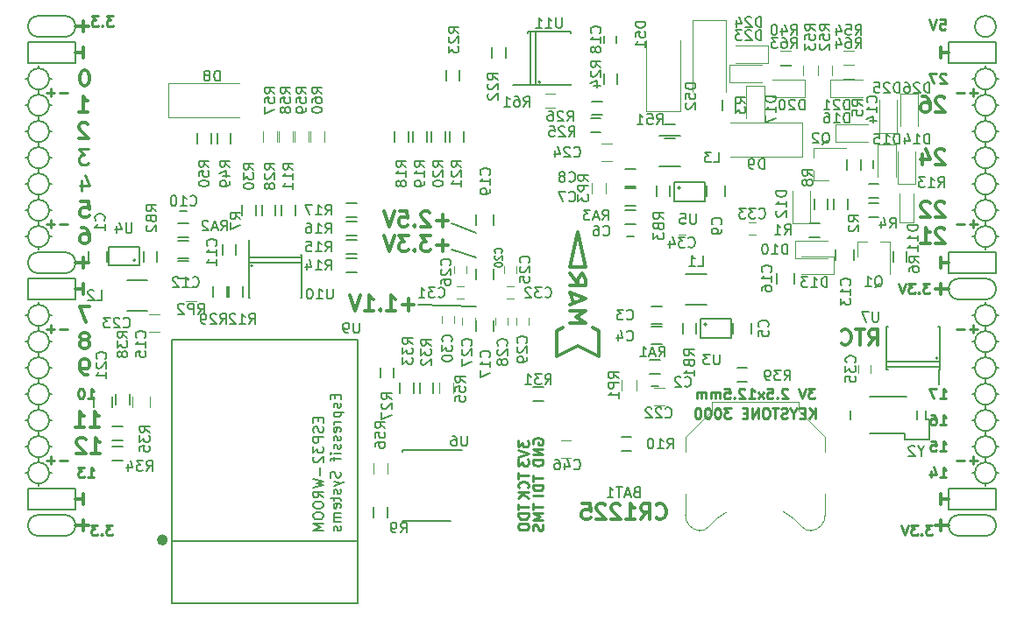
<source format=gbo>
G04 #@! TF.FileFunction,Legend,Bot*
%FSLAX46Y46*%
G04 Gerber Fmt 4.6, Leading zero omitted, Abs format (unit mm)*
G04 Created by KiCad (PCBNEW 4.0.7+dfsg1-1) date Wed Mar  7 12:13:34 2018*
%MOMM*%
%LPD*%
G01*
G04 APERTURE LIST*
%ADD10C,0.100000*%
%ADD11C,0.250000*%
%ADD12C,0.300000*%
%ADD13C,0.200000*%
%ADD14C,0.150000*%
%ADD15C,0.120000*%
%ADD16C,0.500000*%
G04 APERTURE END LIST*
D10*
D11*
X100132476Y-98702381D02*
X100703905Y-98702381D01*
X100418191Y-98702381D02*
X100418191Y-97702381D01*
X100513429Y-97845238D01*
X100608667Y-97940476D01*
X100703905Y-97988095D01*
X99513429Y-97702381D02*
X99418190Y-97702381D01*
X99322952Y-97750000D01*
X99275333Y-97797619D01*
X99227714Y-97892857D01*
X99180095Y-98083333D01*
X99180095Y-98321429D01*
X99227714Y-98511905D01*
X99275333Y-98607143D01*
X99322952Y-98654762D01*
X99418190Y-98702381D01*
X99513429Y-98702381D01*
X99608667Y-98654762D01*
X99656286Y-98607143D01*
X99703905Y-98511905D01*
X99751524Y-98321429D01*
X99751524Y-98083333D01*
X99703905Y-97892857D01*
X99656286Y-97797619D01*
X99608667Y-97750000D01*
X99513429Y-97702381D01*
D12*
X100481714Y-104008571D02*
X101338857Y-104008571D01*
X100910285Y-104008571D02*
X100910285Y-102508571D01*
X101053142Y-102722857D01*
X101196000Y-102865714D01*
X101338857Y-102937143D01*
X99910286Y-102651429D02*
X99838857Y-102580000D01*
X99696000Y-102508571D01*
X99338857Y-102508571D01*
X99196000Y-102580000D01*
X99124571Y-102651429D01*
X99053143Y-102794286D01*
X99053143Y-102937143D01*
X99124571Y-103151429D01*
X99981714Y-104008571D01*
X99053143Y-104008571D01*
X100354714Y-101468571D02*
X101211857Y-101468571D01*
X100783285Y-101468571D02*
X100783285Y-99968571D01*
X100926142Y-100182857D01*
X101069000Y-100325714D01*
X101211857Y-100397143D01*
X98926143Y-101468571D02*
X99783286Y-101468571D01*
X99354714Y-101468571D02*
X99354714Y-99968571D01*
X99497571Y-100182857D01*
X99640429Y-100325714D01*
X99783286Y-100397143D01*
X182872857Y-79791429D02*
X182801428Y-79720000D01*
X182658571Y-79648571D01*
X182301428Y-79648571D01*
X182158571Y-79720000D01*
X182087142Y-79791429D01*
X182015714Y-79934286D01*
X182015714Y-80077143D01*
X182087142Y-80291429D01*
X182944285Y-81148571D01*
X182015714Y-81148571D01*
X181444286Y-79791429D02*
X181372857Y-79720000D01*
X181230000Y-79648571D01*
X180872857Y-79648571D01*
X180730000Y-79720000D01*
X180658571Y-79791429D01*
X180587143Y-79934286D01*
X180587143Y-80077143D01*
X180658571Y-80291429D01*
X181515714Y-81148571D01*
X180587143Y-81148571D01*
X182872857Y-82331429D02*
X182801428Y-82260000D01*
X182658571Y-82188571D01*
X182301428Y-82188571D01*
X182158571Y-82260000D01*
X182087142Y-82331429D01*
X182015714Y-82474286D01*
X182015714Y-82617143D01*
X182087142Y-82831429D01*
X182944285Y-83688571D01*
X182015714Y-83688571D01*
X180587143Y-83688571D02*
X181444286Y-83688571D01*
X181015714Y-83688571D02*
X181015714Y-82188571D01*
X181158571Y-82402857D01*
X181301429Y-82545714D01*
X181444286Y-82617143D01*
D13*
X135248000Y-81740000D02*
X137661000Y-82629000D01*
X135248000Y-84280000D02*
X137661000Y-85042000D01*
X132073000Y-89614000D02*
X137661000Y-89741000D01*
D11*
X170323095Y-97702381D02*
X169704047Y-97702381D01*
X170037381Y-98083333D01*
X169894523Y-98083333D01*
X169799285Y-98130952D01*
X169751666Y-98178571D01*
X169704047Y-98273810D01*
X169704047Y-98511905D01*
X169751666Y-98607143D01*
X169799285Y-98654762D01*
X169894523Y-98702381D01*
X170180238Y-98702381D01*
X170275476Y-98654762D01*
X170323095Y-98607143D01*
X169418333Y-97702381D02*
X169085000Y-98702381D01*
X168751666Y-97702381D01*
X167704047Y-97797619D02*
X167656428Y-97750000D01*
X167561190Y-97702381D01*
X167323094Y-97702381D01*
X167227856Y-97750000D01*
X167180237Y-97797619D01*
X167132618Y-97892857D01*
X167132618Y-97988095D01*
X167180237Y-98130952D01*
X167751666Y-98702381D01*
X167132618Y-98702381D01*
X166704047Y-98607143D02*
X166656428Y-98654762D01*
X166704047Y-98702381D01*
X166751666Y-98654762D01*
X166704047Y-98607143D01*
X166704047Y-98702381D01*
X165751666Y-97702381D02*
X166227857Y-97702381D01*
X166275476Y-98178571D01*
X166227857Y-98130952D01*
X166132619Y-98083333D01*
X165894523Y-98083333D01*
X165799285Y-98130952D01*
X165751666Y-98178571D01*
X165704047Y-98273810D01*
X165704047Y-98511905D01*
X165751666Y-98607143D01*
X165799285Y-98654762D01*
X165894523Y-98702381D01*
X166132619Y-98702381D01*
X166227857Y-98654762D01*
X166275476Y-98607143D01*
X165370714Y-98702381D02*
X164846904Y-98035714D01*
X165370714Y-98035714D02*
X164846904Y-98702381D01*
X163942142Y-98702381D02*
X164513571Y-98702381D01*
X164227857Y-98702381D02*
X164227857Y-97702381D01*
X164323095Y-97845238D01*
X164418333Y-97940476D01*
X164513571Y-97988095D01*
X163561190Y-97797619D02*
X163513571Y-97750000D01*
X163418333Y-97702381D01*
X163180237Y-97702381D01*
X163084999Y-97750000D01*
X163037380Y-97797619D01*
X162989761Y-97892857D01*
X162989761Y-97988095D01*
X163037380Y-98130952D01*
X163608809Y-98702381D01*
X162989761Y-98702381D01*
X162561190Y-98607143D02*
X162513571Y-98654762D01*
X162561190Y-98702381D01*
X162608809Y-98654762D01*
X162561190Y-98607143D01*
X162561190Y-98702381D01*
X161608809Y-97702381D02*
X162085000Y-97702381D01*
X162132619Y-98178571D01*
X162085000Y-98130952D01*
X161989762Y-98083333D01*
X161751666Y-98083333D01*
X161656428Y-98130952D01*
X161608809Y-98178571D01*
X161561190Y-98273810D01*
X161561190Y-98511905D01*
X161608809Y-98607143D01*
X161656428Y-98654762D01*
X161751666Y-98702381D01*
X161989762Y-98702381D01*
X162085000Y-98654762D01*
X162132619Y-98607143D01*
X161132619Y-98702381D02*
X161132619Y-98035714D01*
X161132619Y-98130952D02*
X161085000Y-98083333D01*
X160989762Y-98035714D01*
X160846904Y-98035714D01*
X160751666Y-98083333D01*
X160704047Y-98178571D01*
X160704047Y-98702381D01*
X160704047Y-98178571D02*
X160656428Y-98083333D01*
X160561190Y-98035714D01*
X160418333Y-98035714D01*
X160323095Y-98083333D01*
X160275476Y-98178571D01*
X160275476Y-98702381D01*
X159799286Y-98702381D02*
X159799286Y-98035714D01*
X159799286Y-98130952D02*
X159751667Y-98083333D01*
X159656429Y-98035714D01*
X159513571Y-98035714D01*
X159418333Y-98083333D01*
X159370714Y-98178571D01*
X159370714Y-98702381D01*
X159370714Y-98178571D02*
X159323095Y-98083333D01*
X159227857Y-98035714D01*
X159085000Y-98035714D01*
X158989762Y-98083333D01*
X158942143Y-98178571D01*
X158942143Y-98702381D01*
D12*
X182492000Y-87582000D02*
X182492000Y-88598000D01*
X183254000Y-88090000D02*
X181984000Y-88090000D01*
X182492000Y-110442000D02*
X182492000Y-111458000D01*
X183254000Y-110950000D02*
X181984000Y-110950000D01*
X99688000Y-62182000D02*
X99688000Y-63198000D01*
X98926000Y-62690000D02*
X100196000Y-62690000D01*
X99688000Y-110442000D02*
X99688000Y-111458000D01*
X98926000Y-110950000D02*
X100196000Y-110950000D01*
X99688000Y-85042000D02*
X99688000Y-86058000D01*
X98926000Y-85550000D02*
X100196000Y-85550000D01*
D13*
X187826000Y-62690000D02*
G75*
G03X187826000Y-62690000I-1016000J0D01*
G01*
X184270000Y-87074000D02*
X186810000Y-87074000D01*
X184270000Y-89106000D02*
X186810000Y-89106000D01*
X184270000Y-87074000D02*
G75*
G03X184270000Y-89106000I0J-1016000D01*
G01*
X186810000Y-89106000D02*
G75*
G03X186810000Y-87074000I0J1016000D01*
G01*
X184270000Y-111966000D02*
X186810000Y-111966000D01*
X184270000Y-109934000D02*
X186810000Y-109934000D01*
X184270000Y-109934000D02*
G75*
G03X184270000Y-111966000I0J-1016000D01*
G01*
X186810000Y-111966000D02*
G75*
G03X186810000Y-109934000I0J1016000D01*
G01*
X97910000Y-63706000D02*
G75*
G03X97910000Y-61674000I0J1016000D01*
G01*
X95370000Y-61674000D02*
X97910000Y-61674000D01*
X95370000Y-63706000D02*
X97910000Y-63706000D01*
X95370000Y-61674000D02*
G75*
G03X95370000Y-63706000I0J-1016000D01*
G01*
X95370000Y-86566000D02*
X97910000Y-86566000D01*
X95370000Y-84534000D02*
X97910000Y-84534000D01*
X95370000Y-84534000D02*
G75*
G03X95370000Y-86566000I0J-1016000D01*
G01*
X97910000Y-86566000D02*
G75*
G03X97910000Y-84534000I0J1016000D01*
G01*
X95370000Y-111966000D02*
X97910000Y-111966000D01*
X95370000Y-109934000D02*
X97910000Y-109934000D01*
X95370000Y-109934000D02*
G75*
G03X95370000Y-111966000I0J-1016000D01*
G01*
X97910000Y-111966000D02*
G75*
G03X97910000Y-109934000I0J1016000D01*
G01*
X98926000Y-107394000D02*
X94354000Y-107394000D01*
X98926000Y-109426000D02*
X98926000Y-107394000D01*
X94354000Y-109426000D02*
X98926000Y-109426000D01*
X94354000Y-107394000D02*
X94354000Y-109426000D01*
X187826000Y-107394000D02*
X183254000Y-107394000D01*
X187826000Y-109426000D02*
X187826000Y-107394000D01*
X183254000Y-109426000D02*
X187826000Y-109426000D01*
X183254000Y-107394000D02*
X183254000Y-109426000D01*
X187826000Y-84534000D02*
X183254000Y-84534000D01*
X187826000Y-86566000D02*
X187826000Y-84534000D01*
X183254000Y-86566000D02*
X187826000Y-86566000D01*
X183254000Y-84534000D02*
X183254000Y-86566000D01*
X187826000Y-64214000D02*
X183254000Y-64214000D01*
X187826000Y-66246000D02*
X187826000Y-64214000D01*
X183254000Y-66246000D02*
X187826000Y-66246000D01*
X183254000Y-64214000D02*
X183254000Y-66246000D01*
X98926000Y-64214000D02*
X94354000Y-64214000D01*
X98926000Y-66246000D02*
X98926000Y-64214000D01*
X94354000Y-66246000D02*
X98926000Y-66246000D01*
X94354000Y-64214000D02*
X94354000Y-66246000D01*
X98926000Y-87074000D02*
X94354000Y-87074000D01*
X98926000Y-89106000D02*
X98926000Y-87074000D01*
X94354000Y-89106000D02*
X98926000Y-89106000D01*
X94354000Y-87074000D02*
X94354000Y-89106000D01*
D12*
X182872857Y-74711429D02*
X182801428Y-74640000D01*
X182658571Y-74568571D01*
X182301428Y-74568571D01*
X182158571Y-74640000D01*
X182087142Y-74711429D01*
X182015714Y-74854286D01*
X182015714Y-74997143D01*
X182087142Y-75211429D01*
X182944285Y-76068571D01*
X182015714Y-76068571D01*
X180730000Y-75068571D02*
X180730000Y-76068571D01*
X181087143Y-74497143D02*
X181444286Y-75568571D01*
X180515714Y-75568571D01*
D11*
X186032000Y-91971429D02*
X185270095Y-91971429D01*
X185651047Y-92352381D02*
X185651047Y-91590476D01*
X184793905Y-91971429D02*
X184032000Y-91971429D01*
X186032000Y-69111429D02*
X185270095Y-69111429D01*
X185651047Y-69492381D02*
X185651047Y-68730476D01*
X184793905Y-69111429D02*
X184032000Y-69111429D01*
X186032000Y-81811429D02*
X185270095Y-81811429D01*
X185651047Y-82192381D02*
X185651047Y-81430476D01*
X184793905Y-81811429D02*
X184032000Y-81811429D01*
X186032000Y-104671429D02*
X185270095Y-104671429D01*
X185651047Y-105052381D02*
X185651047Y-104290476D01*
X184793905Y-104671429D02*
X184032000Y-104671429D01*
X98148000Y-104671429D02*
X97386095Y-104671429D01*
X96909905Y-104671429D02*
X96148000Y-104671429D01*
X96528952Y-105052381D02*
X96528952Y-104290476D01*
X98148000Y-91971429D02*
X97386095Y-91971429D01*
X96909905Y-91971429D02*
X96148000Y-91971429D01*
X96528952Y-92352381D02*
X96528952Y-91590476D01*
X98148000Y-81811429D02*
X97386095Y-81811429D01*
X96909905Y-81811429D02*
X96148000Y-81811429D01*
X96528952Y-82192381D02*
X96528952Y-81430476D01*
X98148000Y-69111429D02*
X97386095Y-69111429D01*
X96909905Y-69111429D02*
X96148000Y-69111429D01*
X96528952Y-69492381D02*
X96528952Y-68730476D01*
D12*
X182492000Y-107902000D02*
X182492000Y-108918000D01*
X183254000Y-108410000D02*
X182492000Y-108410000D01*
D13*
X95370000Y-96726000D02*
X95370000Y-97234000D01*
X96386000Y-95710000D02*
X96640000Y-95710000D01*
X94354000Y-95710000D02*
X94100000Y-95710000D01*
X187826000Y-98250000D02*
X188080000Y-98250000D01*
X187826000Y-83010000D02*
X188080000Y-83010000D01*
X95370000Y-107140000D02*
X95370000Y-106886000D01*
X96386000Y-105870000D02*
X96640000Y-105870000D01*
X94354000Y-105870000D02*
X94100000Y-105870000D01*
X94354000Y-103330000D02*
X94100000Y-103330000D01*
X95370000Y-104346000D02*
X95370000Y-104854000D01*
X96386000Y-103330000D02*
X96640000Y-103330000D01*
X94354000Y-100790000D02*
X94100000Y-100790000D01*
X95370000Y-102314000D02*
X95370000Y-101806000D01*
X96386000Y-100790000D02*
X96640000Y-100790000D01*
X95370000Y-99266000D02*
X95370000Y-99774000D01*
X94354000Y-98250000D02*
X94100000Y-98250000D01*
X96386000Y-98250000D02*
X96640000Y-98250000D01*
X95370000Y-94186000D02*
X95370000Y-94694000D01*
X96386000Y-93170000D02*
X96640000Y-93170000D01*
X94354000Y-93170000D02*
X94100000Y-93170000D01*
X94354000Y-90630000D02*
X94100000Y-90630000D01*
X95370000Y-91646000D02*
X95370000Y-92154000D01*
X96640000Y-90630000D02*
X96386000Y-90630000D01*
X95370000Y-89360000D02*
X95370000Y-89614000D01*
X94354000Y-83010000D02*
X94100000Y-83010000D01*
X95370000Y-84280000D02*
X95370000Y-84026000D01*
X96386000Y-83010000D02*
X96640000Y-83010000D01*
X95370000Y-81486000D02*
X95370000Y-81994000D01*
X94354000Y-80470000D02*
X94100000Y-80470000D01*
X96640000Y-80470000D02*
X96386000Y-80470000D01*
X95370000Y-78946000D02*
X95370000Y-79454000D01*
X96386000Y-77930000D02*
X96640000Y-77930000D01*
X94354000Y-77930000D02*
X94100000Y-77930000D01*
X95370000Y-76406000D02*
X95370000Y-76914000D01*
X94354000Y-75390000D02*
X94100000Y-75390000D01*
X96386000Y-75390000D02*
X96640000Y-75390000D01*
X95370000Y-73866000D02*
X95370000Y-74374000D01*
X96386000Y-72850000D02*
X96640000Y-72850000D01*
X94100000Y-72850000D02*
X94354000Y-72850000D01*
X94354000Y-70310000D02*
X94100000Y-70310000D01*
X96640000Y-70310000D02*
X96386000Y-70310000D01*
X95370000Y-71326000D02*
X95370000Y-71834000D01*
X95370000Y-68786000D02*
X95370000Y-69294000D01*
X96386000Y-67770000D02*
X96640000Y-67770000D01*
X94354000Y-67770000D02*
X94100000Y-67770000D01*
X95370000Y-66500000D02*
X95370000Y-66754000D01*
X187826000Y-105870000D02*
X188080000Y-105870000D01*
X186810000Y-107140000D02*
X186810000Y-106886000D01*
X185540000Y-105870000D02*
X185794000Y-105870000D01*
X186810000Y-104346000D02*
X186810000Y-104854000D01*
X187826000Y-103330000D02*
X188080000Y-103330000D01*
X185540000Y-103330000D02*
X185794000Y-103330000D01*
X186810000Y-101806000D02*
X186810000Y-102314000D01*
X187826000Y-100790000D02*
X188080000Y-100790000D01*
X185540000Y-100790000D02*
X185794000Y-100790000D01*
X186810000Y-99266000D02*
X186810000Y-99774000D01*
X185540000Y-98250000D02*
X185794000Y-98250000D01*
X186810000Y-97234000D02*
X186810000Y-96726000D01*
X187826000Y-95710000D02*
X188080000Y-95710000D01*
X185540000Y-95710000D02*
X185794000Y-95710000D01*
X186810000Y-94694000D02*
X186810000Y-94186000D01*
X187826000Y-93170000D02*
X188080000Y-93170000D01*
X185540000Y-93170000D02*
X185794000Y-93170000D01*
X186810000Y-92154000D02*
X186810000Y-91646000D01*
X187826000Y-90630000D02*
X188080000Y-90630000D01*
X185540000Y-90630000D02*
X185794000Y-90630000D01*
X186810000Y-89360000D02*
X186810000Y-89614000D01*
X186810000Y-84280000D02*
X186810000Y-84026000D01*
X185540000Y-83010000D02*
X185794000Y-83010000D01*
X186810000Y-81994000D02*
X186810000Y-81486000D01*
X185794000Y-80470000D02*
X185540000Y-80470000D01*
X187826000Y-80470000D02*
X188080000Y-80470000D01*
X186810000Y-78946000D02*
X186810000Y-79454000D01*
X185794000Y-77930000D02*
X185540000Y-77930000D01*
X187826000Y-77930000D02*
X188080000Y-77930000D01*
X186810000Y-76406000D02*
X186810000Y-76914000D01*
X186810000Y-73866000D02*
X186810000Y-74374000D01*
X185794000Y-75390000D02*
X185540000Y-75390000D01*
X187826000Y-75390000D02*
X188080000Y-75390000D01*
X187826000Y-72850000D02*
X188080000Y-72850000D01*
X185540000Y-72850000D02*
X185794000Y-72850000D01*
X186810000Y-71834000D02*
X186810000Y-71326000D01*
X187826000Y-70310000D02*
X188080000Y-70310000D01*
X185540000Y-70310000D02*
X185794000Y-70310000D01*
X187826000Y-67770000D02*
X188080000Y-67770000D01*
X186810000Y-68786000D02*
X186810000Y-69294000D01*
X185540000Y-67770000D02*
X185794000Y-67770000D01*
X186810000Y-66500000D02*
X186810000Y-66754000D01*
X187826000Y-67770000D02*
G75*
G03X187826000Y-67770000I-1016000J0D01*
G01*
X187826000Y-70310000D02*
G75*
G03X187826000Y-70310000I-1016000J0D01*
G01*
X187826000Y-72850000D02*
G75*
G03X187826000Y-72850000I-1016000J0D01*
G01*
X187826000Y-75390000D02*
G75*
G03X187826000Y-75390000I-1016000J0D01*
G01*
X187826000Y-77930000D02*
G75*
G03X187826000Y-77930000I-1016000J0D01*
G01*
X187826000Y-80470000D02*
G75*
G03X187826000Y-80470000I-1016000J0D01*
G01*
X187826000Y-83010000D02*
G75*
G03X187826000Y-83010000I-1016000J0D01*
G01*
X187826000Y-90630000D02*
G75*
G03X187826000Y-90630000I-1016000J0D01*
G01*
X187826000Y-93170000D02*
G75*
G03X187826000Y-93170000I-1016000J0D01*
G01*
X187826000Y-95710000D02*
G75*
G03X187826000Y-95710000I-1016000J0D01*
G01*
X187826000Y-98250000D02*
G75*
G03X187826000Y-98250000I-1016000J0D01*
G01*
X187826000Y-100790000D02*
G75*
G03X187826000Y-100790000I-1016000J0D01*
G01*
X187826000Y-103330000D02*
G75*
G03X187826000Y-103330000I-1016000J0D01*
G01*
X187826000Y-105870000D02*
G75*
G03X187826000Y-105870000I-1016000J0D01*
G01*
X96386000Y-105870000D02*
G75*
G03X96386000Y-105870000I-1016000J0D01*
G01*
X96386000Y-103330000D02*
G75*
G03X96386000Y-103330000I-1016000J0D01*
G01*
X96386000Y-100790000D02*
G75*
G03X96386000Y-100790000I-1016000J0D01*
G01*
X96386000Y-98250000D02*
G75*
G03X96386000Y-98250000I-1016000J0D01*
G01*
X96386000Y-95710000D02*
G75*
G03X96386000Y-95710000I-1016000J0D01*
G01*
X96386000Y-93170000D02*
G75*
G03X96386000Y-93170000I-1016000J0D01*
G01*
X96386000Y-90630000D02*
G75*
G03X96386000Y-90630000I-1016000J0D01*
G01*
X96386000Y-83010000D02*
G75*
G03X96386000Y-83010000I-1016000J0D01*
G01*
X96386000Y-80470000D02*
G75*
G03X96386000Y-80470000I-1016000J0D01*
G01*
X96386000Y-77930000D02*
G75*
G03X96386000Y-77930000I-1016000J0D01*
G01*
X96386000Y-75390000D02*
G75*
G03X96386000Y-75390000I-1016000J0D01*
G01*
X96386000Y-72850000D02*
G75*
G03X96386000Y-72850000I-1016000J0D01*
G01*
X96386000Y-70310000D02*
G75*
G03X96386000Y-70310000I-1016000J0D01*
G01*
X96386000Y-67770000D02*
G75*
G03X96386000Y-67770000I-1016000J0D01*
G01*
D11*
X182428476Y-62015381D02*
X182904667Y-62015381D01*
X182952286Y-62491571D01*
X182904667Y-62443952D01*
X182809429Y-62396333D01*
X182571333Y-62396333D01*
X182476095Y-62443952D01*
X182428476Y-62491571D01*
X182380857Y-62586810D01*
X182380857Y-62824905D01*
X182428476Y-62920143D01*
X182476095Y-62967762D01*
X182571333Y-63015381D01*
X182809429Y-63015381D01*
X182904667Y-62967762D01*
X182952286Y-62920143D01*
X182095143Y-62015381D02*
X181761810Y-63015381D01*
X181428476Y-62015381D01*
D12*
X182492000Y-64722000D02*
X182492000Y-65738000D01*
X183254000Y-65230000D02*
X182492000Y-65230000D01*
D11*
X182999905Y-67317619D02*
X182952286Y-67270000D01*
X182857048Y-67222381D01*
X182618952Y-67222381D01*
X182523714Y-67270000D01*
X182476095Y-67317619D01*
X182428476Y-67412857D01*
X182428476Y-67508095D01*
X182476095Y-67650952D01*
X183047524Y-68222381D01*
X182428476Y-68222381D01*
X182095143Y-67222381D02*
X181428476Y-67222381D01*
X181857048Y-68222381D01*
D12*
X182872857Y-69631429D02*
X182801428Y-69560000D01*
X182658571Y-69488571D01*
X182301428Y-69488571D01*
X182158571Y-69560000D01*
X182087142Y-69631429D01*
X182015714Y-69774286D01*
X182015714Y-69917143D01*
X182087142Y-70131429D01*
X182944285Y-70988571D01*
X182015714Y-70988571D01*
X180730000Y-69488571D02*
X181015714Y-69488571D01*
X181158571Y-69560000D01*
X181230000Y-69631429D01*
X181372857Y-69845714D01*
X181444286Y-70131429D01*
X181444286Y-70702857D01*
X181372857Y-70845714D01*
X181301429Y-70917143D01*
X181158571Y-70988571D01*
X180872857Y-70988571D01*
X180730000Y-70917143D01*
X180658571Y-70845714D01*
X180587143Y-70702857D01*
X180587143Y-70345714D01*
X180658571Y-70202857D01*
X180730000Y-70131429D01*
X180872857Y-70060000D01*
X181158571Y-70060000D01*
X181301429Y-70131429D01*
X181372857Y-70202857D01*
X181444286Y-70345714D01*
X182492000Y-85042000D02*
X182492000Y-86058000D01*
X183254000Y-85550000D02*
X182492000Y-85550000D01*
D11*
X181428190Y-87542381D02*
X180809142Y-87542381D01*
X181142476Y-87923333D01*
X180999618Y-87923333D01*
X180904380Y-87970952D01*
X180856761Y-88018571D01*
X180809142Y-88113810D01*
X180809142Y-88351905D01*
X180856761Y-88447143D01*
X180904380Y-88494762D01*
X180999618Y-88542381D01*
X181285333Y-88542381D01*
X181380571Y-88494762D01*
X181428190Y-88447143D01*
X180380571Y-88447143D02*
X180332952Y-88494762D01*
X180380571Y-88542381D01*
X180428190Y-88494762D01*
X180380571Y-88447143D01*
X180380571Y-88542381D01*
X179999619Y-87542381D02*
X179380571Y-87542381D01*
X179713905Y-87923333D01*
X179571047Y-87923333D01*
X179475809Y-87970952D01*
X179428190Y-88018571D01*
X179380571Y-88113810D01*
X179380571Y-88351905D01*
X179428190Y-88447143D01*
X179475809Y-88494762D01*
X179571047Y-88542381D01*
X179856762Y-88542381D01*
X179952000Y-88494762D01*
X179999619Y-88447143D01*
X179094857Y-87542381D02*
X178761524Y-88542381D01*
X178428190Y-87542381D01*
X182428476Y-98702381D02*
X182999905Y-98702381D01*
X182714191Y-98702381D02*
X182714191Y-97702381D01*
X182809429Y-97845238D01*
X182904667Y-97940476D01*
X182999905Y-97988095D01*
X182095143Y-97702381D02*
X181428476Y-97702381D01*
X181857048Y-98702381D01*
X182428476Y-101242381D02*
X182999905Y-101242381D01*
X182714191Y-101242381D02*
X182714191Y-100242381D01*
X182809429Y-100385238D01*
X182904667Y-100480476D01*
X182999905Y-100528095D01*
X181571333Y-100242381D02*
X181761810Y-100242381D01*
X181857048Y-100290000D01*
X181904667Y-100337619D01*
X181999905Y-100480476D01*
X182047524Y-100670952D01*
X182047524Y-101051905D01*
X181999905Y-101147143D01*
X181952286Y-101194762D01*
X181857048Y-101242381D01*
X181666571Y-101242381D01*
X181571333Y-101194762D01*
X181523714Y-101147143D01*
X181476095Y-101051905D01*
X181476095Y-100813810D01*
X181523714Y-100718571D01*
X181571333Y-100670952D01*
X181666571Y-100623333D01*
X181857048Y-100623333D01*
X181952286Y-100670952D01*
X181999905Y-100718571D01*
X182047524Y-100813810D01*
X182428476Y-103782381D02*
X182999905Y-103782381D01*
X182714191Y-103782381D02*
X182714191Y-102782381D01*
X182809429Y-102925238D01*
X182904667Y-103020476D01*
X182999905Y-103068095D01*
X181523714Y-102782381D02*
X181999905Y-102782381D01*
X182047524Y-103258571D01*
X181999905Y-103210952D01*
X181904667Y-103163333D01*
X181666571Y-103163333D01*
X181571333Y-103210952D01*
X181523714Y-103258571D01*
X181476095Y-103353810D01*
X181476095Y-103591905D01*
X181523714Y-103687143D01*
X181571333Y-103734762D01*
X181666571Y-103782381D01*
X181904667Y-103782381D01*
X181999905Y-103734762D01*
X182047524Y-103687143D01*
X182428476Y-106322381D02*
X182999905Y-106322381D01*
X182714191Y-106322381D02*
X182714191Y-105322381D01*
X182809429Y-105465238D01*
X182904667Y-105560476D01*
X182999905Y-105608095D01*
X181571333Y-105655714D02*
X181571333Y-106322381D01*
X181809429Y-105274762D02*
X182047524Y-105989048D01*
X181428476Y-105989048D01*
X181682190Y-110910381D02*
X181063142Y-110910381D01*
X181396476Y-111291333D01*
X181253618Y-111291333D01*
X181158380Y-111338952D01*
X181110761Y-111386571D01*
X181063142Y-111481810D01*
X181063142Y-111719905D01*
X181110761Y-111815143D01*
X181158380Y-111862762D01*
X181253618Y-111910381D01*
X181539333Y-111910381D01*
X181634571Y-111862762D01*
X181682190Y-111815143D01*
X180634571Y-111815143D02*
X180586952Y-111862762D01*
X180634571Y-111910381D01*
X180682190Y-111862762D01*
X180634571Y-111815143D01*
X180634571Y-111910381D01*
X180253619Y-110910381D02*
X179634571Y-110910381D01*
X179967905Y-111291333D01*
X179825047Y-111291333D01*
X179729809Y-111338952D01*
X179682190Y-111386571D01*
X179634571Y-111481810D01*
X179634571Y-111719905D01*
X179682190Y-111815143D01*
X179729809Y-111862762D01*
X179825047Y-111910381D01*
X180110762Y-111910381D01*
X180206000Y-111862762D01*
X180253619Y-111815143D01*
X179348857Y-110910381D02*
X179015524Y-111910381D01*
X178682190Y-110910381D01*
D12*
X99688000Y-108918000D02*
X99688000Y-107902000D01*
X98926000Y-108410000D02*
X99688000Y-108410000D01*
X99688000Y-88598000D02*
X99688000Y-87582000D01*
X98926000Y-88090000D02*
X99688000Y-88090000D01*
X99688000Y-64722000D02*
X99688000Y-65738000D01*
X98926000Y-65230000D02*
X99688000Y-65230000D01*
D11*
X102513619Y-110910381D02*
X101894571Y-110910381D01*
X102227905Y-111291333D01*
X102085047Y-111291333D01*
X101989809Y-111338952D01*
X101942190Y-111386571D01*
X101894571Y-111481810D01*
X101894571Y-111719905D01*
X101942190Y-111815143D01*
X101989809Y-111862762D01*
X102085047Y-111910381D01*
X102370762Y-111910381D01*
X102466000Y-111862762D01*
X102513619Y-111815143D01*
X101466000Y-111815143D02*
X101418381Y-111862762D01*
X101466000Y-111910381D01*
X101513619Y-111862762D01*
X101466000Y-111815143D01*
X101466000Y-111910381D01*
X101085048Y-110910381D02*
X100466000Y-110910381D01*
X100799334Y-111291333D01*
X100656476Y-111291333D01*
X100561238Y-111338952D01*
X100513619Y-111386571D01*
X100466000Y-111481810D01*
X100466000Y-111719905D01*
X100513619Y-111815143D01*
X100561238Y-111862762D01*
X100656476Y-111910381D01*
X100942191Y-111910381D01*
X101037429Y-111862762D01*
X101085048Y-111815143D01*
X100132476Y-106322381D02*
X100703905Y-106322381D01*
X100418191Y-106322381D02*
X100418191Y-105322381D01*
X100513429Y-105465238D01*
X100608667Y-105560476D01*
X100703905Y-105608095D01*
X99799143Y-105322381D02*
X99180095Y-105322381D01*
X99513429Y-105703333D01*
X99370571Y-105703333D01*
X99275333Y-105750952D01*
X99227714Y-105798571D01*
X99180095Y-105893810D01*
X99180095Y-106131905D01*
X99227714Y-106227143D01*
X99275333Y-106274762D01*
X99370571Y-106322381D01*
X99656286Y-106322381D01*
X99751524Y-106274762D01*
X99799143Y-106227143D01*
D12*
X100100714Y-96388571D02*
X99814999Y-96388571D01*
X99672142Y-96317143D01*
X99600714Y-96245714D01*
X99457856Y-96031429D01*
X99386428Y-95745714D01*
X99386428Y-95174286D01*
X99457856Y-95031429D01*
X99529285Y-94960000D01*
X99672142Y-94888571D01*
X99957856Y-94888571D01*
X100100714Y-94960000D01*
X100172142Y-95031429D01*
X100243571Y-95174286D01*
X100243571Y-95531429D01*
X100172142Y-95674286D01*
X100100714Y-95745714D01*
X99957856Y-95817143D01*
X99672142Y-95817143D01*
X99529285Y-95745714D01*
X99457856Y-95674286D01*
X99386428Y-95531429D01*
X99957856Y-92991429D02*
X100100714Y-92920000D01*
X100172142Y-92848571D01*
X100243571Y-92705714D01*
X100243571Y-92634286D01*
X100172142Y-92491429D01*
X100100714Y-92420000D01*
X99957856Y-92348571D01*
X99672142Y-92348571D01*
X99529285Y-92420000D01*
X99457856Y-92491429D01*
X99386428Y-92634286D01*
X99386428Y-92705714D01*
X99457856Y-92848571D01*
X99529285Y-92920000D01*
X99672142Y-92991429D01*
X99957856Y-92991429D01*
X100100714Y-93062857D01*
X100172142Y-93134286D01*
X100243571Y-93277143D01*
X100243571Y-93562857D01*
X100172142Y-93705714D01*
X100100714Y-93777143D01*
X99957856Y-93848571D01*
X99672142Y-93848571D01*
X99529285Y-93777143D01*
X99457856Y-93705714D01*
X99386428Y-93562857D01*
X99386428Y-93277143D01*
X99457856Y-93134286D01*
X99529285Y-93062857D01*
X99672142Y-92991429D01*
X100314999Y-89808571D02*
X99314999Y-89808571D01*
X99957856Y-91308571D01*
X99529285Y-82188571D02*
X99814999Y-82188571D01*
X99957856Y-82260000D01*
X100029285Y-82331429D01*
X100172142Y-82545714D01*
X100243571Y-82831429D01*
X100243571Y-83402857D01*
X100172142Y-83545714D01*
X100100714Y-83617143D01*
X99957856Y-83688571D01*
X99672142Y-83688571D01*
X99529285Y-83617143D01*
X99457856Y-83545714D01*
X99386428Y-83402857D01*
X99386428Y-83045714D01*
X99457856Y-82902857D01*
X99529285Y-82831429D01*
X99672142Y-82760000D01*
X99957856Y-82760000D01*
X100100714Y-82831429D01*
X100172142Y-82902857D01*
X100243571Y-83045714D01*
X99457856Y-79648571D02*
X100172142Y-79648571D01*
X100243571Y-80362857D01*
X100172142Y-80291429D01*
X100029285Y-80220000D01*
X99672142Y-80220000D01*
X99529285Y-80291429D01*
X99457856Y-80362857D01*
X99386428Y-80505714D01*
X99386428Y-80862857D01*
X99457856Y-81005714D01*
X99529285Y-81077143D01*
X99672142Y-81148571D01*
X100029285Y-81148571D01*
X100172142Y-81077143D01*
X100243571Y-81005714D01*
D11*
X99529285Y-77608571D02*
X99529285Y-78608571D01*
X99886428Y-77037143D02*
X100243571Y-78108571D01*
X99314999Y-78108571D01*
X100187999Y-74568571D02*
X99259428Y-74568571D01*
X99759428Y-75140000D01*
X99545142Y-75140000D01*
X99402285Y-75211429D01*
X99330856Y-75282857D01*
X99259428Y-75425714D01*
X99259428Y-75782857D01*
X99330856Y-75925714D01*
X99402285Y-75997143D01*
X99545142Y-76068571D01*
X99973714Y-76068571D01*
X100116571Y-75997143D01*
X100187999Y-75925714D01*
D12*
X100116571Y-72171429D02*
X100045142Y-72100000D01*
X99902285Y-72028571D01*
X99545142Y-72028571D01*
X99402285Y-72100000D01*
X99330856Y-72171429D01*
X99259428Y-72314286D01*
X99259428Y-72457143D01*
X99330856Y-72671429D01*
X100187999Y-73528571D01*
X99259428Y-73528571D01*
X99259428Y-70988571D02*
X100116571Y-70988571D01*
X99687999Y-70988571D02*
X99687999Y-69488571D01*
X99830856Y-69702857D01*
X99973714Y-69845714D01*
X100116571Y-69917143D01*
X99886428Y-66948571D02*
X99743571Y-66948571D01*
X99600714Y-67020000D01*
X99529285Y-67091429D01*
X99457856Y-67234286D01*
X99386428Y-67520000D01*
X99386428Y-67877143D01*
X99457856Y-68162857D01*
X99529285Y-68305714D01*
X99600714Y-68377143D01*
X99743571Y-68448571D01*
X99886428Y-68448571D01*
X100029285Y-68377143D01*
X100100714Y-68305714D01*
X100172142Y-68162857D01*
X100243571Y-67877143D01*
X100243571Y-67520000D01*
X100172142Y-67234286D01*
X100100714Y-67091429D01*
X100029285Y-67020000D01*
X99886428Y-66948571D01*
D11*
X102577119Y-61697881D02*
X101958071Y-61697881D01*
X102291405Y-62078833D01*
X102148547Y-62078833D01*
X102053309Y-62126452D01*
X102005690Y-62174071D01*
X101958071Y-62269310D01*
X101958071Y-62507405D01*
X102005690Y-62602643D01*
X102053309Y-62650262D01*
X102148547Y-62697881D01*
X102434262Y-62697881D01*
X102529500Y-62650262D01*
X102577119Y-62602643D01*
X101529500Y-62602643D02*
X101481881Y-62650262D01*
X101529500Y-62697881D01*
X101577119Y-62650262D01*
X101529500Y-62602643D01*
X101529500Y-62697881D01*
X101148548Y-61697881D02*
X100529500Y-61697881D01*
X100862834Y-62078833D01*
X100719976Y-62078833D01*
X100624738Y-62126452D01*
X100577119Y-62174071D01*
X100529500Y-62269310D01*
X100529500Y-62507405D01*
X100577119Y-62602643D01*
X100624738Y-62650262D01*
X100719976Y-62697881D01*
X101005691Y-62697881D01*
X101100929Y-62650262D01*
X101148548Y-62602643D01*
X170370715Y-100607381D02*
X170370715Y-99607381D01*
X169799286Y-100607381D02*
X170227858Y-100035952D01*
X169799286Y-99607381D02*
X170370715Y-100178810D01*
X169370715Y-100083571D02*
X169037381Y-100083571D01*
X168894524Y-100607381D02*
X169370715Y-100607381D01*
X169370715Y-99607381D01*
X168894524Y-99607381D01*
X168275477Y-100131190D02*
X168275477Y-100607381D01*
X168608810Y-99607381D02*
X168275477Y-100131190D01*
X167942143Y-99607381D01*
X167656429Y-100559762D02*
X167513572Y-100607381D01*
X167275476Y-100607381D01*
X167180238Y-100559762D01*
X167132619Y-100512143D01*
X167085000Y-100416905D01*
X167085000Y-100321667D01*
X167132619Y-100226429D01*
X167180238Y-100178810D01*
X167275476Y-100131190D01*
X167465953Y-100083571D01*
X167561191Y-100035952D01*
X167608810Y-99988333D01*
X167656429Y-99893095D01*
X167656429Y-99797857D01*
X167608810Y-99702619D01*
X167561191Y-99655000D01*
X167465953Y-99607381D01*
X167227857Y-99607381D01*
X167085000Y-99655000D01*
X166799286Y-99607381D02*
X166227857Y-99607381D01*
X166513572Y-100607381D02*
X166513572Y-99607381D01*
X165704048Y-99607381D02*
X165513571Y-99607381D01*
X165418333Y-99655000D01*
X165323095Y-99750238D01*
X165275476Y-99940714D01*
X165275476Y-100274048D01*
X165323095Y-100464524D01*
X165418333Y-100559762D01*
X165513571Y-100607381D01*
X165704048Y-100607381D01*
X165799286Y-100559762D01*
X165894524Y-100464524D01*
X165942143Y-100274048D01*
X165942143Y-99940714D01*
X165894524Y-99750238D01*
X165799286Y-99655000D01*
X165704048Y-99607381D01*
X164846905Y-100607381D02*
X164846905Y-99607381D01*
X164275476Y-100607381D01*
X164275476Y-99607381D01*
X163799286Y-100083571D02*
X163465952Y-100083571D01*
X163323095Y-100607381D02*
X163799286Y-100607381D01*
X163799286Y-99607381D01*
X163323095Y-99607381D01*
X162227857Y-99607381D02*
X161608809Y-99607381D01*
X161942143Y-99988333D01*
X161799285Y-99988333D01*
X161704047Y-100035952D01*
X161656428Y-100083571D01*
X161608809Y-100178810D01*
X161608809Y-100416905D01*
X161656428Y-100512143D01*
X161704047Y-100559762D01*
X161799285Y-100607381D01*
X162085000Y-100607381D01*
X162180238Y-100559762D01*
X162227857Y-100512143D01*
X160989762Y-99607381D02*
X160894523Y-99607381D01*
X160799285Y-99655000D01*
X160751666Y-99702619D01*
X160704047Y-99797857D01*
X160656428Y-99988333D01*
X160656428Y-100226429D01*
X160704047Y-100416905D01*
X160751666Y-100512143D01*
X160799285Y-100559762D01*
X160894523Y-100607381D01*
X160989762Y-100607381D01*
X161085000Y-100559762D01*
X161132619Y-100512143D01*
X161180238Y-100416905D01*
X161227857Y-100226429D01*
X161227857Y-99988333D01*
X161180238Y-99797857D01*
X161132619Y-99702619D01*
X161085000Y-99655000D01*
X160989762Y-99607381D01*
X160037381Y-99607381D02*
X159942142Y-99607381D01*
X159846904Y-99655000D01*
X159799285Y-99702619D01*
X159751666Y-99797857D01*
X159704047Y-99988333D01*
X159704047Y-100226429D01*
X159751666Y-100416905D01*
X159799285Y-100512143D01*
X159846904Y-100559762D01*
X159942142Y-100607381D01*
X160037381Y-100607381D01*
X160132619Y-100559762D01*
X160180238Y-100512143D01*
X160227857Y-100416905D01*
X160275476Y-100226429D01*
X160275476Y-99988333D01*
X160227857Y-99797857D01*
X160180238Y-99702619D01*
X160132619Y-99655000D01*
X160037381Y-99607381D01*
X159085000Y-99607381D02*
X158989761Y-99607381D01*
X158894523Y-99655000D01*
X158846904Y-99702619D01*
X158799285Y-99797857D01*
X158751666Y-99988333D01*
X158751666Y-100226429D01*
X158799285Y-100416905D01*
X158846904Y-100512143D01*
X158894523Y-100559762D01*
X158989761Y-100607381D01*
X159085000Y-100607381D01*
X159180238Y-100559762D01*
X159227857Y-100512143D01*
X159275476Y-100416905D01*
X159323095Y-100226429D01*
X159323095Y-99988333D01*
X159275476Y-99797857D01*
X159227857Y-99702619D01*
X159180238Y-99655000D01*
X159085000Y-99607381D01*
D12*
X155027856Y-110215714D02*
X155099285Y-110287143D01*
X155313571Y-110358571D01*
X155456428Y-110358571D01*
X155670713Y-110287143D01*
X155813571Y-110144286D01*
X155884999Y-110001429D01*
X155956428Y-109715714D01*
X155956428Y-109501429D01*
X155884999Y-109215714D01*
X155813571Y-109072857D01*
X155670713Y-108930000D01*
X155456428Y-108858571D01*
X155313571Y-108858571D01*
X155099285Y-108930000D01*
X155027856Y-109001429D01*
X153527856Y-110358571D02*
X154027856Y-109644286D01*
X154384999Y-110358571D02*
X154384999Y-108858571D01*
X153813571Y-108858571D01*
X153670713Y-108930000D01*
X153599285Y-109001429D01*
X153527856Y-109144286D01*
X153527856Y-109358571D01*
X153599285Y-109501429D01*
X153670713Y-109572857D01*
X153813571Y-109644286D01*
X154384999Y-109644286D01*
X152099285Y-110358571D02*
X152956428Y-110358571D01*
X152527856Y-110358571D02*
X152527856Y-108858571D01*
X152670713Y-109072857D01*
X152813571Y-109215714D01*
X152956428Y-109287143D01*
X151527857Y-109001429D02*
X151456428Y-108930000D01*
X151313571Y-108858571D01*
X150956428Y-108858571D01*
X150813571Y-108930000D01*
X150742142Y-109001429D01*
X150670714Y-109144286D01*
X150670714Y-109287143D01*
X150742142Y-109501429D01*
X151599285Y-110358571D01*
X150670714Y-110358571D01*
X150099286Y-109001429D02*
X150027857Y-108930000D01*
X149885000Y-108858571D01*
X149527857Y-108858571D01*
X149385000Y-108930000D01*
X149313571Y-109001429D01*
X149242143Y-109144286D01*
X149242143Y-109287143D01*
X149313571Y-109501429D01*
X150170714Y-110358571D01*
X149242143Y-110358571D01*
X147885000Y-108858571D02*
X148599286Y-108858571D01*
X148670715Y-109572857D01*
X148599286Y-109501429D01*
X148456429Y-109430000D01*
X148099286Y-109430000D01*
X147956429Y-109501429D01*
X147885000Y-109572857D01*
X147813572Y-109715714D01*
X147813572Y-110072857D01*
X147885000Y-110215714D01*
X147956429Y-110287143D01*
X148099286Y-110358571D01*
X148456429Y-110358571D01*
X148599286Y-110287143D01*
X148670715Y-110215714D01*
X134945999Y-81466143D02*
X133803142Y-81466143D01*
X134374571Y-82037571D02*
X134374571Y-80894714D01*
X133160285Y-80680429D02*
X133088856Y-80609000D01*
X132945999Y-80537571D01*
X132588856Y-80537571D01*
X132445999Y-80609000D01*
X132374570Y-80680429D01*
X132303142Y-80823286D01*
X132303142Y-80966143D01*
X132374570Y-81180429D01*
X133231713Y-82037571D01*
X132303142Y-82037571D01*
X131660285Y-81894714D02*
X131588857Y-81966143D01*
X131660285Y-82037571D01*
X131731714Y-81966143D01*
X131660285Y-81894714D01*
X131660285Y-82037571D01*
X130231713Y-80537571D02*
X130945999Y-80537571D01*
X131017428Y-81251857D01*
X130945999Y-81180429D01*
X130803142Y-81109000D01*
X130445999Y-81109000D01*
X130303142Y-81180429D01*
X130231713Y-81251857D01*
X130160285Y-81394714D01*
X130160285Y-81751857D01*
X130231713Y-81894714D01*
X130303142Y-81966143D01*
X130445999Y-82037571D01*
X130803142Y-82037571D01*
X130945999Y-81966143D01*
X131017428Y-81894714D01*
X129731714Y-80537571D02*
X129231714Y-82037571D01*
X128731714Y-80537571D01*
X134945999Y-83879143D02*
X133803142Y-83879143D01*
X134374571Y-84450571D02*
X134374571Y-83307714D01*
X133231713Y-82950571D02*
X132303142Y-82950571D01*
X132803142Y-83522000D01*
X132588856Y-83522000D01*
X132445999Y-83593429D01*
X132374570Y-83664857D01*
X132303142Y-83807714D01*
X132303142Y-84164857D01*
X132374570Y-84307714D01*
X132445999Y-84379143D01*
X132588856Y-84450571D01*
X133017428Y-84450571D01*
X133160285Y-84379143D01*
X133231713Y-84307714D01*
X131660285Y-84307714D02*
X131588857Y-84379143D01*
X131660285Y-84450571D01*
X131731714Y-84379143D01*
X131660285Y-84307714D01*
X131660285Y-84450571D01*
X131088856Y-82950571D02*
X130160285Y-82950571D01*
X130660285Y-83522000D01*
X130445999Y-83522000D01*
X130303142Y-83593429D01*
X130231713Y-83664857D01*
X130160285Y-83807714D01*
X130160285Y-84164857D01*
X130231713Y-84307714D01*
X130303142Y-84379143D01*
X130445999Y-84450571D01*
X130874571Y-84450571D01*
X131017428Y-84379143D01*
X131088856Y-84307714D01*
X129731714Y-82950571D02*
X129231714Y-84450571D01*
X128731714Y-82950571D01*
X131643999Y-89594143D02*
X130501142Y-89594143D01*
X131072571Y-90165571D02*
X131072571Y-89022714D01*
X129001142Y-90165571D02*
X129858285Y-90165571D01*
X129429713Y-90165571D02*
X129429713Y-88665571D01*
X129572570Y-88879857D01*
X129715428Y-89022714D01*
X129858285Y-89094143D01*
X128358285Y-90022714D02*
X128286857Y-90094143D01*
X128358285Y-90165571D01*
X128429714Y-90094143D01*
X128358285Y-90022714D01*
X128358285Y-90165571D01*
X126858285Y-90165571D02*
X127715428Y-90165571D01*
X127286856Y-90165571D02*
X127286856Y-88665571D01*
X127429713Y-88879857D01*
X127572571Y-89022714D01*
X127715428Y-89094143D01*
X126429714Y-88665571D02*
X125929714Y-90165571D01*
X125429714Y-88665571D01*
D11*
X141685381Y-105854286D02*
X141685381Y-106425715D01*
X142685381Y-106140000D02*
X141685381Y-106140000D01*
X142590143Y-107330477D02*
X142637762Y-107282858D01*
X142685381Y-107140001D01*
X142685381Y-107044763D01*
X142637762Y-106901905D01*
X142542524Y-106806667D01*
X142447286Y-106759048D01*
X142256810Y-106711429D01*
X142113952Y-106711429D01*
X141923476Y-106759048D01*
X141828238Y-106806667D01*
X141733000Y-106901905D01*
X141685381Y-107044763D01*
X141685381Y-107140001D01*
X141733000Y-107282858D01*
X141780619Y-107330477D01*
X142685381Y-107759048D02*
X141685381Y-107759048D01*
X142685381Y-108330477D02*
X142113952Y-107901905D01*
X141685381Y-108330477D02*
X142256810Y-107759048D01*
X141685381Y-102726905D02*
X141685381Y-103345953D01*
X142066333Y-103012619D01*
X142066333Y-103155477D01*
X142113952Y-103250715D01*
X142161571Y-103298334D01*
X142256810Y-103345953D01*
X142494905Y-103345953D01*
X142590143Y-103298334D01*
X142637762Y-103250715D01*
X142685381Y-103155477D01*
X142685381Y-102869762D01*
X142637762Y-102774524D01*
X142590143Y-102726905D01*
X141685381Y-103631667D02*
X142685381Y-103965000D01*
X141685381Y-104298334D01*
X141685381Y-104536429D02*
X141685381Y-105155477D01*
X142066333Y-104822143D01*
X142066333Y-104965001D01*
X142113952Y-105060239D01*
X142161571Y-105107858D01*
X142256810Y-105155477D01*
X142494905Y-105155477D01*
X142590143Y-105107858D01*
X142637762Y-105060239D01*
X142685381Y-104965001D01*
X142685381Y-104679286D01*
X142637762Y-104584048D01*
X142590143Y-104536429D01*
X141685381Y-108878476D02*
X141685381Y-109449905D01*
X142685381Y-109164190D02*
X141685381Y-109164190D01*
X142685381Y-109783238D02*
X141685381Y-109783238D01*
X141685381Y-110021333D01*
X141733000Y-110164191D01*
X141828238Y-110259429D01*
X141923476Y-110307048D01*
X142113952Y-110354667D01*
X142256810Y-110354667D01*
X142447286Y-110307048D01*
X142542524Y-110259429D01*
X142637762Y-110164191D01*
X142685381Y-110021333D01*
X142685381Y-109783238D01*
X141685381Y-110973714D02*
X141685381Y-111164191D01*
X141733000Y-111259429D01*
X141828238Y-111354667D01*
X142018714Y-111402286D01*
X142352048Y-111402286D01*
X142542524Y-111354667D01*
X142637762Y-111259429D01*
X142685381Y-111164191D01*
X142685381Y-110973714D01*
X142637762Y-110878476D01*
X142542524Y-110783238D01*
X142352048Y-110735619D01*
X142018714Y-110735619D01*
X141828238Y-110783238D01*
X141733000Y-110878476D01*
X141685381Y-110973714D01*
X143130000Y-103076096D02*
X143082381Y-102980858D01*
X143082381Y-102838001D01*
X143130000Y-102695143D01*
X143225238Y-102599905D01*
X143320476Y-102552286D01*
X143510952Y-102504667D01*
X143653810Y-102504667D01*
X143844286Y-102552286D01*
X143939524Y-102599905D01*
X144034762Y-102695143D01*
X144082381Y-102838001D01*
X144082381Y-102933239D01*
X144034762Y-103076096D01*
X143987143Y-103123715D01*
X143653810Y-103123715D01*
X143653810Y-102933239D01*
X144082381Y-103552286D02*
X143082381Y-103552286D01*
X144082381Y-104123715D01*
X143082381Y-104123715D01*
X144082381Y-104599905D02*
X143082381Y-104599905D01*
X143082381Y-104838000D01*
X143130000Y-104980858D01*
X143225238Y-105076096D01*
X143320476Y-105123715D01*
X143510952Y-105171334D01*
X143653810Y-105171334D01*
X143844286Y-105123715D01*
X143939524Y-105076096D01*
X144034762Y-104980858D01*
X144082381Y-104838000D01*
X144082381Y-104599905D01*
X143082381Y-106116191D02*
X143082381Y-106687620D01*
X144082381Y-106401905D02*
X143082381Y-106401905D01*
X144082381Y-107020953D02*
X143082381Y-107020953D01*
X143082381Y-107259048D01*
X143130000Y-107401906D01*
X143225238Y-107497144D01*
X143320476Y-107544763D01*
X143510952Y-107592382D01*
X143653810Y-107592382D01*
X143844286Y-107544763D01*
X143939524Y-107497144D01*
X144034762Y-107401906D01*
X144082381Y-107259048D01*
X144082381Y-107020953D01*
X144082381Y-108020953D02*
X143082381Y-108020953D01*
X143082381Y-108854667D02*
X143082381Y-109426096D01*
X144082381Y-109140381D02*
X143082381Y-109140381D01*
X144082381Y-109759429D02*
X143082381Y-109759429D01*
X143796667Y-110092763D01*
X143082381Y-110426096D01*
X144082381Y-110426096D01*
X144034762Y-110854667D02*
X144082381Y-110997524D01*
X144082381Y-111235620D01*
X144034762Y-111330858D01*
X143987143Y-111378477D01*
X143891905Y-111426096D01*
X143796667Y-111426096D01*
X143701429Y-111378477D01*
X143653810Y-111330858D01*
X143606190Y-111235620D01*
X143558571Y-111045143D01*
X143510952Y-110949905D01*
X143463333Y-110902286D01*
X143368095Y-110854667D01*
X143272857Y-110854667D01*
X143177619Y-110902286D01*
X143130000Y-110949905D01*
X143082381Y-111045143D01*
X143082381Y-111283239D01*
X143130000Y-111426096D01*
D12*
X175557142Y-93498571D02*
X176057142Y-92784286D01*
X176414285Y-93498571D02*
X176414285Y-91998571D01*
X175842857Y-91998571D01*
X175699999Y-92070000D01*
X175628571Y-92141429D01*
X175557142Y-92284286D01*
X175557142Y-92498571D01*
X175628571Y-92641429D01*
X175699999Y-92712857D01*
X175842857Y-92784286D01*
X176414285Y-92784286D01*
X175128571Y-91998571D02*
X174271428Y-91998571D01*
X174699999Y-93498571D02*
X174699999Y-91998571D01*
X172914285Y-93355714D02*
X172985714Y-93427143D01*
X173200000Y-93498571D01*
X173342857Y-93498571D01*
X173557142Y-93427143D01*
X173700000Y-93284286D01*
X173771428Y-93141429D01*
X173842857Y-92855714D01*
X173842857Y-92641429D01*
X173771428Y-92355714D01*
X173700000Y-92212857D01*
X173557142Y-92070000D01*
X173342857Y-91998571D01*
X173200000Y-91998571D01*
X172985714Y-92070000D01*
X172914285Y-92141429D01*
D14*
X102823000Y-98258000D02*
X102823000Y-99258000D01*
X104173000Y-99258000D02*
X104173000Y-98258000D01*
D15*
X157345000Y-70900000D02*
X154045000Y-70900000D01*
X154045000Y-70900000D02*
X154045000Y-64000000D01*
X157345000Y-70900000D02*
X157345000Y-64000000D01*
D14*
X155830000Y-73525000D02*
X156830000Y-73525000D01*
X156830000Y-72175000D02*
X155830000Y-72175000D01*
X157870000Y-89565000D02*
X159870000Y-89565000D01*
X159870000Y-86615000D02*
X157870000Y-86615000D01*
X159886803Y-91500000D02*
G75*
G03X159886803Y-91500000I-111803J0D01*
G01*
X159275000Y-92800000D02*
X162275000Y-92800000D01*
X162275000Y-92800000D02*
X162275000Y-91000000D01*
X162275000Y-91000000D02*
X159275000Y-91000000D01*
X159275000Y-91000000D02*
X159275000Y-92800000D01*
X105895000Y-87250000D02*
X103895000Y-87250000D01*
X103895000Y-90200000D02*
X105895000Y-90200000D01*
X104736803Y-85315000D02*
G75*
G03X104736803Y-85315000I-111803J0D01*
G01*
X105125000Y-84015000D02*
X102125000Y-84015000D01*
X102125000Y-84015000D02*
X102125000Y-85815000D01*
X102125000Y-85815000D02*
X105125000Y-85815000D01*
X105125000Y-85815000D02*
X105125000Y-84015000D01*
X155330000Y-76230000D02*
X157330000Y-76230000D01*
X157330000Y-73280000D02*
X155330000Y-73280000D01*
X157346803Y-78292000D02*
G75*
G03X157346803Y-78292000I-111803J0D01*
G01*
X156735000Y-79592000D02*
X159735000Y-79592000D01*
X159735000Y-79592000D02*
X159735000Y-77792000D01*
X159735000Y-77792000D02*
X156735000Y-77792000D01*
X156735000Y-77792000D02*
X156735000Y-79592000D01*
X100235000Y-85415000D02*
X100235000Y-84415000D01*
X101935000Y-84415000D02*
X101935000Y-85415000D01*
X155560000Y-91480000D02*
X154560000Y-91480000D01*
X154560000Y-89780000D02*
X155560000Y-89780000D01*
X155560000Y-93385000D02*
X154560000Y-93385000D01*
X154560000Y-91685000D02*
X155560000Y-91685000D01*
X164165000Y-91400000D02*
X164165000Y-92400000D01*
X162465000Y-92400000D02*
X162465000Y-91400000D01*
X153020000Y-80050000D02*
X152020000Y-80050000D01*
X152020000Y-78350000D02*
X153020000Y-78350000D01*
X153020000Y-78145000D02*
X152020000Y-78145000D01*
X152020000Y-76445000D02*
X153020000Y-76445000D01*
X161625000Y-78065000D02*
X161625000Y-79065000D01*
X159925000Y-79065000D02*
X159925000Y-78065000D01*
X108840000Y-83430000D02*
X109840000Y-83430000D01*
X109840000Y-85130000D02*
X108840000Y-85130000D01*
X108840000Y-85335000D02*
X109840000Y-85335000D01*
X109840000Y-87035000D02*
X108840000Y-87035000D01*
X174071000Y-84288000D02*
X174071000Y-85288000D01*
X172371000Y-85288000D02*
X172371000Y-84288000D01*
D15*
X174435000Y-83520000D02*
X175365000Y-83520000D01*
X177595000Y-83520000D02*
X176665000Y-83520000D01*
X177595000Y-83520000D02*
X177595000Y-86680000D01*
X174435000Y-83520000D02*
X174435000Y-84980000D01*
X170175000Y-77605000D02*
X170175000Y-76675000D01*
X170175000Y-74445000D02*
X170175000Y-75375000D01*
X170175000Y-74445000D02*
X173335000Y-74445000D01*
X170175000Y-77605000D02*
X171635000Y-77605000D01*
D14*
X154510000Y-97510000D02*
X155210000Y-97510000D01*
X155210000Y-96310000D02*
X154510000Y-96310000D01*
X152170000Y-82975000D02*
X152870000Y-82975000D01*
X152870000Y-81775000D02*
X152170000Y-81775000D01*
X109690000Y-80505000D02*
X108990000Y-80505000D01*
X108990000Y-81705000D02*
X109690000Y-81705000D01*
X174780000Y-75675000D02*
X174780000Y-76375000D01*
X175980000Y-76375000D02*
X175980000Y-75675000D01*
X170800000Y-81700000D02*
X169800000Y-81700000D01*
X169800000Y-83050000D02*
X170800000Y-83050000D01*
X172165000Y-79335000D02*
X172165000Y-80335000D01*
X173515000Y-80335000D02*
X173515000Y-79335000D01*
X175515000Y-81145000D02*
X176515000Y-81145000D01*
X176515000Y-79795000D02*
X175515000Y-79795000D01*
X174785000Y-76525000D02*
X174785000Y-75525000D01*
X173435000Y-75525000D02*
X173435000Y-76525000D01*
X179230000Y-85415000D02*
X179230000Y-84415000D01*
X177880000Y-84415000D02*
X177880000Y-85415000D01*
X114460000Y-84780000D02*
X114460000Y-83780000D01*
X113110000Y-83780000D02*
X113110000Y-84780000D01*
X170260000Y-79335000D02*
X170260000Y-80335000D01*
X171610000Y-80335000D02*
X171610000Y-79335000D01*
X129065000Y-110180000D02*
X129065000Y-109180000D01*
X127715000Y-109180000D02*
X127715000Y-110180000D01*
X151639000Y-103751000D02*
X152639000Y-103751000D01*
X152639000Y-102401000D02*
X151639000Y-102401000D01*
X175515000Y-79240000D02*
X176515000Y-79240000D01*
X176515000Y-77890000D02*
X175515000Y-77890000D01*
X155360000Y-94965000D02*
X154360000Y-94965000D01*
X154360000Y-96315000D02*
X155360000Y-96315000D01*
X108840000Y-83050000D02*
X109840000Y-83050000D01*
X109840000Y-81700000D02*
X108840000Y-81700000D01*
X153020000Y-80430000D02*
X152020000Y-80430000D01*
X152020000Y-81780000D02*
X153020000Y-81780000D01*
X158910000Y-92400000D02*
X158910000Y-91400000D01*
X157560000Y-91400000D02*
X157560000Y-92400000D01*
X105490000Y-84415000D02*
X105490000Y-85415000D01*
X106840000Y-85415000D02*
X106840000Y-84415000D01*
X156370000Y-79065000D02*
X156370000Y-78065000D01*
X155020000Y-78065000D02*
X155020000Y-79065000D01*
X125096000Y-86479000D02*
X126096000Y-86479000D01*
X126096000Y-85129000D02*
X125096000Y-85129000D01*
X125096000Y-84701000D02*
X126096000Y-84701000D01*
X126096000Y-83351000D02*
X125096000Y-83351000D01*
X125096000Y-82923000D02*
X126096000Y-82923000D01*
X126096000Y-81573000D02*
X125096000Y-81573000D01*
X125096000Y-81145000D02*
X126096000Y-81145000D01*
X126096000Y-79795000D02*
X125096000Y-79795000D01*
X129747000Y-72858000D02*
X129747000Y-73858000D01*
X131097000Y-73858000D02*
X131097000Y-72858000D01*
X131525000Y-72858000D02*
X131525000Y-73858000D01*
X132875000Y-73858000D02*
X132875000Y-72858000D01*
X133303000Y-72858000D02*
X133303000Y-73858000D01*
X134653000Y-73858000D02*
X134653000Y-72858000D01*
X135081000Y-72858000D02*
X135081000Y-73858000D01*
X136431000Y-73858000D02*
X136431000Y-72858000D01*
X151189600Y-64310000D02*
X151189600Y-63610000D01*
X149989600Y-63610000D02*
X149989600Y-64310000D01*
X161370000Y-69810000D02*
X161370000Y-70810000D01*
X162720000Y-70810000D02*
X162720000Y-69810000D01*
X139145000Y-64730000D02*
X139145000Y-65730000D01*
X140495000Y-65730000D02*
X140495000Y-64730000D01*
X134700000Y-66932000D02*
X134700000Y-67932000D01*
X136050000Y-67932000D02*
X136050000Y-66932000D01*
X149940000Y-67270000D02*
X149940000Y-68270000D01*
X151290000Y-68270000D02*
X151290000Y-67270000D01*
X148675000Y-72890000D02*
X149675000Y-72890000D01*
X149675000Y-71540000D02*
X148675000Y-71540000D01*
X148780000Y-71275000D02*
X149780000Y-71275000D01*
X149780000Y-69925000D02*
X148780000Y-69925000D01*
X130510000Y-103690000D02*
X130510000Y-103790000D01*
X130510000Y-110515000D02*
X130510000Y-110490000D01*
X135160000Y-110515000D02*
X135160000Y-110490000D01*
X136235000Y-103690000D02*
X130510000Y-103690000D01*
X135160000Y-110515000D02*
X130510000Y-110515000D01*
X120175000Y-80970000D02*
X120175000Y-79970000D01*
X118825000Y-79970000D02*
X118825000Y-80970000D01*
X113745000Y-87844000D02*
X113745000Y-88844000D01*
X115095000Y-88844000D02*
X115095000Y-87844000D01*
X128350000Y-95675000D02*
X128350000Y-96675000D01*
X129700000Y-96675000D02*
X129700000Y-95675000D01*
X118270000Y-80970000D02*
X118270000Y-79970000D01*
X116920000Y-79970000D02*
X116920000Y-80970000D01*
X112221000Y-87844000D02*
X112221000Y-88844000D01*
X113571000Y-88844000D02*
X113571000Y-87844000D01*
X116365000Y-80970000D02*
X116365000Y-79970000D01*
X115015000Y-79970000D02*
X115015000Y-80970000D01*
X143130000Y-98925000D02*
X144130000Y-98925000D01*
X144130000Y-97575000D02*
X143130000Y-97575000D01*
X132160000Y-97115000D02*
X132160000Y-98115000D01*
X133510000Y-98115000D02*
X133510000Y-97115000D01*
X130255000Y-97115000D02*
X130255000Y-98115000D01*
X131605000Y-98115000D02*
X131605000Y-97115000D01*
X103490000Y-103290000D02*
X102490000Y-103290000D01*
X102490000Y-104640000D02*
X103490000Y-104640000D01*
X102490000Y-102735000D02*
X103490000Y-102735000D01*
X103490000Y-101385000D02*
X102490000Y-101385000D01*
X168356000Y-86574000D02*
X168356000Y-87574000D01*
X166656000Y-87574000D02*
X166656000Y-86574000D01*
X162815000Y-97020000D02*
X163815000Y-97020000D01*
X163815000Y-95670000D02*
X162815000Y-95670000D01*
X137650000Y-92120000D02*
X137650000Y-91120000D01*
X139350000Y-91120000D02*
X139350000Y-92120000D01*
X139350000Y-80920000D02*
X139350000Y-81920000D01*
X137650000Y-81920000D02*
X137650000Y-80920000D01*
X137650000Y-87120000D02*
X137650000Y-86120000D01*
X139350000Y-86120000D02*
X139350000Y-87120000D01*
X100743000Y-99512000D02*
X100743000Y-98512000D01*
X102443000Y-98512000D02*
X102443000Y-99512000D01*
X112602000Y-72985000D02*
X112602000Y-73985000D01*
X113952000Y-73985000D02*
X113952000Y-72985000D01*
X110697000Y-72985000D02*
X110697000Y-73985000D01*
X112047000Y-73985000D02*
X112047000Y-72985000D01*
D15*
X170636000Y-66465000D02*
X170636000Y-67465000D01*
X171996000Y-67465000D02*
X171996000Y-66465000D01*
X169239000Y-66465000D02*
X169239000Y-67465000D01*
X170599000Y-67465000D02*
X170599000Y-66465000D01*
X106126000Y-98512000D02*
X106126000Y-99512000D01*
X104426000Y-99512000D02*
X104426000Y-98512000D01*
X107861000Y-71452000D02*
X107861000Y-68152000D01*
X107861000Y-68152000D02*
X114761000Y-68152000D01*
X107861000Y-71452000D02*
X114761000Y-71452000D01*
X169112000Y-71962000D02*
X169112000Y-75262000D01*
X169112000Y-75262000D02*
X162212000Y-75262000D01*
X169112000Y-71962000D02*
X162212000Y-71962000D01*
X158490000Y-62100000D02*
X161790000Y-62100000D01*
X161790000Y-62100000D02*
X161790000Y-69000000D01*
X158490000Y-62100000D02*
X158490000Y-69000000D01*
X155814000Y-99354000D02*
X154814000Y-99354000D01*
X154814000Y-97654000D02*
X155814000Y-97654000D01*
X106046000Y-90542000D02*
X107046000Y-90542000D01*
X107046000Y-92242000D02*
X106046000Y-92242000D01*
X149734000Y-74032000D02*
X150734000Y-74032000D01*
X150734000Y-75732000D02*
X149734000Y-75732000D01*
X135420000Y-98115000D02*
X135420000Y-97115000D01*
X134060000Y-97115000D02*
X134060000Y-98115000D01*
X160091264Y-111074552D02*
G75*
G02X161785000Y-109670000I4493736J-3695448D01*
G01*
X167317553Y-109624793D02*
G75*
G02X169085000Y-111070000I-2732553J-5145207D01*
G01*
X159170385Y-111454160D02*
G75*
G03X160085000Y-111070000I124615J984160D01*
G01*
X169999615Y-111454160D02*
G75*
G02X169085000Y-111070000I-124615J984160D01*
G01*
X157835000Y-109920000D02*
G75*
G03X159285000Y-111470000I1500000J-50000D01*
G01*
X171335000Y-109920000D02*
G75*
G02X169885000Y-111470000I-1500000J-50000D01*
G01*
X157835000Y-107870000D02*
X157835000Y-109970000D01*
X171335000Y-107870000D02*
X171335000Y-109970000D01*
X171335000Y-103870000D02*
X171335000Y-102420000D01*
X171335000Y-102420000D02*
X168735000Y-99820000D01*
X168735000Y-99820000D02*
X168735000Y-99020000D01*
X168735000Y-99020000D02*
X160435000Y-99020000D01*
X160435000Y-99020000D02*
X160435000Y-99820000D01*
X160435000Y-99820000D02*
X157835000Y-102420000D01*
X157835000Y-102420000D02*
X157835000Y-103870000D01*
X169406000Y-67809000D02*
X169406000Y-69509000D01*
X169406000Y-69509000D02*
X166256000Y-69509000D01*
X169406000Y-67809000D02*
X166256000Y-67809000D01*
X171829000Y-69509000D02*
X171829000Y-67809000D01*
X171829000Y-67809000D02*
X174979000Y-67809000D01*
X171829000Y-69509000D02*
X174979000Y-69509000D01*
X168400000Y-85130000D02*
X168400000Y-83430000D01*
X168400000Y-83430000D02*
X171550000Y-83430000D01*
X168400000Y-85130000D02*
X171550000Y-85130000D01*
X169880000Y-81735000D02*
X168180000Y-81735000D01*
X168180000Y-81735000D02*
X168180000Y-78585000D01*
X169880000Y-81735000D02*
X169880000Y-78585000D01*
X172200000Y-84954000D02*
X172200000Y-86654000D01*
X172200000Y-86654000D02*
X169050000Y-86654000D01*
X172200000Y-84954000D02*
X169050000Y-84954000D01*
X180040000Y-77925000D02*
X178340000Y-77925000D01*
X178340000Y-77925000D02*
X178340000Y-74775000D01*
X180040000Y-77925000D02*
X180040000Y-74775000D01*
X176435000Y-74125000D02*
X178135000Y-74125000D01*
X178135000Y-74125000D02*
X178135000Y-77275000D01*
X176435000Y-74125000D02*
X176435000Y-77275000D01*
X172337000Y-73827000D02*
X172337000Y-72127000D01*
X172337000Y-72127000D02*
X175487000Y-72127000D01*
X172337000Y-73827000D02*
X175487000Y-73827000D01*
X163735000Y-68410000D02*
X165435000Y-68410000D01*
X165435000Y-68410000D02*
X165435000Y-71560000D01*
X163735000Y-68410000D02*
X163735000Y-71560000D01*
X127710000Y-104946000D02*
X127710000Y-105946000D01*
X129070000Y-105946000D02*
X129070000Y-104946000D01*
X117042000Y-72858000D02*
X117042000Y-73858000D01*
X118402000Y-73858000D02*
X118402000Y-72858000D01*
X118566000Y-72858000D02*
X118566000Y-73858000D01*
X119926000Y-73858000D02*
X119926000Y-72858000D01*
X120090000Y-72858000D02*
X120090000Y-73858000D01*
X121450000Y-73858000D02*
X121450000Y-72858000D01*
X121614000Y-72858000D02*
X121614000Y-73858000D01*
X122974000Y-73858000D02*
X122974000Y-72858000D01*
X144280000Y-70580000D02*
X145280000Y-70580000D01*
X145280000Y-69220000D02*
X144280000Y-69220000D01*
D14*
X182200803Y-94757500D02*
G75*
G03X182200803Y-94757500I-89803J0D01*
G01*
X177285000Y-95583000D02*
X182365000Y-95583000D01*
X182365000Y-95075000D02*
X177285000Y-95075000D01*
X182400000Y-95880000D02*
X182350000Y-95880000D01*
X182400000Y-91730000D02*
X182255000Y-91730000D01*
X177250000Y-91730000D02*
X177395000Y-91730000D01*
X177250000Y-95880000D02*
X177395000Y-95880000D01*
X182400000Y-95880000D02*
X182400000Y-91730000D01*
X177250000Y-95880000D02*
X177250000Y-91730000D01*
X182350000Y-95880000D02*
X182350000Y-97280000D01*
X143817303Y-68087500D02*
G75*
G03X143817303Y-68087500I-89803J0D01*
G01*
X142902000Y-63261500D02*
X142902000Y-68341500D01*
X143410000Y-68341500D02*
X143410000Y-63261500D01*
X142605000Y-68376500D02*
X142605000Y-68326500D01*
X146755000Y-68376500D02*
X146755000Y-68231500D01*
X146755000Y-63226500D02*
X146755000Y-63371500D01*
X142605000Y-63226500D02*
X142605000Y-63371500D01*
X142605000Y-68376500D02*
X146755000Y-68376500D01*
X142605000Y-63226500D02*
X146755000Y-63226500D01*
X142605000Y-68326500D02*
X141205000Y-68326500D01*
X116033803Y-85867500D02*
G75*
G03X116033803Y-85867500I-89803J0D01*
G01*
X120770000Y-85042000D02*
X115690000Y-85042000D01*
X115690000Y-85550000D02*
X120770000Y-85550000D01*
X115655000Y-84745000D02*
X115705000Y-84745000D01*
X115655000Y-88895000D02*
X115800000Y-88895000D01*
X120805000Y-88895000D02*
X120660000Y-88895000D01*
X120805000Y-84745000D02*
X120660000Y-84745000D01*
X115655000Y-84745000D02*
X115655000Y-88895000D01*
X120805000Y-84745000D02*
X120805000Y-88895000D01*
X115705000Y-84745000D02*
X115705000Y-83345000D01*
D16*
X107607981Y-112354000D02*
G75*
G03X107607981Y-112354000I-283981J0D01*
G01*
D14*
X126230000Y-112500000D02*
X108230000Y-112500000D01*
X108230000Y-118500000D02*
X108230000Y-93000000D01*
X126230000Y-118500000D02*
X126230000Y-93000000D01*
X126230000Y-93000000D02*
X108230000Y-93000000D01*
X126230000Y-118500000D02*
X108230000Y-118500000D01*
X181412000Y-100682000D02*
X181012000Y-100682000D01*
X181412000Y-102682000D02*
X181412000Y-100682000D01*
X179012000Y-102682000D02*
X181412000Y-102682000D01*
X179012000Y-102082000D02*
X179012000Y-102682000D01*
X173812000Y-99882000D02*
X173812000Y-100682000D01*
X179212000Y-98482000D02*
X175612000Y-98482000D01*
X179012000Y-102082000D02*
X175612000Y-102082000D01*
X180212000Y-99882000D02*
X180212000Y-100682000D01*
X181012000Y-99882000D02*
X181012000Y-100682000D01*
D12*
X148240000Y-90179000D02*
X146640000Y-90179000D01*
X147240000Y-90779000D02*
X148240000Y-90179000D01*
X148240000Y-91379000D02*
X147240000Y-90779000D01*
X146640000Y-91379000D02*
X148240000Y-91379000D01*
X145440000Y-92179000D02*
X146040000Y-91779000D01*
X149440000Y-92179000D02*
X148840000Y-91779000D01*
X149440000Y-94579000D02*
X149440000Y-92179000D01*
X147440000Y-82579000D02*
X148240000Y-85979000D01*
X146640000Y-85979000D02*
X147440000Y-82579000D01*
X148240000Y-85979000D02*
X146640000Y-85979000D01*
X147440000Y-87579000D02*
X146640000Y-86579000D01*
X147440000Y-87179000D02*
X147440000Y-87779000D01*
X147840000Y-86579000D02*
X147440000Y-87179000D01*
X148240000Y-87179000D02*
X147840000Y-86579000D01*
X148240000Y-87779000D02*
X148240000Y-87179000D01*
X148240000Y-87779000D02*
X146640000Y-87779000D01*
X146640000Y-88379000D02*
X147040000Y-89379000D01*
X148240000Y-88979000D02*
X146640000Y-88379000D01*
X146640000Y-89579000D02*
X148240000Y-88979000D01*
X145440000Y-94579000D02*
X145440000Y-92179000D01*
X147440000Y-93579000D02*
X145440000Y-94579000D01*
X149440000Y-94579000D02*
X147440000Y-93579000D01*
D15*
X179890000Y-81635000D02*
X178490000Y-81635000D01*
X178490000Y-81635000D02*
X178490000Y-78835000D01*
X179890000Y-81635000D02*
X179890000Y-78835000D01*
X141500000Y-86570000D02*
X141500000Y-85870000D01*
X140300000Y-85870000D02*
X140300000Y-86570000D01*
X136700000Y-86570000D02*
X136700000Y-85870000D01*
X135500000Y-85870000D02*
X135500000Y-86570000D01*
X137500000Y-91570000D02*
X137500000Y-90870000D01*
X136300000Y-90870000D02*
X136300000Y-91570000D01*
X140700000Y-91570000D02*
X140700000Y-90870000D01*
X139500000Y-90870000D02*
X139500000Y-91570000D01*
X142700000Y-91570000D02*
X142700000Y-90870000D01*
X141500000Y-90870000D02*
X141500000Y-91570000D01*
X135500000Y-91370000D02*
X135500000Y-90670000D01*
X134300000Y-90670000D02*
X134300000Y-91370000D01*
X136450000Y-87820000D02*
X135750000Y-87820000D01*
X135750000Y-89020000D02*
X136450000Y-89020000D01*
X140550000Y-89020000D02*
X141250000Y-89020000D01*
X141250000Y-87820000D02*
X140550000Y-87820000D01*
X163950000Y-82820000D02*
X164650000Y-82820000D01*
X164650000Y-81620000D02*
X163950000Y-81620000D01*
X157850000Y-81620000D02*
X157150000Y-81620000D01*
X157150000Y-82820000D02*
X157850000Y-82820000D01*
X174500000Y-95470000D02*
X174500000Y-96170000D01*
X175700000Y-96170000D02*
X175700000Y-95470000D01*
X168006000Y-66455000D02*
X167006000Y-66455000D01*
X167006000Y-67815000D02*
X168006000Y-67815000D01*
X173100000Y-67800000D02*
X174100000Y-67800000D01*
X174100000Y-66440000D02*
X173100000Y-66440000D01*
X162050000Y-68112000D02*
X162050000Y-66412000D01*
X162050000Y-66412000D02*
X165200000Y-66412000D01*
X162050000Y-68112000D02*
X165200000Y-68112000D01*
X165850000Y-64507000D02*
X165850000Y-66207000D01*
X165850000Y-66207000D02*
X162700000Y-66207000D01*
X165850000Y-64507000D02*
X162700000Y-64507000D01*
X178262000Y-72972000D02*
X176562000Y-72972000D01*
X176562000Y-72972000D02*
X176562000Y-69822000D01*
X178262000Y-72972000D02*
X178262000Y-69822000D01*
X178594000Y-69172000D02*
X180294000Y-69172000D01*
X180294000Y-69172000D02*
X180294000Y-72322000D01*
X178594000Y-69172000D02*
X178594000Y-72322000D01*
X168006000Y-65058000D02*
X167006000Y-65058000D01*
X167006000Y-66418000D02*
X168006000Y-66418000D01*
X174102000Y-65058000D02*
X173102000Y-65058000D01*
X173102000Y-66418000D02*
X174102000Y-66418000D01*
X153073000Y-97861000D02*
X153073000Y-96861000D01*
X151713000Y-96861000D02*
X151713000Y-97861000D01*
X110602000Y-87918000D02*
X109602000Y-87918000D01*
X109602000Y-89278000D02*
X110602000Y-89278000D01*
X150152000Y-78811000D02*
X150152000Y-77811000D01*
X148792000Y-77811000D02*
X148792000Y-78811000D01*
X146797000Y-104434000D02*
X145797000Y-104434000D01*
X145797000Y-102734000D02*
X146797000Y-102734000D01*
D14*
X103950381Y-92781143D02*
X103474190Y-92447809D01*
X103950381Y-92209714D02*
X102950381Y-92209714D01*
X102950381Y-92590667D01*
X102998000Y-92685905D01*
X103045619Y-92733524D01*
X103140857Y-92781143D01*
X103283714Y-92781143D01*
X103378952Y-92733524D01*
X103426571Y-92685905D01*
X103474190Y-92590667D01*
X103474190Y-92209714D01*
X102950381Y-93114476D02*
X102950381Y-93733524D01*
X103331333Y-93400190D01*
X103331333Y-93543048D01*
X103378952Y-93638286D01*
X103426571Y-93685905D01*
X103521810Y-93733524D01*
X103759905Y-93733524D01*
X103855143Y-93685905D01*
X103902762Y-93638286D01*
X103950381Y-93543048D01*
X103950381Y-93257333D01*
X103902762Y-93162095D01*
X103855143Y-93114476D01*
X103378952Y-94304952D02*
X103331333Y-94209714D01*
X103283714Y-94162095D01*
X103188476Y-94114476D01*
X103140857Y-94114476D01*
X103045619Y-94162095D01*
X102998000Y-94209714D01*
X102950381Y-94304952D01*
X102950381Y-94495429D01*
X102998000Y-94590667D01*
X103045619Y-94638286D01*
X103140857Y-94685905D01*
X103188476Y-94685905D01*
X103283714Y-94638286D01*
X103331333Y-94590667D01*
X103378952Y-94495429D01*
X103378952Y-94304952D01*
X103426571Y-94209714D01*
X103474190Y-94162095D01*
X103569429Y-94114476D01*
X103759905Y-94114476D01*
X103855143Y-94162095D01*
X103902762Y-94209714D01*
X103950381Y-94304952D01*
X103950381Y-94495429D01*
X103902762Y-94590667D01*
X103855143Y-94638286D01*
X103759905Y-94685905D01*
X103569429Y-94685905D01*
X103474190Y-94638286D01*
X103426571Y-94590667D01*
X103378952Y-94495429D01*
X153988381Y-62237714D02*
X152988381Y-62237714D01*
X152988381Y-62475809D01*
X153036000Y-62618667D01*
X153131238Y-62713905D01*
X153226476Y-62761524D01*
X153416952Y-62809143D01*
X153559810Y-62809143D01*
X153750286Y-62761524D01*
X153845524Y-62713905D01*
X153940762Y-62618667D01*
X153988381Y-62475809D01*
X153988381Y-62237714D01*
X152988381Y-63713905D02*
X152988381Y-63237714D01*
X153464571Y-63190095D01*
X153416952Y-63237714D01*
X153369333Y-63332952D01*
X153369333Y-63571048D01*
X153416952Y-63666286D01*
X153464571Y-63713905D01*
X153559810Y-63761524D01*
X153797905Y-63761524D01*
X153893143Y-63713905D01*
X153940762Y-63666286D01*
X153988381Y-63571048D01*
X153988381Y-63332952D01*
X153940762Y-63237714D01*
X153893143Y-63190095D01*
X153988381Y-64713905D02*
X153988381Y-64142476D01*
X153988381Y-64428190D02*
X152988381Y-64428190D01*
X153131238Y-64332952D01*
X153226476Y-64237714D01*
X153274095Y-64142476D01*
X155067857Y-72159381D02*
X155401191Y-71683190D01*
X155639286Y-72159381D02*
X155639286Y-71159381D01*
X155258333Y-71159381D01*
X155163095Y-71207000D01*
X155115476Y-71254619D01*
X155067857Y-71349857D01*
X155067857Y-71492714D01*
X155115476Y-71587952D01*
X155163095Y-71635571D01*
X155258333Y-71683190D01*
X155639286Y-71683190D01*
X154163095Y-71159381D02*
X154639286Y-71159381D01*
X154686905Y-71635571D01*
X154639286Y-71587952D01*
X154544048Y-71540333D01*
X154305952Y-71540333D01*
X154210714Y-71587952D01*
X154163095Y-71635571D01*
X154115476Y-71730810D01*
X154115476Y-71968905D01*
X154163095Y-72064143D01*
X154210714Y-72111762D01*
X154305952Y-72159381D01*
X154544048Y-72159381D01*
X154639286Y-72111762D01*
X154686905Y-72064143D01*
X153163095Y-72159381D02*
X153734524Y-72159381D01*
X153448810Y-72159381D02*
X153448810Y-71159381D01*
X153544048Y-71302238D01*
X153639286Y-71397476D01*
X153734524Y-71445095D01*
X159036666Y-85842381D02*
X159512857Y-85842381D01*
X159512857Y-84842381D01*
X158179523Y-85842381D02*
X158750952Y-85842381D01*
X158465238Y-85842381D02*
X158465238Y-84842381D01*
X158560476Y-84985238D01*
X158655714Y-85080476D01*
X158750952Y-85128095D01*
D13*
X161155905Y-94400381D02*
X161155905Y-95209905D01*
X161108286Y-95305143D01*
X161060667Y-95352762D01*
X160965429Y-95400381D01*
X160774952Y-95400381D01*
X160679714Y-95352762D01*
X160632095Y-95305143D01*
X160584476Y-95209905D01*
X160584476Y-94400381D01*
X160203524Y-94400381D02*
X159584476Y-94400381D01*
X159917810Y-94781333D01*
X159774952Y-94781333D01*
X159679714Y-94828952D01*
X159632095Y-94876571D01*
X159584476Y-94971810D01*
X159584476Y-95209905D01*
X159632095Y-95305143D01*
X159679714Y-95352762D01*
X159774952Y-95400381D01*
X160060667Y-95400381D01*
X160155905Y-95352762D01*
X160203524Y-95305143D01*
D14*
X100997666Y-89177381D02*
X101473857Y-89177381D01*
X101473857Y-88177381D01*
X100711952Y-88272619D02*
X100664333Y-88225000D01*
X100569095Y-88177381D01*
X100330999Y-88177381D01*
X100235761Y-88225000D01*
X100188142Y-88272619D01*
X100140523Y-88367857D01*
X100140523Y-88463095D01*
X100188142Y-88605952D01*
X100759571Y-89177381D01*
X100140523Y-89177381D01*
D13*
X104386905Y-81670381D02*
X104386905Y-82479905D01*
X104339286Y-82575143D01*
X104291667Y-82622762D01*
X104196429Y-82670381D01*
X104005952Y-82670381D01*
X103910714Y-82622762D01*
X103863095Y-82575143D01*
X103815476Y-82479905D01*
X103815476Y-81670381D01*
X102910714Y-82003714D02*
X102910714Y-82670381D01*
X103148810Y-81622762D02*
X103386905Y-82337048D01*
X102767857Y-82337048D01*
D14*
X160560666Y-75842381D02*
X161036857Y-75842381D01*
X161036857Y-74842381D01*
X160322571Y-74842381D02*
X159703523Y-74842381D01*
X160036857Y-75223333D01*
X159893999Y-75223333D01*
X159798761Y-75270952D01*
X159751142Y-75318571D01*
X159703523Y-75413810D01*
X159703523Y-75651905D01*
X159751142Y-75747143D01*
X159798761Y-75794762D01*
X159893999Y-75842381D01*
X160179714Y-75842381D01*
X160274952Y-75794762D01*
X160322571Y-75747143D01*
D13*
X158869905Y-80811381D02*
X158869905Y-81620905D01*
X158822286Y-81716143D01*
X158774667Y-81763762D01*
X158679429Y-81811381D01*
X158488952Y-81811381D01*
X158393714Y-81763762D01*
X158346095Y-81716143D01*
X158298476Y-81620905D01*
X158298476Y-80811381D01*
X157346095Y-80811381D02*
X157822286Y-80811381D01*
X157869905Y-81287571D01*
X157822286Y-81239952D01*
X157727048Y-81192333D01*
X157488952Y-81192333D01*
X157393714Y-81239952D01*
X157346095Y-81287571D01*
X157298476Y-81382810D01*
X157298476Y-81620905D01*
X157346095Y-81716143D01*
X157393714Y-81763762D01*
X157488952Y-81811381D01*
X157727048Y-81811381D01*
X157822286Y-81763762D01*
X157869905Y-81716143D01*
D14*
X101696143Y-81446334D02*
X101743762Y-81398715D01*
X101791381Y-81255858D01*
X101791381Y-81160620D01*
X101743762Y-81017762D01*
X101648524Y-80922524D01*
X101553286Y-80874905D01*
X101362810Y-80827286D01*
X101219952Y-80827286D01*
X101029476Y-80874905D01*
X100934238Y-80922524D01*
X100839000Y-81017762D01*
X100791381Y-81160620D01*
X100791381Y-81255858D01*
X100839000Y-81398715D01*
X100886619Y-81446334D01*
X101791381Y-82398715D02*
X101791381Y-81827286D01*
X101791381Y-82113000D02*
X100791381Y-82113000D01*
X100934238Y-82017762D01*
X101029476Y-81922524D01*
X101077095Y-81827286D01*
X152178666Y-90987143D02*
X152226285Y-91034762D01*
X152369142Y-91082381D01*
X152464380Y-91082381D01*
X152607238Y-91034762D01*
X152702476Y-90939524D01*
X152750095Y-90844286D01*
X152797714Y-90653810D01*
X152797714Y-90510952D01*
X152750095Y-90320476D01*
X152702476Y-90225238D01*
X152607238Y-90130000D01*
X152464380Y-90082381D01*
X152369142Y-90082381D01*
X152226285Y-90130000D01*
X152178666Y-90177619D01*
X151845333Y-90082381D02*
X151226285Y-90082381D01*
X151559619Y-90463333D01*
X151416761Y-90463333D01*
X151321523Y-90510952D01*
X151273904Y-90558571D01*
X151226285Y-90653810D01*
X151226285Y-90891905D01*
X151273904Y-90987143D01*
X151321523Y-91034762D01*
X151416761Y-91082381D01*
X151702476Y-91082381D01*
X151797714Y-91034762D01*
X151845333Y-90987143D01*
X152178666Y-93019143D02*
X152226285Y-93066762D01*
X152369142Y-93114381D01*
X152464380Y-93114381D01*
X152607238Y-93066762D01*
X152702476Y-92971524D01*
X152750095Y-92876286D01*
X152797714Y-92685810D01*
X152797714Y-92542952D01*
X152750095Y-92352476D01*
X152702476Y-92257238D01*
X152607238Y-92162000D01*
X152464380Y-92114381D01*
X152369142Y-92114381D01*
X152226285Y-92162000D01*
X152178666Y-92209619D01*
X151321523Y-92447714D02*
X151321523Y-93114381D01*
X151559619Y-92066762D02*
X151797714Y-92781048D01*
X151178666Y-92781048D01*
X165772143Y-91733334D02*
X165819762Y-91685715D01*
X165867381Y-91542858D01*
X165867381Y-91447620D01*
X165819762Y-91304762D01*
X165724524Y-91209524D01*
X165629286Y-91161905D01*
X165438810Y-91114286D01*
X165295952Y-91114286D01*
X165105476Y-91161905D01*
X165010238Y-91209524D01*
X164915000Y-91304762D01*
X164867381Y-91447620D01*
X164867381Y-91542858D01*
X164915000Y-91685715D01*
X164962619Y-91733334D01*
X164867381Y-92638096D02*
X164867381Y-92161905D01*
X165343571Y-92114286D01*
X165295952Y-92161905D01*
X165248333Y-92257143D01*
X165248333Y-92495239D01*
X165295952Y-92590477D01*
X165343571Y-92638096D01*
X165438810Y-92685715D01*
X165676905Y-92685715D01*
X165772143Y-92638096D01*
X165819762Y-92590477D01*
X165867381Y-92495239D01*
X165867381Y-92257143D01*
X165819762Y-92161905D01*
X165772143Y-92114286D01*
X146590666Y-79557143D02*
X146638285Y-79604762D01*
X146781142Y-79652381D01*
X146876380Y-79652381D01*
X147019238Y-79604762D01*
X147114476Y-79509524D01*
X147162095Y-79414286D01*
X147209714Y-79223810D01*
X147209714Y-79080952D01*
X147162095Y-78890476D01*
X147114476Y-78795238D01*
X147019238Y-78700000D01*
X146876380Y-78652381D01*
X146781142Y-78652381D01*
X146638285Y-78700000D01*
X146590666Y-78747619D01*
X146257333Y-78652381D02*
X145590666Y-78652381D01*
X146019238Y-79652381D01*
X146590666Y-77652143D02*
X146638285Y-77699762D01*
X146781142Y-77747381D01*
X146876380Y-77747381D01*
X147019238Y-77699762D01*
X147114476Y-77604524D01*
X147162095Y-77509286D01*
X147209714Y-77318810D01*
X147209714Y-77175952D01*
X147162095Y-76985476D01*
X147114476Y-76890238D01*
X147019238Y-76795000D01*
X146876380Y-76747381D01*
X146781142Y-76747381D01*
X146638285Y-76795000D01*
X146590666Y-76842619D01*
X146019238Y-77175952D02*
X146114476Y-77128333D01*
X146162095Y-77080714D01*
X146209714Y-76985476D01*
X146209714Y-76937857D01*
X146162095Y-76842619D01*
X146114476Y-76795000D01*
X146019238Y-76747381D01*
X145828761Y-76747381D01*
X145733523Y-76795000D01*
X145685904Y-76842619D01*
X145638285Y-76937857D01*
X145638285Y-76985476D01*
X145685904Y-77080714D01*
X145733523Y-77128333D01*
X145828761Y-77175952D01*
X146019238Y-77175952D01*
X146114476Y-77223571D01*
X146162095Y-77271190D01*
X146209714Y-77366429D01*
X146209714Y-77556905D01*
X146162095Y-77652143D01*
X146114476Y-77699762D01*
X146019238Y-77747381D01*
X145828761Y-77747381D01*
X145733523Y-77699762D01*
X145685904Y-77652143D01*
X145638285Y-77556905D01*
X145638285Y-77366429D01*
X145685904Y-77271190D01*
X145733523Y-77223571D01*
X145828761Y-77175952D01*
X161259143Y-81827334D02*
X161306762Y-81779715D01*
X161354381Y-81636858D01*
X161354381Y-81541620D01*
X161306762Y-81398762D01*
X161211524Y-81303524D01*
X161116286Y-81255905D01*
X160925810Y-81208286D01*
X160782952Y-81208286D01*
X160592476Y-81255905D01*
X160497238Y-81303524D01*
X160402000Y-81398762D01*
X160354381Y-81541620D01*
X160354381Y-81636858D01*
X160402000Y-81779715D01*
X160449619Y-81827334D01*
X161354381Y-82303524D02*
X161354381Y-82494000D01*
X161306762Y-82589239D01*
X161259143Y-82636858D01*
X161116286Y-82732096D01*
X160925810Y-82779715D01*
X160544857Y-82779715D01*
X160449619Y-82732096D01*
X160402000Y-82684477D01*
X160354381Y-82589239D01*
X160354381Y-82398762D01*
X160402000Y-82303524D01*
X160449619Y-82255905D01*
X160544857Y-82208286D01*
X160782952Y-82208286D01*
X160878190Y-82255905D01*
X160925810Y-82303524D01*
X160973429Y-82398762D01*
X160973429Y-82589239D01*
X160925810Y-82684477D01*
X160878190Y-82732096D01*
X160782952Y-82779715D01*
X112491143Y-83891143D02*
X112538762Y-83843524D01*
X112586381Y-83700667D01*
X112586381Y-83605429D01*
X112538762Y-83462571D01*
X112443524Y-83367333D01*
X112348286Y-83319714D01*
X112157810Y-83272095D01*
X112014952Y-83272095D01*
X111824476Y-83319714D01*
X111729238Y-83367333D01*
X111634000Y-83462571D01*
X111586381Y-83605429D01*
X111586381Y-83700667D01*
X111634000Y-83843524D01*
X111681619Y-83891143D01*
X112586381Y-84843524D02*
X112586381Y-84272095D01*
X112586381Y-84557809D02*
X111586381Y-84557809D01*
X111729238Y-84462571D01*
X111824476Y-84367333D01*
X111872095Y-84272095D01*
X112586381Y-85795905D02*
X112586381Y-85224476D01*
X112586381Y-85510190D02*
X111586381Y-85510190D01*
X111729238Y-85414952D01*
X111824476Y-85319714D01*
X111872095Y-85224476D01*
X110236857Y-87812143D02*
X110284476Y-87859762D01*
X110427333Y-87907381D01*
X110522571Y-87907381D01*
X110665429Y-87859762D01*
X110760667Y-87764524D01*
X110808286Y-87669286D01*
X110855905Y-87478810D01*
X110855905Y-87335952D01*
X110808286Y-87145476D01*
X110760667Y-87050238D01*
X110665429Y-86955000D01*
X110522571Y-86907381D01*
X110427333Y-86907381D01*
X110284476Y-86955000D01*
X110236857Y-87002619D01*
X109284476Y-87907381D02*
X109855905Y-87907381D01*
X109570191Y-87907381D02*
X109570191Y-86907381D01*
X109665429Y-87050238D01*
X109760667Y-87145476D01*
X109855905Y-87193095D01*
X108903524Y-87002619D02*
X108855905Y-86955000D01*
X108760667Y-86907381D01*
X108522571Y-86907381D01*
X108427333Y-86955000D01*
X108379714Y-87002619D01*
X108332095Y-87097857D01*
X108332095Y-87193095D01*
X108379714Y-87335952D01*
X108951143Y-87907381D01*
X108332095Y-87907381D01*
X173705143Y-87701143D02*
X173752762Y-87653524D01*
X173800381Y-87510667D01*
X173800381Y-87415429D01*
X173752762Y-87272571D01*
X173657524Y-87177333D01*
X173562286Y-87129714D01*
X173371810Y-87082095D01*
X173228952Y-87082095D01*
X173038476Y-87129714D01*
X172943238Y-87177333D01*
X172848000Y-87272571D01*
X172800381Y-87415429D01*
X172800381Y-87510667D01*
X172848000Y-87653524D01*
X172895619Y-87701143D01*
X173800381Y-88653524D02*
X173800381Y-88082095D01*
X173800381Y-88367809D02*
X172800381Y-88367809D01*
X172943238Y-88272571D01*
X173038476Y-88177333D01*
X173086095Y-88082095D01*
X172800381Y-88986857D02*
X172800381Y-89605905D01*
X173181333Y-89272571D01*
X173181333Y-89415429D01*
X173228952Y-89510667D01*
X173276571Y-89558286D01*
X173371810Y-89605905D01*
X173609905Y-89605905D01*
X173705143Y-89558286D01*
X173752762Y-89510667D01*
X173800381Y-89415429D01*
X173800381Y-89129714D01*
X173752762Y-89034476D01*
X173705143Y-88986857D01*
X176110238Y-87939119D02*
X176205476Y-87891500D01*
X176300714Y-87796262D01*
X176443571Y-87653405D01*
X176538810Y-87605786D01*
X176634048Y-87605786D01*
X176586429Y-87843881D02*
X176681667Y-87796262D01*
X176776905Y-87701024D01*
X176824524Y-87510548D01*
X176824524Y-87177214D01*
X176776905Y-86986738D01*
X176681667Y-86891500D01*
X176586429Y-86843881D01*
X176395952Y-86843881D01*
X176300714Y-86891500D01*
X176205476Y-86986738D01*
X176157857Y-87177214D01*
X176157857Y-87510548D01*
X176205476Y-87701024D01*
X176300714Y-87796262D01*
X176395952Y-87843881D01*
X176586429Y-87843881D01*
X175205476Y-87843881D02*
X175776905Y-87843881D01*
X175491191Y-87843881D02*
X175491191Y-86843881D01*
X175586429Y-86986738D01*
X175681667Y-87081976D01*
X175776905Y-87129595D01*
X171030238Y-74072619D02*
X171125476Y-74025000D01*
X171220714Y-73929762D01*
X171363571Y-73786905D01*
X171458810Y-73739286D01*
X171554048Y-73739286D01*
X171506429Y-73977381D02*
X171601667Y-73929762D01*
X171696905Y-73834524D01*
X171744524Y-73644048D01*
X171744524Y-73310714D01*
X171696905Y-73120238D01*
X171601667Y-73025000D01*
X171506429Y-72977381D01*
X171315952Y-72977381D01*
X171220714Y-73025000D01*
X171125476Y-73120238D01*
X171077857Y-73310714D01*
X171077857Y-73644048D01*
X171125476Y-73834524D01*
X171220714Y-73929762D01*
X171315952Y-73977381D01*
X171506429Y-73977381D01*
X170696905Y-73072619D02*
X170649286Y-73025000D01*
X170554048Y-72977381D01*
X170315952Y-72977381D01*
X170220714Y-73025000D01*
X170173095Y-73072619D01*
X170125476Y-73167857D01*
X170125476Y-73263095D01*
X170173095Y-73405952D01*
X170744524Y-73977381D01*
X170125476Y-73977381D01*
X157766666Y-97464143D02*
X157814285Y-97511762D01*
X157957142Y-97559381D01*
X158052380Y-97559381D01*
X158195238Y-97511762D01*
X158290476Y-97416524D01*
X158338095Y-97321286D01*
X158385714Y-97130810D01*
X158385714Y-96987952D01*
X158338095Y-96797476D01*
X158290476Y-96702238D01*
X158195238Y-96607000D01*
X158052380Y-96559381D01*
X157957142Y-96559381D01*
X157814285Y-96607000D01*
X157766666Y-96654619D01*
X157385714Y-96654619D02*
X157338095Y-96607000D01*
X157242857Y-96559381D01*
X157004761Y-96559381D01*
X156909523Y-96607000D01*
X156861904Y-96654619D01*
X156814285Y-96749857D01*
X156814285Y-96845095D01*
X156861904Y-96987952D01*
X157433333Y-97559381D01*
X156814285Y-97559381D01*
X149892666Y-82859143D02*
X149940285Y-82906762D01*
X150083142Y-82954381D01*
X150178380Y-82954381D01*
X150321238Y-82906762D01*
X150416476Y-82811524D01*
X150464095Y-82716286D01*
X150511714Y-82525810D01*
X150511714Y-82382952D01*
X150464095Y-82192476D01*
X150416476Y-82097238D01*
X150321238Y-82002000D01*
X150178380Y-81954381D01*
X150083142Y-81954381D01*
X149940285Y-82002000D01*
X149892666Y-82049619D01*
X149035523Y-81954381D02*
X149226000Y-81954381D01*
X149321238Y-82002000D01*
X149368857Y-82049619D01*
X149464095Y-82192476D01*
X149511714Y-82382952D01*
X149511714Y-82763905D01*
X149464095Y-82859143D01*
X149416476Y-82906762D01*
X149321238Y-82954381D01*
X149130761Y-82954381D01*
X149035523Y-82906762D01*
X148987904Y-82859143D01*
X148940285Y-82763905D01*
X148940285Y-82525810D01*
X148987904Y-82430571D01*
X149035523Y-82382952D01*
X149130761Y-82335333D01*
X149321238Y-82335333D01*
X149416476Y-82382952D01*
X149464095Y-82430571D01*
X149511714Y-82525810D01*
X110022857Y-79957143D02*
X110070476Y-80004762D01*
X110213333Y-80052381D01*
X110308571Y-80052381D01*
X110451429Y-80004762D01*
X110546667Y-79909524D01*
X110594286Y-79814286D01*
X110641905Y-79623810D01*
X110641905Y-79480952D01*
X110594286Y-79290476D01*
X110546667Y-79195238D01*
X110451429Y-79100000D01*
X110308571Y-79052381D01*
X110213333Y-79052381D01*
X110070476Y-79100000D01*
X110022857Y-79147619D01*
X109070476Y-80052381D02*
X109641905Y-80052381D01*
X109356191Y-80052381D02*
X109356191Y-79052381D01*
X109451429Y-79195238D01*
X109546667Y-79290476D01*
X109641905Y-79338095D01*
X108451429Y-79052381D02*
X108356190Y-79052381D01*
X108260952Y-79100000D01*
X108213333Y-79147619D01*
X108165714Y-79242857D01*
X108118095Y-79433333D01*
X108118095Y-79671429D01*
X108165714Y-79861905D01*
X108213333Y-79957143D01*
X108260952Y-80004762D01*
X108356190Y-80052381D01*
X108451429Y-80052381D01*
X108546667Y-80004762D01*
X108594286Y-79957143D01*
X108641905Y-79861905D01*
X108689524Y-79671429D01*
X108689524Y-79433333D01*
X108641905Y-79242857D01*
X108594286Y-79147619D01*
X108546667Y-79100000D01*
X108451429Y-79052381D01*
X176245143Y-70048143D02*
X176292762Y-70000524D01*
X176340381Y-69857667D01*
X176340381Y-69762429D01*
X176292762Y-69619571D01*
X176197524Y-69524333D01*
X176102286Y-69476714D01*
X175911810Y-69429095D01*
X175768952Y-69429095D01*
X175578476Y-69476714D01*
X175483238Y-69524333D01*
X175388000Y-69619571D01*
X175340381Y-69762429D01*
X175340381Y-69857667D01*
X175388000Y-70000524D01*
X175435619Y-70048143D01*
X176340381Y-71000524D02*
X176340381Y-70429095D01*
X176340381Y-70714809D02*
X175340381Y-70714809D01*
X175483238Y-70619571D01*
X175578476Y-70524333D01*
X175626095Y-70429095D01*
X175673714Y-71857667D02*
X176340381Y-71857667D01*
X175292762Y-71619571D02*
X176007048Y-71381476D01*
X176007048Y-72000524D01*
X167418666Y-82827381D02*
X167752000Y-82351190D01*
X167990095Y-82827381D02*
X167990095Y-81827381D01*
X167609142Y-81827381D01*
X167513904Y-81875000D01*
X167466285Y-81922619D01*
X167418666Y-82017857D01*
X167418666Y-82160714D01*
X167466285Y-82255952D01*
X167513904Y-82303571D01*
X167609142Y-82351190D01*
X167990095Y-82351190D01*
X166466285Y-82827381D02*
X167037714Y-82827381D01*
X166752000Y-82827381D02*
X166752000Y-81827381D01*
X166847238Y-81970238D01*
X166942476Y-82065476D01*
X167037714Y-82113095D01*
X174562381Y-81573334D02*
X174086190Y-81240000D01*
X174562381Y-81001905D02*
X173562381Y-81001905D01*
X173562381Y-81382858D01*
X173610000Y-81478096D01*
X173657619Y-81525715D01*
X173752857Y-81573334D01*
X173895714Y-81573334D01*
X173990952Y-81525715D01*
X174038571Y-81478096D01*
X174086190Y-81382858D01*
X174086190Y-81001905D01*
X173657619Y-81954286D02*
X173610000Y-82001905D01*
X173562381Y-82097143D01*
X173562381Y-82335239D01*
X173610000Y-82430477D01*
X173657619Y-82478096D01*
X173752857Y-82525715D01*
X173848095Y-82525715D01*
X173990952Y-82478096D01*
X174562381Y-81906667D01*
X174562381Y-82525715D01*
X177578666Y-82192381D02*
X177912000Y-81716190D01*
X178150095Y-82192381D02*
X178150095Y-81192381D01*
X177769142Y-81192381D01*
X177673904Y-81240000D01*
X177626285Y-81287619D01*
X177578666Y-81382857D01*
X177578666Y-81525714D01*
X177626285Y-81620952D01*
X177673904Y-81668571D01*
X177769142Y-81716190D01*
X178150095Y-81716190D01*
X176721523Y-81525714D02*
X176721523Y-82192381D01*
X176959619Y-81144762D02*
X177197714Y-81859048D01*
X176578666Y-81859048D01*
X174943381Y-70397334D02*
X174467190Y-70064000D01*
X174943381Y-69825905D02*
X173943381Y-69825905D01*
X173943381Y-70206858D01*
X173991000Y-70302096D01*
X174038619Y-70349715D01*
X174133857Y-70397334D01*
X174276714Y-70397334D01*
X174371952Y-70349715D01*
X174419571Y-70302096D01*
X174467190Y-70206858D01*
X174467190Y-69825905D01*
X173943381Y-71302096D02*
X173943381Y-70825905D01*
X174419571Y-70778286D01*
X174371952Y-70825905D01*
X174324333Y-70921143D01*
X174324333Y-71159239D01*
X174371952Y-71254477D01*
X174419571Y-71302096D01*
X174514810Y-71349715D01*
X174752905Y-71349715D01*
X174848143Y-71302096D01*
X174895762Y-71254477D01*
X174943381Y-71159239D01*
X174943381Y-70921143D01*
X174895762Y-70825905D01*
X174848143Y-70778286D01*
X180404381Y-85510334D02*
X179928190Y-85177000D01*
X180404381Y-84938905D02*
X179404381Y-84938905D01*
X179404381Y-85319858D01*
X179452000Y-85415096D01*
X179499619Y-85462715D01*
X179594857Y-85510334D01*
X179737714Y-85510334D01*
X179832952Y-85462715D01*
X179880571Y-85415096D01*
X179928190Y-85319858D01*
X179928190Y-84938905D01*
X179404381Y-86367477D02*
X179404381Y-86177000D01*
X179452000Y-86081762D01*
X179499619Y-86034143D01*
X179642476Y-85938905D01*
X179832952Y-85891286D01*
X180213905Y-85891286D01*
X180309143Y-85938905D01*
X180356762Y-85986524D01*
X180404381Y-86081762D01*
X180404381Y-86272239D01*
X180356762Y-86367477D01*
X180309143Y-86415096D01*
X180213905Y-86462715D01*
X179975810Y-86462715D01*
X179880571Y-86415096D01*
X179832952Y-86367477D01*
X179785333Y-86272239D01*
X179785333Y-86081762D01*
X179832952Y-85986524D01*
X179880571Y-85938905D01*
X179975810Y-85891286D01*
X114872381Y-81319334D02*
X114396190Y-80986000D01*
X114872381Y-80747905D02*
X113872381Y-80747905D01*
X113872381Y-81128858D01*
X113920000Y-81224096D01*
X113967619Y-81271715D01*
X114062857Y-81319334D01*
X114205714Y-81319334D01*
X114300952Y-81271715D01*
X114348571Y-81224096D01*
X114396190Y-81128858D01*
X114396190Y-80747905D01*
X113872381Y-81652667D02*
X113872381Y-82319334D01*
X114872381Y-81890762D01*
X170117381Y-77128334D02*
X169641190Y-76795000D01*
X170117381Y-76556905D02*
X169117381Y-76556905D01*
X169117381Y-76937858D01*
X169165000Y-77033096D01*
X169212619Y-77080715D01*
X169307857Y-77128334D01*
X169450714Y-77128334D01*
X169545952Y-77080715D01*
X169593571Y-77033096D01*
X169641190Y-76937858D01*
X169641190Y-76556905D01*
X169545952Y-77699762D02*
X169498333Y-77604524D01*
X169450714Y-77556905D01*
X169355476Y-77509286D01*
X169307857Y-77509286D01*
X169212619Y-77556905D01*
X169165000Y-77604524D01*
X169117381Y-77699762D01*
X169117381Y-77890239D01*
X169165000Y-77985477D01*
X169212619Y-78033096D01*
X169307857Y-78080715D01*
X169355476Y-78080715D01*
X169450714Y-78033096D01*
X169498333Y-77985477D01*
X169545952Y-77890239D01*
X169545952Y-77699762D01*
X169593571Y-77604524D01*
X169641190Y-77556905D01*
X169736429Y-77509286D01*
X169926905Y-77509286D01*
X170022143Y-77556905D01*
X170069762Y-77604524D01*
X170117381Y-77699762D01*
X170117381Y-77890239D01*
X170069762Y-77985477D01*
X170022143Y-78033096D01*
X169926905Y-78080715D01*
X169736429Y-78080715D01*
X169641190Y-78033096D01*
X169593571Y-77985477D01*
X169545952Y-77890239D01*
X130334666Y-111656381D02*
X130668000Y-111180190D01*
X130906095Y-111656381D02*
X130906095Y-110656381D01*
X130525142Y-110656381D01*
X130429904Y-110704000D01*
X130382285Y-110751619D01*
X130334666Y-110846857D01*
X130334666Y-110989714D01*
X130382285Y-111084952D01*
X130429904Y-111132571D01*
X130525142Y-111180190D01*
X130906095Y-111180190D01*
X129858476Y-111656381D02*
X129668000Y-111656381D01*
X129572761Y-111608762D01*
X129525142Y-111561143D01*
X129429904Y-111418286D01*
X129382285Y-111227810D01*
X129382285Y-110846857D01*
X129429904Y-110751619D01*
X129477523Y-110704000D01*
X129572761Y-110656381D01*
X129763238Y-110656381D01*
X129858476Y-110704000D01*
X129906095Y-110751619D01*
X129953714Y-110846857D01*
X129953714Y-111084952D01*
X129906095Y-111180190D01*
X129858476Y-111227810D01*
X129763238Y-111275429D01*
X129572761Y-111275429D01*
X129477523Y-111227810D01*
X129429904Y-111180190D01*
X129382285Y-111084952D01*
X156083857Y-103528381D02*
X156417191Y-103052190D01*
X156655286Y-103528381D02*
X156655286Y-102528381D01*
X156274333Y-102528381D01*
X156179095Y-102576000D01*
X156131476Y-102623619D01*
X156083857Y-102718857D01*
X156083857Y-102861714D01*
X156131476Y-102956952D01*
X156179095Y-103004571D01*
X156274333Y-103052190D01*
X156655286Y-103052190D01*
X155131476Y-103528381D02*
X155702905Y-103528381D01*
X155417191Y-103528381D02*
X155417191Y-102528381D01*
X155512429Y-102671238D01*
X155607667Y-102766476D01*
X155702905Y-102814095D01*
X154512429Y-102528381D02*
X154417190Y-102528381D01*
X154321952Y-102576000D01*
X154274333Y-102623619D01*
X154226714Y-102718857D01*
X154179095Y-102909333D01*
X154179095Y-103147429D01*
X154226714Y-103337905D01*
X154274333Y-103433143D01*
X154321952Y-103480762D01*
X154417190Y-103528381D01*
X154512429Y-103528381D01*
X154607667Y-103480762D01*
X154655286Y-103433143D01*
X154702905Y-103337905D01*
X154750524Y-103147429D01*
X154750524Y-102909333D01*
X154702905Y-102718857D01*
X154655286Y-102623619D01*
X154607667Y-102576000D01*
X154512429Y-102528381D01*
X182245857Y-78255381D02*
X182579191Y-77779190D01*
X182817286Y-78255381D02*
X182817286Y-77255381D01*
X182436333Y-77255381D01*
X182341095Y-77303000D01*
X182293476Y-77350619D01*
X182245857Y-77445857D01*
X182245857Y-77588714D01*
X182293476Y-77683952D01*
X182341095Y-77731571D01*
X182436333Y-77779190D01*
X182817286Y-77779190D01*
X181293476Y-78255381D02*
X181864905Y-78255381D01*
X181579191Y-78255381D02*
X181579191Y-77255381D01*
X181674429Y-77398238D01*
X181769667Y-77493476D01*
X181864905Y-77541095D01*
X180960143Y-77255381D02*
X180341095Y-77255381D01*
X180674429Y-77636333D01*
X180531571Y-77636333D01*
X180436333Y-77683952D01*
X180388714Y-77731571D01*
X180341095Y-77826810D01*
X180341095Y-78064905D01*
X180388714Y-78160143D01*
X180436333Y-78207762D01*
X180531571Y-78255381D01*
X180817286Y-78255381D01*
X180912524Y-78207762D01*
X180960143Y-78160143D01*
X155274238Y-94638381D02*
X155607572Y-94162190D01*
X155845667Y-94638381D02*
X155845667Y-93638381D01*
X155464714Y-93638381D01*
X155369476Y-93686000D01*
X155321857Y-93733619D01*
X155274238Y-93828857D01*
X155274238Y-93971714D01*
X155321857Y-94066952D01*
X155369476Y-94114571D01*
X155464714Y-94162190D01*
X155845667Y-94162190D01*
X154893286Y-94352667D02*
X154417095Y-94352667D01*
X154988524Y-94638381D02*
X154655191Y-93638381D01*
X154321857Y-94638381D01*
X153464714Y-94638381D02*
X154036143Y-94638381D01*
X153750429Y-94638381D02*
X153750429Y-93638381D01*
X153845667Y-93781238D01*
X153940905Y-93876476D01*
X154036143Y-93924095D01*
X112983238Y-82446381D02*
X113316572Y-81970190D01*
X113554667Y-82446381D02*
X113554667Y-81446381D01*
X113173714Y-81446381D01*
X113078476Y-81494000D01*
X113030857Y-81541619D01*
X112983238Y-81636857D01*
X112983238Y-81779714D01*
X113030857Y-81874952D01*
X113078476Y-81922571D01*
X113173714Y-81970190D01*
X113554667Y-81970190D01*
X112602286Y-82160667D02*
X112126095Y-82160667D01*
X112697524Y-82446381D02*
X112364191Y-81446381D01*
X112030857Y-82446381D01*
X111745143Y-81541619D02*
X111697524Y-81494000D01*
X111602286Y-81446381D01*
X111364190Y-81446381D01*
X111268952Y-81494000D01*
X111221333Y-81541619D01*
X111173714Y-81636857D01*
X111173714Y-81732095D01*
X111221333Y-81874952D01*
X111792762Y-82446381D01*
X111173714Y-82446381D01*
X149813238Y-81430381D02*
X150146572Y-80954190D01*
X150384667Y-81430381D02*
X150384667Y-80430381D01*
X150003714Y-80430381D01*
X149908476Y-80478000D01*
X149860857Y-80525619D01*
X149813238Y-80620857D01*
X149813238Y-80763714D01*
X149860857Y-80858952D01*
X149908476Y-80906571D01*
X150003714Y-80954190D01*
X150384667Y-80954190D01*
X149432286Y-81144667D02*
X148956095Y-81144667D01*
X149527524Y-81430381D02*
X149194191Y-80430381D01*
X148860857Y-81430381D01*
X148622762Y-80430381D02*
X148003714Y-80430381D01*
X148337048Y-80811333D01*
X148194190Y-80811333D01*
X148098952Y-80858952D01*
X148051333Y-80906571D01*
X148003714Y-81001810D01*
X148003714Y-81239905D01*
X148051333Y-81335143D01*
X148098952Y-81382762D01*
X148194190Y-81430381D01*
X148479905Y-81430381D01*
X148575143Y-81382762D01*
X148622762Y-81335143D01*
X158687381Y-94535334D02*
X158211190Y-94202000D01*
X158687381Y-93963905D02*
X157687381Y-93963905D01*
X157687381Y-94344858D01*
X157735000Y-94440096D01*
X157782619Y-94487715D01*
X157877857Y-94535334D01*
X158020714Y-94535334D01*
X158115952Y-94487715D01*
X158163571Y-94440096D01*
X158211190Y-94344858D01*
X158211190Y-93963905D01*
X158163571Y-95297239D02*
X158211190Y-95440096D01*
X158258810Y-95487715D01*
X158354048Y-95535334D01*
X158496905Y-95535334D01*
X158592143Y-95487715D01*
X158639762Y-95440096D01*
X158687381Y-95344858D01*
X158687381Y-94963905D01*
X157687381Y-94963905D01*
X157687381Y-95297239D01*
X157735000Y-95392477D01*
X157782619Y-95440096D01*
X157877857Y-95487715D01*
X157973095Y-95487715D01*
X158068333Y-95440096D01*
X158115952Y-95392477D01*
X158163571Y-95297239D01*
X158163571Y-94963905D01*
X158687381Y-96487715D02*
X158687381Y-95916286D01*
X158687381Y-96202000D02*
X157687381Y-96202000D01*
X157830238Y-96106762D01*
X157925476Y-96011524D01*
X157973095Y-95916286D01*
X106744381Y-80565334D02*
X106268190Y-80232000D01*
X106744381Y-79993905D02*
X105744381Y-79993905D01*
X105744381Y-80374858D01*
X105792000Y-80470096D01*
X105839619Y-80517715D01*
X105934857Y-80565334D01*
X106077714Y-80565334D01*
X106172952Y-80517715D01*
X106220571Y-80470096D01*
X106268190Y-80374858D01*
X106268190Y-79993905D01*
X106220571Y-81327239D02*
X106268190Y-81470096D01*
X106315810Y-81517715D01*
X106411048Y-81565334D01*
X106553905Y-81565334D01*
X106649143Y-81517715D01*
X106696762Y-81470096D01*
X106744381Y-81374858D01*
X106744381Y-80993905D01*
X105744381Y-80993905D01*
X105744381Y-81327239D01*
X105792000Y-81422477D01*
X105839619Y-81470096D01*
X105934857Y-81517715D01*
X106030095Y-81517715D01*
X106125333Y-81470096D01*
X106172952Y-81422477D01*
X106220571Y-81327239D01*
X106220571Y-80993905D01*
X105839619Y-81946286D02*
X105792000Y-81993905D01*
X105744381Y-82089143D01*
X105744381Y-82327239D01*
X105792000Y-82422477D01*
X105839619Y-82470096D01*
X105934857Y-82517715D01*
X106030095Y-82517715D01*
X106172952Y-82470096D01*
X106744381Y-81898667D01*
X106744381Y-82517715D01*
X155752381Y-81327334D02*
X155276190Y-80994000D01*
X155752381Y-80755905D02*
X154752381Y-80755905D01*
X154752381Y-81136858D01*
X154800000Y-81232096D01*
X154847619Y-81279715D01*
X154942857Y-81327334D01*
X155085714Y-81327334D01*
X155180952Y-81279715D01*
X155228571Y-81232096D01*
X155276190Y-81136858D01*
X155276190Y-80755905D01*
X155228571Y-82089239D02*
X155276190Y-82232096D01*
X155323810Y-82279715D01*
X155419048Y-82327334D01*
X155561905Y-82327334D01*
X155657143Y-82279715D01*
X155704762Y-82232096D01*
X155752381Y-82136858D01*
X155752381Y-81755905D01*
X154752381Y-81755905D01*
X154752381Y-82089239D01*
X154800000Y-82184477D01*
X154847619Y-82232096D01*
X154942857Y-82279715D01*
X155038095Y-82279715D01*
X155133333Y-82232096D01*
X155180952Y-82184477D01*
X155228571Y-82089239D01*
X155228571Y-81755905D01*
X154752381Y-82660667D02*
X154752381Y-83279715D01*
X155133333Y-82946381D01*
X155133333Y-83089239D01*
X155180952Y-83184477D01*
X155228571Y-83232096D01*
X155323810Y-83279715D01*
X155561905Y-83279715D01*
X155657143Y-83232096D01*
X155704762Y-83184477D01*
X155752381Y-83089239D01*
X155752381Y-82803524D01*
X155704762Y-82708286D01*
X155657143Y-82660667D01*
X123063857Y-86256381D02*
X123397191Y-85780190D01*
X123635286Y-86256381D02*
X123635286Y-85256381D01*
X123254333Y-85256381D01*
X123159095Y-85304000D01*
X123111476Y-85351619D01*
X123063857Y-85446857D01*
X123063857Y-85589714D01*
X123111476Y-85684952D01*
X123159095Y-85732571D01*
X123254333Y-85780190D01*
X123635286Y-85780190D01*
X122111476Y-86256381D02*
X122682905Y-86256381D01*
X122397191Y-86256381D02*
X122397191Y-85256381D01*
X122492429Y-85399238D01*
X122587667Y-85494476D01*
X122682905Y-85542095D01*
X121254333Y-85589714D02*
X121254333Y-86256381D01*
X121492429Y-85208762D02*
X121730524Y-85923048D01*
X121111476Y-85923048D01*
X123063857Y-84479381D02*
X123397191Y-84003190D01*
X123635286Y-84479381D02*
X123635286Y-83479381D01*
X123254333Y-83479381D01*
X123159095Y-83527000D01*
X123111476Y-83574619D01*
X123063857Y-83669857D01*
X123063857Y-83812714D01*
X123111476Y-83907952D01*
X123159095Y-83955571D01*
X123254333Y-84003190D01*
X123635286Y-84003190D01*
X122111476Y-84479381D02*
X122682905Y-84479381D01*
X122397191Y-84479381D02*
X122397191Y-83479381D01*
X122492429Y-83622238D01*
X122587667Y-83717476D01*
X122682905Y-83765095D01*
X121206714Y-83479381D02*
X121682905Y-83479381D01*
X121730524Y-83955571D01*
X121682905Y-83907952D01*
X121587667Y-83860333D01*
X121349571Y-83860333D01*
X121254333Y-83907952D01*
X121206714Y-83955571D01*
X121159095Y-84050810D01*
X121159095Y-84288905D01*
X121206714Y-84384143D01*
X121254333Y-84431762D01*
X121349571Y-84479381D01*
X121587667Y-84479381D01*
X121682905Y-84431762D01*
X121730524Y-84384143D01*
X123063857Y-82700381D02*
X123397191Y-82224190D01*
X123635286Y-82700381D02*
X123635286Y-81700381D01*
X123254333Y-81700381D01*
X123159095Y-81748000D01*
X123111476Y-81795619D01*
X123063857Y-81890857D01*
X123063857Y-82033714D01*
X123111476Y-82128952D01*
X123159095Y-82176571D01*
X123254333Y-82224190D01*
X123635286Y-82224190D01*
X122111476Y-82700381D02*
X122682905Y-82700381D01*
X122397191Y-82700381D02*
X122397191Y-81700381D01*
X122492429Y-81843238D01*
X122587667Y-81938476D01*
X122682905Y-81986095D01*
X121254333Y-81700381D02*
X121444810Y-81700381D01*
X121540048Y-81748000D01*
X121587667Y-81795619D01*
X121682905Y-81938476D01*
X121730524Y-82128952D01*
X121730524Y-82509905D01*
X121682905Y-82605143D01*
X121635286Y-82652762D01*
X121540048Y-82700381D01*
X121349571Y-82700381D01*
X121254333Y-82652762D01*
X121206714Y-82605143D01*
X121159095Y-82509905D01*
X121159095Y-82271810D01*
X121206714Y-82176571D01*
X121254333Y-82128952D01*
X121349571Y-82081333D01*
X121540048Y-82081333D01*
X121635286Y-82128952D01*
X121682905Y-82176571D01*
X121730524Y-82271810D01*
X123063857Y-80922381D02*
X123397191Y-80446190D01*
X123635286Y-80922381D02*
X123635286Y-79922381D01*
X123254333Y-79922381D01*
X123159095Y-79970000D01*
X123111476Y-80017619D01*
X123063857Y-80112857D01*
X123063857Y-80255714D01*
X123111476Y-80350952D01*
X123159095Y-80398571D01*
X123254333Y-80446190D01*
X123635286Y-80446190D01*
X122111476Y-80922381D02*
X122682905Y-80922381D01*
X122397191Y-80922381D02*
X122397191Y-79922381D01*
X122492429Y-80065238D01*
X122587667Y-80160476D01*
X122682905Y-80208095D01*
X121778143Y-79922381D02*
X121111476Y-79922381D01*
X121540048Y-80922381D01*
X130874381Y-76271143D02*
X130398190Y-75937809D01*
X130874381Y-75699714D02*
X129874381Y-75699714D01*
X129874381Y-76080667D01*
X129922000Y-76175905D01*
X129969619Y-76223524D01*
X130064857Y-76271143D01*
X130207714Y-76271143D01*
X130302952Y-76223524D01*
X130350571Y-76175905D01*
X130398190Y-76080667D01*
X130398190Y-75699714D01*
X130874381Y-77223524D02*
X130874381Y-76652095D01*
X130874381Y-76937809D02*
X129874381Y-76937809D01*
X130017238Y-76842571D01*
X130112476Y-76747333D01*
X130160095Y-76652095D01*
X130302952Y-77794952D02*
X130255333Y-77699714D01*
X130207714Y-77652095D01*
X130112476Y-77604476D01*
X130064857Y-77604476D01*
X129969619Y-77652095D01*
X129922000Y-77699714D01*
X129874381Y-77794952D01*
X129874381Y-77985429D01*
X129922000Y-78080667D01*
X129969619Y-78128286D01*
X130064857Y-78175905D01*
X130112476Y-78175905D01*
X130207714Y-78128286D01*
X130255333Y-78080667D01*
X130302952Y-77985429D01*
X130302952Y-77794952D01*
X130350571Y-77699714D01*
X130398190Y-77652095D01*
X130493429Y-77604476D01*
X130683905Y-77604476D01*
X130779143Y-77652095D01*
X130826762Y-77699714D01*
X130874381Y-77794952D01*
X130874381Y-77985429D01*
X130826762Y-78080667D01*
X130779143Y-78128286D01*
X130683905Y-78175905D01*
X130493429Y-78175905D01*
X130398190Y-78128286D01*
X130350571Y-78080667D01*
X130302952Y-77985429D01*
X132652381Y-76271143D02*
X132176190Y-75937809D01*
X132652381Y-75699714D02*
X131652381Y-75699714D01*
X131652381Y-76080667D01*
X131700000Y-76175905D01*
X131747619Y-76223524D01*
X131842857Y-76271143D01*
X131985714Y-76271143D01*
X132080952Y-76223524D01*
X132128571Y-76175905D01*
X132176190Y-76080667D01*
X132176190Y-75699714D01*
X132652381Y-77223524D02*
X132652381Y-76652095D01*
X132652381Y-76937809D02*
X131652381Y-76937809D01*
X131795238Y-76842571D01*
X131890476Y-76747333D01*
X131938095Y-76652095D01*
X132652381Y-77699714D02*
X132652381Y-77890190D01*
X132604762Y-77985429D01*
X132557143Y-78033048D01*
X132414286Y-78128286D01*
X132223810Y-78175905D01*
X131842857Y-78175905D01*
X131747619Y-78128286D01*
X131700000Y-78080667D01*
X131652381Y-77985429D01*
X131652381Y-77794952D01*
X131700000Y-77699714D01*
X131747619Y-77652095D01*
X131842857Y-77604476D01*
X132080952Y-77604476D01*
X132176190Y-77652095D01*
X132223810Y-77699714D01*
X132271429Y-77794952D01*
X132271429Y-77985429D01*
X132223810Y-78080667D01*
X132176190Y-78128286D01*
X132080952Y-78175905D01*
X134430381Y-76271143D02*
X133954190Y-75937809D01*
X134430381Y-75699714D02*
X133430381Y-75699714D01*
X133430381Y-76080667D01*
X133478000Y-76175905D01*
X133525619Y-76223524D01*
X133620857Y-76271143D01*
X133763714Y-76271143D01*
X133858952Y-76223524D01*
X133906571Y-76175905D01*
X133954190Y-76080667D01*
X133954190Y-75699714D01*
X133525619Y-76652095D02*
X133478000Y-76699714D01*
X133430381Y-76794952D01*
X133430381Y-77033048D01*
X133478000Y-77128286D01*
X133525619Y-77175905D01*
X133620857Y-77223524D01*
X133716095Y-77223524D01*
X133858952Y-77175905D01*
X134430381Y-76604476D01*
X134430381Y-77223524D01*
X133430381Y-77842571D02*
X133430381Y-77937810D01*
X133478000Y-78033048D01*
X133525619Y-78080667D01*
X133620857Y-78128286D01*
X133811333Y-78175905D01*
X134049429Y-78175905D01*
X134239905Y-78128286D01*
X134335143Y-78080667D01*
X134382762Y-78033048D01*
X134430381Y-77937810D01*
X134430381Y-77842571D01*
X134382762Y-77747333D01*
X134335143Y-77699714D01*
X134239905Y-77652095D01*
X134049429Y-77604476D01*
X133811333Y-77604476D01*
X133620857Y-77652095D01*
X133525619Y-77699714D01*
X133478000Y-77747333D01*
X133430381Y-77842571D01*
X136208381Y-76271143D02*
X135732190Y-75937809D01*
X136208381Y-75699714D02*
X135208381Y-75699714D01*
X135208381Y-76080667D01*
X135256000Y-76175905D01*
X135303619Y-76223524D01*
X135398857Y-76271143D01*
X135541714Y-76271143D01*
X135636952Y-76223524D01*
X135684571Y-76175905D01*
X135732190Y-76080667D01*
X135732190Y-75699714D01*
X135303619Y-76652095D02*
X135256000Y-76699714D01*
X135208381Y-76794952D01*
X135208381Y-77033048D01*
X135256000Y-77128286D01*
X135303619Y-77175905D01*
X135398857Y-77223524D01*
X135494095Y-77223524D01*
X135636952Y-77175905D01*
X136208381Y-76604476D01*
X136208381Y-77223524D01*
X136208381Y-78175905D02*
X136208381Y-77604476D01*
X136208381Y-77890190D02*
X135208381Y-77890190D01*
X135351238Y-77794952D01*
X135446476Y-77699714D01*
X135494095Y-77604476D01*
X149575143Y-63317143D02*
X149622762Y-63269524D01*
X149670381Y-63126667D01*
X149670381Y-63031429D01*
X149622762Y-62888571D01*
X149527524Y-62793333D01*
X149432286Y-62745714D01*
X149241810Y-62698095D01*
X149098952Y-62698095D01*
X148908476Y-62745714D01*
X148813238Y-62793333D01*
X148718000Y-62888571D01*
X148670381Y-63031429D01*
X148670381Y-63126667D01*
X148718000Y-63269524D01*
X148765619Y-63317143D01*
X149670381Y-64269524D02*
X149670381Y-63698095D01*
X149670381Y-63983809D02*
X148670381Y-63983809D01*
X148813238Y-63888571D01*
X148908476Y-63793333D01*
X148956095Y-63698095D01*
X149098952Y-64840952D02*
X149051333Y-64745714D01*
X149003714Y-64698095D01*
X148908476Y-64650476D01*
X148860857Y-64650476D01*
X148765619Y-64698095D01*
X148718000Y-64745714D01*
X148670381Y-64840952D01*
X148670381Y-65031429D01*
X148718000Y-65126667D01*
X148765619Y-65174286D01*
X148860857Y-65221905D01*
X148908476Y-65221905D01*
X149003714Y-65174286D01*
X149051333Y-65126667D01*
X149098952Y-65031429D01*
X149098952Y-64840952D01*
X149146571Y-64745714D01*
X149194190Y-64698095D01*
X149289429Y-64650476D01*
X149479905Y-64650476D01*
X149575143Y-64698095D01*
X149622762Y-64745714D01*
X149670381Y-64840952D01*
X149670381Y-65031429D01*
X149622762Y-65126667D01*
X149575143Y-65174286D01*
X149479905Y-65221905D01*
X149289429Y-65221905D01*
X149194190Y-65174286D01*
X149146571Y-65126667D01*
X149098952Y-65031429D01*
X163640381Y-70143334D02*
X163164190Y-69810000D01*
X163640381Y-69571905D02*
X162640381Y-69571905D01*
X162640381Y-69952858D01*
X162688000Y-70048096D01*
X162735619Y-70095715D01*
X162830857Y-70143334D01*
X162973714Y-70143334D01*
X163068952Y-70095715D01*
X163116571Y-70048096D01*
X163164190Y-69952858D01*
X163164190Y-69571905D01*
X162640381Y-70476667D02*
X162640381Y-71095715D01*
X163021333Y-70762381D01*
X163021333Y-70905239D01*
X163068952Y-71000477D01*
X163116571Y-71048096D01*
X163211810Y-71095715D01*
X163449905Y-71095715D01*
X163545143Y-71048096D01*
X163592762Y-71000477D01*
X163640381Y-70905239D01*
X163640381Y-70619524D01*
X163592762Y-70524286D01*
X163545143Y-70476667D01*
X139732381Y-67857143D02*
X139256190Y-67523809D01*
X139732381Y-67285714D02*
X138732381Y-67285714D01*
X138732381Y-67666667D01*
X138780000Y-67761905D01*
X138827619Y-67809524D01*
X138922857Y-67857143D01*
X139065714Y-67857143D01*
X139160952Y-67809524D01*
X139208571Y-67761905D01*
X139256190Y-67666667D01*
X139256190Y-67285714D01*
X138827619Y-68238095D02*
X138780000Y-68285714D01*
X138732381Y-68380952D01*
X138732381Y-68619048D01*
X138780000Y-68714286D01*
X138827619Y-68761905D01*
X138922857Y-68809524D01*
X139018095Y-68809524D01*
X139160952Y-68761905D01*
X139732381Y-68190476D01*
X139732381Y-68809524D01*
X138827619Y-69190476D02*
X138780000Y-69238095D01*
X138732381Y-69333333D01*
X138732381Y-69571429D01*
X138780000Y-69666667D01*
X138827619Y-69714286D01*
X138922857Y-69761905D01*
X139018095Y-69761905D01*
X139160952Y-69714286D01*
X139732381Y-69142857D01*
X139732381Y-69761905D01*
X135954381Y-63317143D02*
X135478190Y-62983809D01*
X135954381Y-62745714D02*
X134954381Y-62745714D01*
X134954381Y-63126667D01*
X135002000Y-63221905D01*
X135049619Y-63269524D01*
X135144857Y-63317143D01*
X135287714Y-63317143D01*
X135382952Y-63269524D01*
X135430571Y-63221905D01*
X135478190Y-63126667D01*
X135478190Y-62745714D01*
X135049619Y-63698095D02*
X135002000Y-63745714D01*
X134954381Y-63840952D01*
X134954381Y-64079048D01*
X135002000Y-64174286D01*
X135049619Y-64221905D01*
X135144857Y-64269524D01*
X135240095Y-64269524D01*
X135382952Y-64221905D01*
X135954381Y-63650476D01*
X135954381Y-64269524D01*
X134954381Y-64602857D02*
X134954381Y-65221905D01*
X135335333Y-64888571D01*
X135335333Y-65031429D01*
X135382952Y-65126667D01*
X135430571Y-65174286D01*
X135525810Y-65221905D01*
X135763905Y-65221905D01*
X135859143Y-65174286D01*
X135906762Y-65126667D01*
X135954381Y-65031429D01*
X135954381Y-64745714D01*
X135906762Y-64650476D01*
X135859143Y-64602857D01*
X149670381Y-66619143D02*
X149194190Y-66285809D01*
X149670381Y-66047714D02*
X148670381Y-66047714D01*
X148670381Y-66428667D01*
X148718000Y-66523905D01*
X148765619Y-66571524D01*
X148860857Y-66619143D01*
X149003714Y-66619143D01*
X149098952Y-66571524D01*
X149146571Y-66523905D01*
X149194190Y-66428667D01*
X149194190Y-66047714D01*
X148765619Y-67000095D02*
X148718000Y-67047714D01*
X148670381Y-67142952D01*
X148670381Y-67381048D01*
X148718000Y-67476286D01*
X148765619Y-67523905D01*
X148860857Y-67571524D01*
X148956095Y-67571524D01*
X149098952Y-67523905D01*
X149670381Y-66952476D01*
X149670381Y-67571524D01*
X149003714Y-68428667D02*
X149670381Y-68428667D01*
X148622762Y-68190571D02*
X149337048Y-67952476D01*
X149337048Y-68571524D01*
X146558857Y-73352381D02*
X146892191Y-72876190D01*
X147130286Y-73352381D02*
X147130286Y-72352381D01*
X146749333Y-72352381D01*
X146654095Y-72400000D01*
X146606476Y-72447619D01*
X146558857Y-72542857D01*
X146558857Y-72685714D01*
X146606476Y-72780952D01*
X146654095Y-72828571D01*
X146749333Y-72876190D01*
X147130286Y-72876190D01*
X146177905Y-72447619D02*
X146130286Y-72400000D01*
X146035048Y-72352381D01*
X145796952Y-72352381D01*
X145701714Y-72400000D01*
X145654095Y-72447619D01*
X145606476Y-72542857D01*
X145606476Y-72638095D01*
X145654095Y-72780952D01*
X146225524Y-73352381D01*
X145606476Y-73352381D01*
X144701714Y-72352381D02*
X145177905Y-72352381D01*
X145225524Y-72828571D01*
X145177905Y-72780952D01*
X145082667Y-72733333D01*
X144844571Y-72733333D01*
X144749333Y-72780952D01*
X144701714Y-72828571D01*
X144654095Y-72923810D01*
X144654095Y-73161905D01*
X144701714Y-73257143D01*
X144749333Y-73304762D01*
X144844571Y-73352381D01*
X145082667Y-73352381D01*
X145177905Y-73304762D01*
X145225524Y-73257143D01*
X146422857Y-71852381D02*
X146756191Y-71376190D01*
X146994286Y-71852381D02*
X146994286Y-70852381D01*
X146613333Y-70852381D01*
X146518095Y-70900000D01*
X146470476Y-70947619D01*
X146422857Y-71042857D01*
X146422857Y-71185714D01*
X146470476Y-71280952D01*
X146518095Y-71328571D01*
X146613333Y-71376190D01*
X146994286Y-71376190D01*
X146041905Y-70947619D02*
X145994286Y-70900000D01*
X145899048Y-70852381D01*
X145660952Y-70852381D01*
X145565714Y-70900000D01*
X145518095Y-70947619D01*
X145470476Y-71042857D01*
X145470476Y-71138095D01*
X145518095Y-71280952D01*
X146089524Y-71852381D01*
X145470476Y-71852381D01*
X144613333Y-70852381D02*
X144803810Y-70852381D01*
X144899048Y-70900000D01*
X144946667Y-70947619D01*
X145041905Y-71090476D01*
X145089524Y-71280952D01*
X145089524Y-71661905D01*
X145041905Y-71757143D01*
X144994286Y-71804762D01*
X144899048Y-71852381D01*
X144708571Y-71852381D01*
X144613333Y-71804762D01*
X144565714Y-71757143D01*
X144518095Y-71661905D01*
X144518095Y-71423810D01*
X144565714Y-71328571D01*
X144613333Y-71280952D01*
X144708571Y-71233333D01*
X144899048Y-71233333D01*
X144994286Y-71280952D01*
X145041905Y-71328571D01*
X145089524Y-71423810D01*
X136771905Y-102274381D02*
X136771905Y-103083905D01*
X136724286Y-103179143D01*
X136676667Y-103226762D01*
X136581429Y-103274381D01*
X136390952Y-103274381D01*
X136295714Y-103226762D01*
X136248095Y-103179143D01*
X136200476Y-103083905D01*
X136200476Y-102274381D01*
X135295714Y-102274381D02*
X135486191Y-102274381D01*
X135581429Y-102322000D01*
X135629048Y-102369619D01*
X135724286Y-102512476D01*
X135771905Y-102702952D01*
X135771905Y-103083905D01*
X135724286Y-103179143D01*
X135676667Y-103226762D01*
X135581429Y-103274381D01*
X135390952Y-103274381D01*
X135295714Y-103226762D01*
X135248095Y-103179143D01*
X135200476Y-103083905D01*
X135200476Y-102845810D01*
X135248095Y-102750571D01*
X135295714Y-102702952D01*
X135390952Y-102655333D01*
X135581429Y-102655333D01*
X135676667Y-102702952D01*
X135724286Y-102750571D01*
X135771905Y-102845810D01*
X119952381Y-76525143D02*
X119476190Y-76191809D01*
X119952381Y-75953714D02*
X118952381Y-75953714D01*
X118952381Y-76334667D01*
X119000000Y-76429905D01*
X119047619Y-76477524D01*
X119142857Y-76525143D01*
X119285714Y-76525143D01*
X119380952Y-76477524D01*
X119428571Y-76429905D01*
X119476190Y-76334667D01*
X119476190Y-75953714D01*
X119952381Y-77477524D02*
X119952381Y-76906095D01*
X119952381Y-77191809D02*
X118952381Y-77191809D01*
X119095238Y-77096571D01*
X119190476Y-77001333D01*
X119238095Y-76906095D01*
X119952381Y-78429905D02*
X119952381Y-77858476D01*
X119952381Y-78144190D02*
X118952381Y-78144190D01*
X119095238Y-78048952D01*
X119190476Y-77953714D01*
X119238095Y-77858476D01*
X115697857Y-91463381D02*
X116031191Y-90987190D01*
X116269286Y-91463381D02*
X116269286Y-90463381D01*
X115888333Y-90463381D01*
X115793095Y-90511000D01*
X115745476Y-90558619D01*
X115697857Y-90653857D01*
X115697857Y-90796714D01*
X115745476Y-90891952D01*
X115793095Y-90939571D01*
X115888333Y-90987190D01*
X116269286Y-90987190D01*
X114745476Y-91463381D02*
X115316905Y-91463381D01*
X115031191Y-91463381D02*
X115031191Y-90463381D01*
X115126429Y-90606238D01*
X115221667Y-90701476D01*
X115316905Y-90749095D01*
X114364524Y-90558619D02*
X114316905Y-90511000D01*
X114221667Y-90463381D01*
X113983571Y-90463381D01*
X113888333Y-90511000D01*
X113840714Y-90558619D01*
X113793095Y-90653857D01*
X113793095Y-90749095D01*
X113840714Y-90891952D01*
X114412143Y-91463381D01*
X113793095Y-91463381D01*
X129477381Y-98750143D02*
X129001190Y-98416809D01*
X129477381Y-98178714D02*
X128477381Y-98178714D01*
X128477381Y-98559667D01*
X128525000Y-98654905D01*
X128572619Y-98702524D01*
X128667857Y-98750143D01*
X128810714Y-98750143D01*
X128905952Y-98702524D01*
X128953571Y-98654905D01*
X129001190Y-98559667D01*
X129001190Y-98178714D01*
X128572619Y-99131095D02*
X128525000Y-99178714D01*
X128477381Y-99273952D01*
X128477381Y-99512048D01*
X128525000Y-99607286D01*
X128572619Y-99654905D01*
X128667857Y-99702524D01*
X128763095Y-99702524D01*
X128905952Y-99654905D01*
X129477381Y-99083476D01*
X129477381Y-99702524D01*
X128477381Y-100035857D02*
X128477381Y-100702524D01*
X129477381Y-100273952D01*
X118174381Y-76525143D02*
X117698190Y-76191809D01*
X118174381Y-75953714D02*
X117174381Y-75953714D01*
X117174381Y-76334667D01*
X117222000Y-76429905D01*
X117269619Y-76477524D01*
X117364857Y-76525143D01*
X117507714Y-76525143D01*
X117602952Y-76477524D01*
X117650571Y-76429905D01*
X117698190Y-76334667D01*
X117698190Y-75953714D01*
X117269619Y-76906095D02*
X117222000Y-76953714D01*
X117174381Y-77048952D01*
X117174381Y-77287048D01*
X117222000Y-77382286D01*
X117269619Y-77429905D01*
X117364857Y-77477524D01*
X117460095Y-77477524D01*
X117602952Y-77429905D01*
X118174381Y-76858476D01*
X118174381Y-77477524D01*
X117602952Y-78048952D02*
X117555333Y-77953714D01*
X117507714Y-77906095D01*
X117412476Y-77858476D01*
X117364857Y-77858476D01*
X117269619Y-77906095D01*
X117222000Y-77953714D01*
X117174381Y-78048952D01*
X117174381Y-78239429D01*
X117222000Y-78334667D01*
X117269619Y-78382286D01*
X117364857Y-78429905D01*
X117412476Y-78429905D01*
X117507714Y-78382286D01*
X117555333Y-78334667D01*
X117602952Y-78239429D01*
X117602952Y-78048952D01*
X117650571Y-77953714D01*
X117698190Y-77906095D01*
X117793429Y-77858476D01*
X117983905Y-77858476D01*
X118079143Y-77906095D01*
X118126762Y-77953714D01*
X118174381Y-78048952D01*
X118174381Y-78239429D01*
X118126762Y-78334667D01*
X118079143Y-78382286D01*
X117983905Y-78429905D01*
X117793429Y-78429905D01*
X117698190Y-78382286D01*
X117650571Y-78334667D01*
X117602952Y-78239429D01*
X112903857Y-91463381D02*
X113237191Y-90987190D01*
X113475286Y-91463381D02*
X113475286Y-90463381D01*
X113094333Y-90463381D01*
X112999095Y-90511000D01*
X112951476Y-90558619D01*
X112903857Y-90653857D01*
X112903857Y-90796714D01*
X112951476Y-90891952D01*
X112999095Y-90939571D01*
X113094333Y-90987190D01*
X113475286Y-90987190D01*
X112522905Y-90558619D02*
X112475286Y-90511000D01*
X112380048Y-90463381D01*
X112141952Y-90463381D01*
X112046714Y-90511000D01*
X111999095Y-90558619D01*
X111951476Y-90653857D01*
X111951476Y-90749095D01*
X111999095Y-90891952D01*
X112570524Y-91463381D01*
X111951476Y-91463381D01*
X111475286Y-91463381D02*
X111284810Y-91463381D01*
X111189571Y-91415762D01*
X111141952Y-91368143D01*
X111046714Y-91225286D01*
X110999095Y-91034810D01*
X110999095Y-90653857D01*
X111046714Y-90558619D01*
X111094333Y-90511000D01*
X111189571Y-90463381D01*
X111380048Y-90463381D01*
X111475286Y-90511000D01*
X111522905Y-90558619D01*
X111570524Y-90653857D01*
X111570524Y-90891952D01*
X111522905Y-90987190D01*
X111475286Y-91034810D01*
X111380048Y-91082429D01*
X111189571Y-91082429D01*
X111094333Y-91034810D01*
X111046714Y-90987190D01*
X110999095Y-90891952D01*
X116142381Y-76525143D02*
X115666190Y-76191809D01*
X116142381Y-75953714D02*
X115142381Y-75953714D01*
X115142381Y-76334667D01*
X115190000Y-76429905D01*
X115237619Y-76477524D01*
X115332857Y-76525143D01*
X115475714Y-76525143D01*
X115570952Y-76477524D01*
X115618571Y-76429905D01*
X115666190Y-76334667D01*
X115666190Y-75953714D01*
X115142381Y-76858476D02*
X115142381Y-77477524D01*
X115523333Y-77144190D01*
X115523333Y-77287048D01*
X115570952Y-77382286D01*
X115618571Y-77429905D01*
X115713810Y-77477524D01*
X115951905Y-77477524D01*
X116047143Y-77429905D01*
X116094762Y-77382286D01*
X116142381Y-77287048D01*
X116142381Y-77001333D01*
X116094762Y-76906095D01*
X116047143Y-76858476D01*
X115142381Y-78096571D02*
X115142381Y-78191810D01*
X115190000Y-78287048D01*
X115237619Y-78334667D01*
X115332857Y-78382286D01*
X115523333Y-78429905D01*
X115761429Y-78429905D01*
X115951905Y-78382286D01*
X116047143Y-78334667D01*
X116094762Y-78287048D01*
X116142381Y-78191810D01*
X116142381Y-78096571D01*
X116094762Y-78001333D01*
X116047143Y-77953714D01*
X115951905Y-77906095D01*
X115761429Y-77858476D01*
X115523333Y-77858476D01*
X115332857Y-77906095D01*
X115237619Y-77953714D01*
X115190000Y-78001333D01*
X115142381Y-78096571D01*
X144272857Y-97305381D02*
X144606191Y-96829190D01*
X144844286Y-97305381D02*
X144844286Y-96305381D01*
X144463333Y-96305381D01*
X144368095Y-96353000D01*
X144320476Y-96400619D01*
X144272857Y-96495857D01*
X144272857Y-96638714D01*
X144320476Y-96733952D01*
X144368095Y-96781571D01*
X144463333Y-96829190D01*
X144844286Y-96829190D01*
X143939524Y-96305381D02*
X143320476Y-96305381D01*
X143653810Y-96686333D01*
X143510952Y-96686333D01*
X143415714Y-96733952D01*
X143368095Y-96781571D01*
X143320476Y-96876810D01*
X143320476Y-97114905D01*
X143368095Y-97210143D01*
X143415714Y-97257762D01*
X143510952Y-97305381D01*
X143796667Y-97305381D01*
X143891905Y-97257762D01*
X143939524Y-97210143D01*
X142368095Y-97305381D02*
X142939524Y-97305381D01*
X142653810Y-97305381D02*
X142653810Y-96305381D01*
X142749048Y-96448238D01*
X142844286Y-96543476D01*
X142939524Y-96591095D01*
X133287381Y-93543143D02*
X132811190Y-93209809D01*
X133287381Y-92971714D02*
X132287381Y-92971714D01*
X132287381Y-93352667D01*
X132335000Y-93447905D01*
X132382619Y-93495524D01*
X132477857Y-93543143D01*
X132620714Y-93543143D01*
X132715952Y-93495524D01*
X132763571Y-93447905D01*
X132811190Y-93352667D01*
X132811190Y-92971714D01*
X132287381Y-93876476D02*
X132287381Y-94495524D01*
X132668333Y-94162190D01*
X132668333Y-94305048D01*
X132715952Y-94400286D01*
X132763571Y-94447905D01*
X132858810Y-94495524D01*
X133096905Y-94495524D01*
X133192143Y-94447905D01*
X133239762Y-94400286D01*
X133287381Y-94305048D01*
X133287381Y-94019333D01*
X133239762Y-93924095D01*
X133192143Y-93876476D01*
X132382619Y-94876476D02*
X132335000Y-94924095D01*
X132287381Y-95019333D01*
X132287381Y-95257429D01*
X132335000Y-95352667D01*
X132382619Y-95400286D01*
X132477857Y-95447905D01*
X132573095Y-95447905D01*
X132715952Y-95400286D01*
X133287381Y-94828857D01*
X133287381Y-95447905D01*
X131509381Y-93416143D02*
X131033190Y-93082809D01*
X131509381Y-92844714D02*
X130509381Y-92844714D01*
X130509381Y-93225667D01*
X130557000Y-93320905D01*
X130604619Y-93368524D01*
X130699857Y-93416143D01*
X130842714Y-93416143D01*
X130937952Y-93368524D01*
X130985571Y-93320905D01*
X131033190Y-93225667D01*
X131033190Y-92844714D01*
X130509381Y-93749476D02*
X130509381Y-94368524D01*
X130890333Y-94035190D01*
X130890333Y-94178048D01*
X130937952Y-94273286D01*
X130985571Y-94320905D01*
X131080810Y-94368524D01*
X131318905Y-94368524D01*
X131414143Y-94320905D01*
X131461762Y-94273286D01*
X131509381Y-94178048D01*
X131509381Y-93892333D01*
X131461762Y-93797095D01*
X131414143Y-93749476D01*
X130509381Y-94701857D02*
X130509381Y-95320905D01*
X130890333Y-94987571D01*
X130890333Y-95130429D01*
X130937952Y-95225667D01*
X130985571Y-95273286D01*
X131080810Y-95320905D01*
X131318905Y-95320905D01*
X131414143Y-95273286D01*
X131461762Y-95225667D01*
X131509381Y-95130429D01*
X131509381Y-94844714D01*
X131461762Y-94749476D01*
X131414143Y-94701857D01*
X105791857Y-105687381D02*
X106125191Y-105211190D01*
X106363286Y-105687381D02*
X106363286Y-104687381D01*
X105982333Y-104687381D01*
X105887095Y-104735000D01*
X105839476Y-104782619D01*
X105791857Y-104877857D01*
X105791857Y-105020714D01*
X105839476Y-105115952D01*
X105887095Y-105163571D01*
X105982333Y-105211190D01*
X106363286Y-105211190D01*
X105458524Y-104687381D02*
X104839476Y-104687381D01*
X105172810Y-105068333D01*
X105029952Y-105068333D01*
X104934714Y-105115952D01*
X104887095Y-105163571D01*
X104839476Y-105258810D01*
X104839476Y-105496905D01*
X104887095Y-105592143D01*
X104934714Y-105639762D01*
X105029952Y-105687381D01*
X105315667Y-105687381D01*
X105410905Y-105639762D01*
X105458524Y-105592143D01*
X103982333Y-105020714D02*
X103982333Y-105687381D01*
X104220429Y-104639762D02*
X104458524Y-105354048D01*
X103839476Y-105354048D01*
X106109381Y-101925143D02*
X105633190Y-101591809D01*
X106109381Y-101353714D02*
X105109381Y-101353714D01*
X105109381Y-101734667D01*
X105157000Y-101829905D01*
X105204619Y-101877524D01*
X105299857Y-101925143D01*
X105442714Y-101925143D01*
X105537952Y-101877524D01*
X105585571Y-101829905D01*
X105633190Y-101734667D01*
X105633190Y-101353714D01*
X105109381Y-102258476D02*
X105109381Y-102877524D01*
X105490333Y-102544190D01*
X105490333Y-102687048D01*
X105537952Y-102782286D01*
X105585571Y-102829905D01*
X105680810Y-102877524D01*
X105918905Y-102877524D01*
X106014143Y-102829905D01*
X106061762Y-102782286D01*
X106109381Y-102687048D01*
X106109381Y-102401333D01*
X106061762Y-102306095D01*
X106014143Y-102258476D01*
X105109381Y-103782286D02*
X105109381Y-103306095D01*
X105585571Y-103258476D01*
X105537952Y-103306095D01*
X105490333Y-103401333D01*
X105490333Y-103639429D01*
X105537952Y-103734667D01*
X105585571Y-103782286D01*
X105680810Y-103829905D01*
X105918905Y-103829905D01*
X106014143Y-103782286D01*
X106061762Y-103734667D01*
X106109381Y-103639429D01*
X106109381Y-103401333D01*
X106061762Y-103306095D01*
X106014143Y-103258476D01*
X166085143Y-86431143D02*
X166132762Y-86383524D01*
X166180381Y-86240667D01*
X166180381Y-86145429D01*
X166132762Y-86002571D01*
X166037524Y-85907333D01*
X165942286Y-85859714D01*
X165751810Y-85812095D01*
X165608952Y-85812095D01*
X165418476Y-85859714D01*
X165323238Y-85907333D01*
X165228000Y-86002571D01*
X165180381Y-86145429D01*
X165180381Y-86240667D01*
X165228000Y-86383524D01*
X165275619Y-86431143D01*
X166180381Y-87383524D02*
X166180381Y-86812095D01*
X166180381Y-87097809D02*
X165180381Y-87097809D01*
X165323238Y-87002571D01*
X165418476Y-86907333D01*
X165466095Y-86812095D01*
X165180381Y-88240667D02*
X165180381Y-88050190D01*
X165228000Y-87954952D01*
X165275619Y-87907333D01*
X165418476Y-87812095D01*
X165608952Y-87764476D01*
X165989905Y-87764476D01*
X166085143Y-87812095D01*
X166132762Y-87859714D01*
X166180381Y-87954952D01*
X166180381Y-88145429D01*
X166132762Y-88240667D01*
X166085143Y-88288286D01*
X165989905Y-88335905D01*
X165751810Y-88335905D01*
X165656571Y-88288286D01*
X165608952Y-88240667D01*
X165561333Y-88145429D01*
X165561333Y-87954952D01*
X165608952Y-87859714D01*
X165656571Y-87812095D01*
X165751810Y-87764476D01*
X167386857Y-96924381D02*
X167720191Y-96448190D01*
X167958286Y-96924381D02*
X167958286Y-95924381D01*
X167577333Y-95924381D01*
X167482095Y-95972000D01*
X167434476Y-96019619D01*
X167386857Y-96114857D01*
X167386857Y-96257714D01*
X167434476Y-96352952D01*
X167482095Y-96400571D01*
X167577333Y-96448190D01*
X167958286Y-96448190D01*
X167053524Y-95924381D02*
X166434476Y-95924381D01*
X166767810Y-96305333D01*
X166624952Y-96305333D01*
X166529714Y-96352952D01*
X166482095Y-96400571D01*
X166434476Y-96495810D01*
X166434476Y-96733905D01*
X166482095Y-96829143D01*
X166529714Y-96876762D01*
X166624952Y-96924381D01*
X166910667Y-96924381D01*
X167005905Y-96876762D01*
X167053524Y-96829143D01*
X165958286Y-96924381D02*
X165767810Y-96924381D01*
X165672571Y-96876762D01*
X165624952Y-96829143D01*
X165529714Y-96686286D01*
X165482095Y-96495810D01*
X165482095Y-96114857D01*
X165529714Y-96019619D01*
X165577333Y-95972000D01*
X165672571Y-95924381D01*
X165863048Y-95924381D01*
X165958286Y-95972000D01*
X166005905Y-96019619D01*
X166053524Y-96114857D01*
X166053524Y-96352952D01*
X166005905Y-96448190D01*
X165958286Y-96495810D01*
X165863048Y-96543429D01*
X165672571Y-96543429D01*
X165577333Y-96495810D01*
X165529714Y-96448190D01*
X165482095Y-96352952D01*
X138907143Y-94686143D02*
X138954762Y-94638524D01*
X139002381Y-94495667D01*
X139002381Y-94400429D01*
X138954762Y-94257571D01*
X138859524Y-94162333D01*
X138764286Y-94114714D01*
X138573810Y-94067095D01*
X138430952Y-94067095D01*
X138240476Y-94114714D01*
X138145238Y-94162333D01*
X138050000Y-94257571D01*
X138002381Y-94400429D01*
X138002381Y-94495667D01*
X138050000Y-94638524D01*
X138097619Y-94686143D01*
X139002381Y-95638524D02*
X139002381Y-95067095D01*
X139002381Y-95352809D02*
X138002381Y-95352809D01*
X138145238Y-95257571D01*
X138240476Y-95162333D01*
X138288095Y-95067095D01*
X138002381Y-95971857D02*
X138002381Y-96638524D01*
X139002381Y-96209952D01*
X138907143Y-77033143D02*
X138954762Y-76985524D01*
X139002381Y-76842667D01*
X139002381Y-76747429D01*
X138954762Y-76604571D01*
X138859524Y-76509333D01*
X138764286Y-76461714D01*
X138573810Y-76414095D01*
X138430952Y-76414095D01*
X138240476Y-76461714D01*
X138145238Y-76509333D01*
X138050000Y-76604571D01*
X138002381Y-76747429D01*
X138002381Y-76842667D01*
X138050000Y-76985524D01*
X138097619Y-77033143D01*
X139002381Y-77985524D02*
X139002381Y-77414095D01*
X139002381Y-77699809D02*
X138002381Y-77699809D01*
X138145238Y-77604571D01*
X138240476Y-77509333D01*
X138288095Y-77414095D01*
X139002381Y-78461714D02*
X139002381Y-78652190D01*
X138954762Y-78747429D01*
X138907143Y-78795048D01*
X138764286Y-78890286D01*
X138573810Y-78937905D01*
X138192857Y-78937905D01*
X138097619Y-78890286D01*
X138050000Y-78842667D01*
X138002381Y-78747429D01*
X138002381Y-78556952D01*
X138050000Y-78461714D01*
X138097619Y-78414095D01*
X138192857Y-78366476D01*
X138430952Y-78366476D01*
X138526190Y-78414095D01*
X138573810Y-78461714D01*
X138621429Y-78556952D01*
X138621429Y-78747429D01*
X138573810Y-78842667D01*
X138526190Y-78890286D01*
X138430952Y-78937905D01*
X140070000Y-84592000D02*
X140103333Y-84558666D01*
X140136667Y-84458666D01*
X140136667Y-84392000D01*
X140103333Y-84292000D01*
X140036667Y-84225333D01*
X139970000Y-84192000D01*
X139836667Y-84158666D01*
X139736667Y-84158666D01*
X139603333Y-84192000D01*
X139536667Y-84225333D01*
X139470000Y-84292000D01*
X139436667Y-84392000D01*
X139436667Y-84458666D01*
X139470000Y-84558666D01*
X139503333Y-84592000D01*
X139503333Y-84858666D02*
X139470000Y-84892000D01*
X139436667Y-84958666D01*
X139436667Y-85125333D01*
X139470000Y-85192000D01*
X139503333Y-85225333D01*
X139570000Y-85258666D01*
X139636667Y-85258666D01*
X139736667Y-85225333D01*
X140136667Y-84825333D01*
X140136667Y-85258666D01*
X139436667Y-85692000D02*
X139436667Y-85758667D01*
X139470000Y-85825333D01*
X139503333Y-85858667D01*
X139570000Y-85892000D01*
X139703333Y-85925333D01*
X139870000Y-85925333D01*
X140003333Y-85892000D01*
X140070000Y-85858667D01*
X140103333Y-85825333D01*
X140136667Y-85758667D01*
X140136667Y-85692000D01*
X140103333Y-85625333D01*
X140070000Y-85592000D01*
X140003333Y-85558667D01*
X139870000Y-85525333D01*
X139703333Y-85525333D01*
X139570000Y-85558667D01*
X139503333Y-85592000D01*
X139470000Y-85625333D01*
X139436667Y-85692000D01*
X101823143Y-94813143D02*
X101870762Y-94765524D01*
X101918381Y-94622667D01*
X101918381Y-94527429D01*
X101870762Y-94384571D01*
X101775524Y-94289333D01*
X101680286Y-94241714D01*
X101489810Y-94194095D01*
X101346952Y-94194095D01*
X101156476Y-94241714D01*
X101061238Y-94289333D01*
X100966000Y-94384571D01*
X100918381Y-94527429D01*
X100918381Y-94622667D01*
X100966000Y-94765524D01*
X101013619Y-94813143D01*
X101013619Y-95194095D02*
X100966000Y-95241714D01*
X100918381Y-95336952D01*
X100918381Y-95575048D01*
X100966000Y-95670286D01*
X101013619Y-95717905D01*
X101108857Y-95765524D01*
X101204095Y-95765524D01*
X101346952Y-95717905D01*
X101918381Y-95146476D01*
X101918381Y-95765524D01*
X101918381Y-96717905D02*
X101918381Y-96146476D01*
X101918381Y-96432190D02*
X100918381Y-96432190D01*
X101061238Y-96336952D01*
X101156476Y-96241714D01*
X101204095Y-96146476D01*
X113856381Y-76271143D02*
X113380190Y-75937809D01*
X113856381Y-75699714D02*
X112856381Y-75699714D01*
X112856381Y-76080667D01*
X112904000Y-76175905D01*
X112951619Y-76223524D01*
X113046857Y-76271143D01*
X113189714Y-76271143D01*
X113284952Y-76223524D01*
X113332571Y-76175905D01*
X113380190Y-76080667D01*
X113380190Y-75699714D01*
X113189714Y-77128286D02*
X113856381Y-77128286D01*
X112808762Y-76890190D02*
X113523048Y-76652095D01*
X113523048Y-77271143D01*
X113856381Y-77699714D02*
X113856381Y-77890190D01*
X113808762Y-77985429D01*
X113761143Y-78033048D01*
X113618286Y-78128286D01*
X113427810Y-78175905D01*
X113046857Y-78175905D01*
X112951619Y-78128286D01*
X112904000Y-78080667D01*
X112856381Y-77985429D01*
X112856381Y-77794952D01*
X112904000Y-77699714D01*
X112951619Y-77652095D01*
X113046857Y-77604476D01*
X113284952Y-77604476D01*
X113380190Y-77652095D01*
X113427810Y-77699714D01*
X113475429Y-77794952D01*
X113475429Y-77985429D01*
X113427810Y-78080667D01*
X113380190Y-78128286D01*
X113284952Y-78175905D01*
X111824381Y-76271143D02*
X111348190Y-75937809D01*
X111824381Y-75699714D02*
X110824381Y-75699714D01*
X110824381Y-76080667D01*
X110872000Y-76175905D01*
X110919619Y-76223524D01*
X111014857Y-76271143D01*
X111157714Y-76271143D01*
X111252952Y-76223524D01*
X111300571Y-76175905D01*
X111348190Y-76080667D01*
X111348190Y-75699714D01*
X110824381Y-77175905D02*
X110824381Y-76699714D01*
X111300571Y-76652095D01*
X111252952Y-76699714D01*
X111205333Y-76794952D01*
X111205333Y-77033048D01*
X111252952Y-77128286D01*
X111300571Y-77175905D01*
X111395810Y-77223524D01*
X111633905Y-77223524D01*
X111729143Y-77175905D01*
X111776762Y-77128286D01*
X111824381Y-77033048D01*
X111824381Y-76794952D01*
X111776762Y-76699714D01*
X111729143Y-76652095D01*
X110824381Y-77842571D02*
X110824381Y-77937810D01*
X110872000Y-78033048D01*
X110919619Y-78080667D01*
X111014857Y-78128286D01*
X111205333Y-78175905D01*
X111443429Y-78175905D01*
X111633905Y-78128286D01*
X111729143Y-78080667D01*
X111776762Y-78033048D01*
X111824381Y-77937810D01*
X111824381Y-77842571D01*
X111776762Y-77747333D01*
X111729143Y-77699714D01*
X111633905Y-77652095D01*
X111443429Y-77604476D01*
X111205333Y-77604476D01*
X111014857Y-77652095D01*
X110919619Y-77699714D01*
X110872000Y-77747333D01*
X110824381Y-77842571D01*
X171768381Y-63063143D02*
X171292190Y-62729809D01*
X171768381Y-62491714D02*
X170768381Y-62491714D01*
X170768381Y-62872667D01*
X170816000Y-62967905D01*
X170863619Y-63015524D01*
X170958857Y-63063143D01*
X171101714Y-63063143D01*
X171196952Y-63015524D01*
X171244571Y-62967905D01*
X171292190Y-62872667D01*
X171292190Y-62491714D01*
X170768381Y-63967905D02*
X170768381Y-63491714D01*
X171244571Y-63444095D01*
X171196952Y-63491714D01*
X171149333Y-63586952D01*
X171149333Y-63825048D01*
X171196952Y-63920286D01*
X171244571Y-63967905D01*
X171339810Y-64015524D01*
X171577905Y-64015524D01*
X171673143Y-63967905D01*
X171720762Y-63920286D01*
X171768381Y-63825048D01*
X171768381Y-63586952D01*
X171720762Y-63491714D01*
X171673143Y-63444095D01*
X170863619Y-64396476D02*
X170816000Y-64444095D01*
X170768381Y-64539333D01*
X170768381Y-64777429D01*
X170816000Y-64872667D01*
X170863619Y-64920286D01*
X170958857Y-64967905D01*
X171054095Y-64967905D01*
X171196952Y-64920286D01*
X171768381Y-64348857D01*
X171768381Y-64967905D01*
X170371381Y-63063143D02*
X169895190Y-62729809D01*
X170371381Y-62491714D02*
X169371381Y-62491714D01*
X169371381Y-62872667D01*
X169419000Y-62967905D01*
X169466619Y-63015524D01*
X169561857Y-63063143D01*
X169704714Y-63063143D01*
X169799952Y-63015524D01*
X169847571Y-62967905D01*
X169895190Y-62872667D01*
X169895190Y-62491714D01*
X169371381Y-63967905D02*
X169371381Y-63491714D01*
X169847571Y-63444095D01*
X169799952Y-63491714D01*
X169752333Y-63586952D01*
X169752333Y-63825048D01*
X169799952Y-63920286D01*
X169847571Y-63967905D01*
X169942810Y-64015524D01*
X170180905Y-64015524D01*
X170276143Y-63967905D01*
X170323762Y-63920286D01*
X170371381Y-63825048D01*
X170371381Y-63586952D01*
X170323762Y-63491714D01*
X170276143Y-63444095D01*
X169371381Y-64348857D02*
X169371381Y-64967905D01*
X169752333Y-64634571D01*
X169752333Y-64777429D01*
X169799952Y-64872667D01*
X169847571Y-64920286D01*
X169942810Y-64967905D01*
X170180905Y-64967905D01*
X170276143Y-64920286D01*
X170323762Y-64872667D01*
X170371381Y-64777429D01*
X170371381Y-64491714D01*
X170323762Y-64396476D01*
X170276143Y-64348857D01*
X105633143Y-92781143D02*
X105680762Y-92733524D01*
X105728381Y-92590667D01*
X105728381Y-92495429D01*
X105680762Y-92352571D01*
X105585524Y-92257333D01*
X105490286Y-92209714D01*
X105299810Y-92162095D01*
X105156952Y-92162095D01*
X104966476Y-92209714D01*
X104871238Y-92257333D01*
X104776000Y-92352571D01*
X104728381Y-92495429D01*
X104728381Y-92590667D01*
X104776000Y-92733524D01*
X104823619Y-92781143D01*
X105728381Y-93733524D02*
X105728381Y-93162095D01*
X105728381Y-93447809D02*
X104728381Y-93447809D01*
X104871238Y-93352571D01*
X104966476Y-93257333D01*
X105014095Y-93162095D01*
X104728381Y-94638286D02*
X104728381Y-94162095D01*
X105204571Y-94114476D01*
X105156952Y-94162095D01*
X105109333Y-94257333D01*
X105109333Y-94495429D01*
X105156952Y-94590667D01*
X105204571Y-94638286D01*
X105299810Y-94685905D01*
X105537905Y-94685905D01*
X105633143Y-94638286D01*
X105680762Y-94590667D01*
X105728381Y-94495429D01*
X105728381Y-94257333D01*
X105680762Y-94162095D01*
X105633143Y-94114476D01*
X112872095Y-67968381D02*
X112872095Y-66968381D01*
X112634000Y-66968381D01*
X112491142Y-67016000D01*
X112395904Y-67111238D01*
X112348285Y-67206476D01*
X112300666Y-67396952D01*
X112300666Y-67539810D01*
X112348285Y-67730286D01*
X112395904Y-67825524D01*
X112491142Y-67920762D01*
X112634000Y-67968381D01*
X112872095Y-67968381D01*
X111729238Y-67396952D02*
X111824476Y-67349333D01*
X111872095Y-67301714D01*
X111919714Y-67206476D01*
X111919714Y-67158857D01*
X111872095Y-67063619D01*
X111824476Y-67016000D01*
X111729238Y-66968381D01*
X111538761Y-66968381D01*
X111443523Y-67016000D01*
X111395904Y-67063619D01*
X111348285Y-67158857D01*
X111348285Y-67206476D01*
X111395904Y-67301714D01*
X111443523Y-67349333D01*
X111538761Y-67396952D01*
X111729238Y-67396952D01*
X111824476Y-67444571D01*
X111872095Y-67492190D01*
X111919714Y-67587429D01*
X111919714Y-67777905D01*
X111872095Y-67873143D01*
X111824476Y-67920762D01*
X111729238Y-67968381D01*
X111538761Y-67968381D01*
X111443523Y-67920762D01*
X111395904Y-67873143D01*
X111348285Y-67777905D01*
X111348285Y-67587429D01*
X111395904Y-67492190D01*
X111443523Y-67444571D01*
X111538761Y-67396952D01*
X165450095Y-76477381D02*
X165450095Y-75477381D01*
X165212000Y-75477381D01*
X165069142Y-75525000D01*
X164973904Y-75620238D01*
X164926285Y-75715476D01*
X164878666Y-75905952D01*
X164878666Y-76048810D01*
X164926285Y-76239286D01*
X164973904Y-76334524D01*
X165069142Y-76429762D01*
X165212000Y-76477381D01*
X165450095Y-76477381D01*
X164402476Y-76477381D02*
X164212000Y-76477381D01*
X164116761Y-76429762D01*
X164069142Y-76382143D01*
X163973904Y-76239286D01*
X163926285Y-76048810D01*
X163926285Y-75667857D01*
X163973904Y-75572619D01*
X164021523Y-75525000D01*
X164116761Y-75477381D01*
X164307238Y-75477381D01*
X164402476Y-75525000D01*
X164450095Y-75572619D01*
X164497714Y-75667857D01*
X164497714Y-75905952D01*
X164450095Y-76001190D01*
X164402476Y-76048810D01*
X164307238Y-76096429D01*
X164116761Y-76096429D01*
X164021523Y-76048810D01*
X163973904Y-76001190D01*
X163926285Y-75905952D01*
X158814381Y-68206714D02*
X157814381Y-68206714D01*
X157814381Y-68444809D01*
X157862000Y-68587667D01*
X157957238Y-68682905D01*
X158052476Y-68730524D01*
X158242952Y-68778143D01*
X158385810Y-68778143D01*
X158576286Y-68730524D01*
X158671524Y-68682905D01*
X158766762Y-68587667D01*
X158814381Y-68444809D01*
X158814381Y-68206714D01*
X157814381Y-69682905D02*
X157814381Y-69206714D01*
X158290571Y-69159095D01*
X158242952Y-69206714D01*
X158195333Y-69301952D01*
X158195333Y-69540048D01*
X158242952Y-69635286D01*
X158290571Y-69682905D01*
X158385810Y-69730524D01*
X158623905Y-69730524D01*
X158719143Y-69682905D01*
X158766762Y-69635286D01*
X158814381Y-69540048D01*
X158814381Y-69301952D01*
X158766762Y-69206714D01*
X158719143Y-69159095D01*
X157909619Y-70111476D02*
X157862000Y-70159095D01*
X157814381Y-70254333D01*
X157814381Y-70492429D01*
X157862000Y-70587667D01*
X157909619Y-70635286D01*
X158004857Y-70682905D01*
X158100095Y-70682905D01*
X158242952Y-70635286D01*
X158814381Y-70063857D01*
X158814381Y-70682905D01*
X155893357Y-100448643D02*
X155940976Y-100496262D01*
X156083833Y-100543881D01*
X156179071Y-100543881D01*
X156321929Y-100496262D01*
X156417167Y-100401024D01*
X156464786Y-100305786D01*
X156512405Y-100115310D01*
X156512405Y-99972452D01*
X156464786Y-99781976D01*
X156417167Y-99686738D01*
X156321929Y-99591500D01*
X156179071Y-99543881D01*
X156083833Y-99543881D01*
X155940976Y-99591500D01*
X155893357Y-99639119D01*
X155512405Y-99639119D02*
X155464786Y-99591500D01*
X155369548Y-99543881D01*
X155131452Y-99543881D01*
X155036214Y-99591500D01*
X154988595Y-99639119D01*
X154940976Y-99734357D01*
X154940976Y-99829595D01*
X154988595Y-99972452D01*
X155560024Y-100543881D01*
X154940976Y-100543881D01*
X154560024Y-99639119D02*
X154512405Y-99591500D01*
X154417167Y-99543881D01*
X154179071Y-99543881D01*
X154083833Y-99591500D01*
X154036214Y-99639119D01*
X153988595Y-99734357D01*
X153988595Y-99829595D01*
X154036214Y-99972452D01*
X154607643Y-100543881D01*
X153988595Y-100543881D01*
X103569357Y-91749143D02*
X103616976Y-91796762D01*
X103759833Y-91844381D01*
X103855071Y-91844381D01*
X103997929Y-91796762D01*
X104093167Y-91701524D01*
X104140786Y-91606286D01*
X104188405Y-91415810D01*
X104188405Y-91272952D01*
X104140786Y-91082476D01*
X104093167Y-90987238D01*
X103997929Y-90892000D01*
X103855071Y-90844381D01*
X103759833Y-90844381D01*
X103616976Y-90892000D01*
X103569357Y-90939619D01*
X103188405Y-90939619D02*
X103140786Y-90892000D01*
X103045548Y-90844381D01*
X102807452Y-90844381D01*
X102712214Y-90892000D01*
X102664595Y-90939619D01*
X102616976Y-91034857D01*
X102616976Y-91130095D01*
X102664595Y-91272952D01*
X103236024Y-91844381D01*
X102616976Y-91844381D01*
X102283643Y-90844381D02*
X101664595Y-90844381D01*
X101997929Y-91225333D01*
X101855071Y-91225333D01*
X101759833Y-91272952D01*
X101712214Y-91320571D01*
X101664595Y-91415810D01*
X101664595Y-91653905D01*
X101712214Y-91749143D01*
X101759833Y-91796762D01*
X101855071Y-91844381D01*
X102140786Y-91844381D01*
X102236024Y-91796762D01*
X102283643Y-91749143D01*
X147066857Y-75239143D02*
X147114476Y-75286762D01*
X147257333Y-75334381D01*
X147352571Y-75334381D01*
X147495429Y-75286762D01*
X147590667Y-75191524D01*
X147638286Y-75096286D01*
X147685905Y-74905810D01*
X147685905Y-74762952D01*
X147638286Y-74572476D01*
X147590667Y-74477238D01*
X147495429Y-74382000D01*
X147352571Y-74334381D01*
X147257333Y-74334381D01*
X147114476Y-74382000D01*
X147066857Y-74429619D01*
X146685905Y-74429619D02*
X146638286Y-74382000D01*
X146543048Y-74334381D01*
X146304952Y-74334381D01*
X146209714Y-74382000D01*
X146162095Y-74429619D01*
X146114476Y-74524857D01*
X146114476Y-74620095D01*
X146162095Y-74762952D01*
X146733524Y-75334381D01*
X146114476Y-75334381D01*
X145257333Y-74667714D02*
X145257333Y-75334381D01*
X145495429Y-74286762D02*
X145733524Y-75001048D01*
X145114476Y-75001048D01*
X136589381Y-97099143D02*
X136113190Y-96765809D01*
X136589381Y-96527714D02*
X135589381Y-96527714D01*
X135589381Y-96908667D01*
X135637000Y-97003905D01*
X135684619Y-97051524D01*
X135779857Y-97099143D01*
X135922714Y-97099143D01*
X136017952Y-97051524D01*
X136065571Y-97003905D01*
X136113190Y-96908667D01*
X136113190Y-96527714D01*
X135589381Y-98003905D02*
X135589381Y-97527714D01*
X136065571Y-97480095D01*
X136017952Y-97527714D01*
X135970333Y-97622952D01*
X135970333Y-97861048D01*
X136017952Y-97956286D01*
X136065571Y-98003905D01*
X136160810Y-98051524D01*
X136398905Y-98051524D01*
X136494143Y-98003905D01*
X136541762Y-97956286D01*
X136589381Y-97861048D01*
X136589381Y-97622952D01*
X136541762Y-97527714D01*
X136494143Y-97480095D01*
X135589381Y-98956286D02*
X135589381Y-98480095D01*
X136065571Y-98432476D01*
X136017952Y-98480095D01*
X135970333Y-98575333D01*
X135970333Y-98813429D01*
X136017952Y-98908667D01*
X136065571Y-98956286D01*
X136160810Y-99003905D01*
X136398905Y-99003905D01*
X136494143Y-98956286D01*
X136541762Y-98908667D01*
X136589381Y-98813429D01*
X136589381Y-98575333D01*
X136541762Y-98480095D01*
X136494143Y-98432476D01*
X153099285Y-107703571D02*
X152956428Y-107751190D01*
X152908809Y-107798810D01*
X152861190Y-107894048D01*
X152861190Y-108036905D01*
X152908809Y-108132143D01*
X152956428Y-108179762D01*
X153051666Y-108227381D01*
X153432619Y-108227381D01*
X153432619Y-107227381D01*
X153099285Y-107227381D01*
X153004047Y-107275000D01*
X152956428Y-107322619D01*
X152908809Y-107417857D01*
X152908809Y-107513095D01*
X152956428Y-107608333D01*
X153004047Y-107655952D01*
X153099285Y-107703571D01*
X153432619Y-107703571D01*
X152480238Y-107941667D02*
X152004047Y-107941667D01*
X152575476Y-108227381D02*
X152242143Y-107227381D01*
X151908809Y-108227381D01*
X151718333Y-107227381D02*
X151146904Y-107227381D01*
X151432619Y-108227381D02*
X151432619Y-107227381D01*
X150289761Y-108227381D02*
X150861190Y-108227381D01*
X150575476Y-108227381D02*
X150575476Y-107227381D01*
X150670714Y-107370238D01*
X150765952Y-107465476D01*
X150861190Y-107513095D01*
X169355286Y-70762381D02*
X169355286Y-69762381D01*
X169117191Y-69762381D01*
X168974333Y-69810000D01*
X168879095Y-69905238D01*
X168831476Y-70000476D01*
X168783857Y-70190952D01*
X168783857Y-70333810D01*
X168831476Y-70524286D01*
X168879095Y-70619524D01*
X168974333Y-70714762D01*
X169117191Y-70762381D01*
X169355286Y-70762381D01*
X168402905Y-69857619D02*
X168355286Y-69810000D01*
X168260048Y-69762381D01*
X168021952Y-69762381D01*
X167926714Y-69810000D01*
X167879095Y-69857619D01*
X167831476Y-69952857D01*
X167831476Y-70048095D01*
X167879095Y-70190952D01*
X168450524Y-70762381D01*
X167831476Y-70762381D01*
X167212429Y-69762381D02*
X167117190Y-69762381D01*
X167021952Y-69810000D01*
X166974333Y-69857619D01*
X166926714Y-69952857D01*
X166879095Y-70143333D01*
X166879095Y-70381429D01*
X166926714Y-70571905D01*
X166974333Y-70667143D01*
X167021952Y-70714762D01*
X167117190Y-70762381D01*
X167212429Y-70762381D01*
X167307667Y-70714762D01*
X167355286Y-70667143D01*
X167402905Y-70571905D01*
X167450524Y-70381429D01*
X167450524Y-70143333D01*
X167402905Y-69952857D01*
X167355286Y-69857619D01*
X167307667Y-69810000D01*
X167212429Y-69762381D01*
X173673286Y-70762381D02*
X173673286Y-69762381D01*
X173435191Y-69762381D01*
X173292333Y-69810000D01*
X173197095Y-69905238D01*
X173149476Y-70000476D01*
X173101857Y-70190952D01*
X173101857Y-70333810D01*
X173149476Y-70524286D01*
X173197095Y-70619524D01*
X173292333Y-70714762D01*
X173435191Y-70762381D01*
X173673286Y-70762381D01*
X172720905Y-69857619D02*
X172673286Y-69810000D01*
X172578048Y-69762381D01*
X172339952Y-69762381D01*
X172244714Y-69810000D01*
X172197095Y-69857619D01*
X172149476Y-69952857D01*
X172149476Y-70048095D01*
X172197095Y-70190952D01*
X172768524Y-70762381D01*
X172149476Y-70762381D01*
X171197095Y-70762381D02*
X171768524Y-70762381D01*
X171482810Y-70762381D02*
X171482810Y-69762381D01*
X171578048Y-69905238D01*
X171673286Y-70000476D01*
X171768524Y-70048095D01*
X167704286Y-84732381D02*
X167704286Y-83732381D01*
X167466191Y-83732381D01*
X167323333Y-83780000D01*
X167228095Y-83875238D01*
X167180476Y-83970476D01*
X167132857Y-84160952D01*
X167132857Y-84303810D01*
X167180476Y-84494286D01*
X167228095Y-84589524D01*
X167323333Y-84684762D01*
X167466191Y-84732381D01*
X167704286Y-84732381D01*
X166180476Y-84732381D02*
X166751905Y-84732381D01*
X166466191Y-84732381D02*
X166466191Y-83732381D01*
X166561429Y-83875238D01*
X166656667Y-83970476D01*
X166751905Y-84018095D01*
X165561429Y-83732381D02*
X165466190Y-83732381D01*
X165370952Y-83780000D01*
X165323333Y-83827619D01*
X165275714Y-83922857D01*
X165228095Y-84113333D01*
X165228095Y-84351429D01*
X165275714Y-84541905D01*
X165323333Y-84637143D01*
X165370952Y-84684762D01*
X165466190Y-84732381D01*
X165561429Y-84732381D01*
X165656667Y-84684762D01*
X165704286Y-84637143D01*
X165751905Y-84541905D01*
X165799524Y-84351429D01*
X165799524Y-84113333D01*
X165751905Y-83922857D01*
X165704286Y-83827619D01*
X165656667Y-83780000D01*
X165561429Y-83732381D01*
X167577381Y-78620714D02*
X166577381Y-78620714D01*
X166577381Y-78858809D01*
X166625000Y-79001667D01*
X166720238Y-79096905D01*
X166815476Y-79144524D01*
X167005952Y-79192143D01*
X167148810Y-79192143D01*
X167339286Y-79144524D01*
X167434524Y-79096905D01*
X167529762Y-79001667D01*
X167577381Y-78858809D01*
X167577381Y-78620714D01*
X167577381Y-80144524D02*
X167577381Y-79573095D01*
X167577381Y-79858809D02*
X166577381Y-79858809D01*
X166720238Y-79763571D01*
X166815476Y-79668333D01*
X166863095Y-79573095D01*
X166672619Y-80525476D02*
X166625000Y-80573095D01*
X166577381Y-80668333D01*
X166577381Y-80906429D01*
X166625000Y-81001667D01*
X166672619Y-81049286D01*
X166767857Y-81096905D01*
X166863095Y-81096905D01*
X167005952Y-81049286D01*
X167577381Y-80477857D01*
X167577381Y-81096905D01*
X171514286Y-87907381D02*
X171514286Y-86907381D01*
X171276191Y-86907381D01*
X171133333Y-86955000D01*
X171038095Y-87050238D01*
X170990476Y-87145476D01*
X170942857Y-87335952D01*
X170942857Y-87478810D01*
X170990476Y-87669286D01*
X171038095Y-87764524D01*
X171133333Y-87859762D01*
X171276191Y-87907381D01*
X171514286Y-87907381D01*
X169990476Y-87907381D02*
X170561905Y-87907381D01*
X170276191Y-87907381D02*
X170276191Y-86907381D01*
X170371429Y-87050238D01*
X170466667Y-87145476D01*
X170561905Y-87193095D01*
X169657143Y-86907381D02*
X169038095Y-86907381D01*
X169371429Y-87288333D01*
X169228571Y-87288333D01*
X169133333Y-87335952D01*
X169085714Y-87383571D01*
X169038095Y-87478810D01*
X169038095Y-87716905D01*
X169085714Y-87812143D01*
X169133333Y-87859762D01*
X169228571Y-87907381D01*
X169514286Y-87907381D01*
X169609524Y-87859762D01*
X169657143Y-87812143D01*
X181420286Y-74064381D02*
X181420286Y-73064381D01*
X181182191Y-73064381D01*
X181039333Y-73112000D01*
X180944095Y-73207238D01*
X180896476Y-73302476D01*
X180848857Y-73492952D01*
X180848857Y-73635810D01*
X180896476Y-73826286D01*
X180944095Y-73921524D01*
X181039333Y-74016762D01*
X181182191Y-74064381D01*
X181420286Y-74064381D01*
X179896476Y-74064381D02*
X180467905Y-74064381D01*
X180182191Y-74064381D02*
X180182191Y-73064381D01*
X180277429Y-73207238D01*
X180372667Y-73302476D01*
X180467905Y-73350095D01*
X179039333Y-73397714D02*
X179039333Y-74064381D01*
X179277429Y-73016762D02*
X179515524Y-73731048D01*
X178896476Y-73731048D01*
X178499286Y-74064381D02*
X178499286Y-73064381D01*
X178261191Y-73064381D01*
X178118333Y-73112000D01*
X178023095Y-73207238D01*
X177975476Y-73302476D01*
X177927857Y-73492952D01*
X177927857Y-73635810D01*
X177975476Y-73826286D01*
X178023095Y-73921524D01*
X178118333Y-74016762D01*
X178261191Y-74064381D01*
X178499286Y-74064381D01*
X176975476Y-74064381D02*
X177546905Y-74064381D01*
X177261191Y-74064381D02*
X177261191Y-73064381D01*
X177356429Y-73207238D01*
X177451667Y-73302476D01*
X177546905Y-73350095D01*
X176070714Y-73064381D02*
X176546905Y-73064381D01*
X176594524Y-73540571D01*
X176546905Y-73492952D01*
X176451667Y-73445333D01*
X176213571Y-73445333D01*
X176118333Y-73492952D01*
X176070714Y-73540571D01*
X176023095Y-73635810D01*
X176023095Y-73873905D01*
X176070714Y-73969143D01*
X176118333Y-74016762D01*
X176213571Y-74064381D01*
X176451667Y-74064381D01*
X176546905Y-74016762D01*
X176594524Y-73969143D01*
X173673286Y-72032381D02*
X173673286Y-71032381D01*
X173435191Y-71032381D01*
X173292333Y-71080000D01*
X173197095Y-71175238D01*
X173149476Y-71270476D01*
X173101857Y-71460952D01*
X173101857Y-71603810D01*
X173149476Y-71794286D01*
X173197095Y-71889524D01*
X173292333Y-71984762D01*
X173435191Y-72032381D01*
X173673286Y-72032381D01*
X172149476Y-72032381D02*
X172720905Y-72032381D01*
X172435191Y-72032381D02*
X172435191Y-71032381D01*
X172530429Y-71175238D01*
X172625667Y-71270476D01*
X172720905Y-71318095D01*
X171292333Y-71032381D02*
X171482810Y-71032381D01*
X171578048Y-71080000D01*
X171625667Y-71127619D01*
X171720905Y-71270476D01*
X171768524Y-71460952D01*
X171768524Y-71841905D01*
X171720905Y-71937143D01*
X171673286Y-71984762D01*
X171578048Y-72032381D01*
X171387571Y-72032381D01*
X171292333Y-71984762D01*
X171244714Y-71937143D01*
X171197095Y-71841905D01*
X171197095Y-71603810D01*
X171244714Y-71508571D01*
X171292333Y-71460952D01*
X171387571Y-71413333D01*
X171578048Y-71413333D01*
X171673286Y-71460952D01*
X171720905Y-71508571D01*
X171768524Y-71603810D01*
X166561381Y-69476714D02*
X165561381Y-69476714D01*
X165561381Y-69714809D01*
X165609000Y-69857667D01*
X165704238Y-69952905D01*
X165799476Y-70000524D01*
X165989952Y-70048143D01*
X166132810Y-70048143D01*
X166323286Y-70000524D01*
X166418524Y-69952905D01*
X166513762Y-69857667D01*
X166561381Y-69714809D01*
X166561381Y-69476714D01*
X166561381Y-71000524D02*
X166561381Y-70429095D01*
X166561381Y-70714809D02*
X165561381Y-70714809D01*
X165704238Y-70619571D01*
X165799476Y-70524333D01*
X165847095Y-70429095D01*
X165561381Y-71333857D02*
X165561381Y-72000524D01*
X166561381Y-71571952D01*
X128842381Y-101544143D02*
X128366190Y-101210809D01*
X128842381Y-100972714D02*
X127842381Y-100972714D01*
X127842381Y-101353667D01*
X127890000Y-101448905D01*
X127937619Y-101496524D01*
X128032857Y-101544143D01*
X128175714Y-101544143D01*
X128270952Y-101496524D01*
X128318571Y-101448905D01*
X128366190Y-101353667D01*
X128366190Y-100972714D01*
X127842381Y-102448905D02*
X127842381Y-101972714D01*
X128318571Y-101925095D01*
X128270952Y-101972714D01*
X128223333Y-102067952D01*
X128223333Y-102306048D01*
X128270952Y-102401286D01*
X128318571Y-102448905D01*
X128413810Y-102496524D01*
X128651905Y-102496524D01*
X128747143Y-102448905D01*
X128794762Y-102401286D01*
X128842381Y-102306048D01*
X128842381Y-102067952D01*
X128794762Y-101972714D01*
X128747143Y-101925095D01*
X127842381Y-103353667D02*
X127842381Y-103163190D01*
X127890000Y-103067952D01*
X127937619Y-103020333D01*
X128080476Y-102925095D01*
X128270952Y-102877476D01*
X128651905Y-102877476D01*
X128747143Y-102925095D01*
X128794762Y-102972714D01*
X128842381Y-103067952D01*
X128842381Y-103258429D01*
X128794762Y-103353667D01*
X128747143Y-103401286D01*
X128651905Y-103448905D01*
X128413810Y-103448905D01*
X128318571Y-103401286D01*
X128270952Y-103353667D01*
X128223333Y-103258429D01*
X128223333Y-103067952D01*
X128270952Y-102972714D01*
X128318571Y-102925095D01*
X128413810Y-102877476D01*
X118174381Y-69159143D02*
X117698190Y-68825809D01*
X118174381Y-68587714D02*
X117174381Y-68587714D01*
X117174381Y-68968667D01*
X117222000Y-69063905D01*
X117269619Y-69111524D01*
X117364857Y-69159143D01*
X117507714Y-69159143D01*
X117602952Y-69111524D01*
X117650571Y-69063905D01*
X117698190Y-68968667D01*
X117698190Y-68587714D01*
X117174381Y-70063905D02*
X117174381Y-69587714D01*
X117650571Y-69540095D01*
X117602952Y-69587714D01*
X117555333Y-69682952D01*
X117555333Y-69921048D01*
X117602952Y-70016286D01*
X117650571Y-70063905D01*
X117745810Y-70111524D01*
X117983905Y-70111524D01*
X118079143Y-70063905D01*
X118126762Y-70016286D01*
X118174381Y-69921048D01*
X118174381Y-69682952D01*
X118126762Y-69587714D01*
X118079143Y-69540095D01*
X117174381Y-70444857D02*
X117174381Y-71111524D01*
X118174381Y-70682952D01*
X119698381Y-69159143D02*
X119222190Y-68825809D01*
X119698381Y-68587714D02*
X118698381Y-68587714D01*
X118698381Y-68968667D01*
X118746000Y-69063905D01*
X118793619Y-69111524D01*
X118888857Y-69159143D01*
X119031714Y-69159143D01*
X119126952Y-69111524D01*
X119174571Y-69063905D01*
X119222190Y-68968667D01*
X119222190Y-68587714D01*
X118698381Y-70063905D02*
X118698381Y-69587714D01*
X119174571Y-69540095D01*
X119126952Y-69587714D01*
X119079333Y-69682952D01*
X119079333Y-69921048D01*
X119126952Y-70016286D01*
X119174571Y-70063905D01*
X119269810Y-70111524D01*
X119507905Y-70111524D01*
X119603143Y-70063905D01*
X119650762Y-70016286D01*
X119698381Y-69921048D01*
X119698381Y-69682952D01*
X119650762Y-69587714D01*
X119603143Y-69540095D01*
X119126952Y-70682952D02*
X119079333Y-70587714D01*
X119031714Y-70540095D01*
X118936476Y-70492476D01*
X118888857Y-70492476D01*
X118793619Y-70540095D01*
X118746000Y-70587714D01*
X118698381Y-70682952D01*
X118698381Y-70873429D01*
X118746000Y-70968667D01*
X118793619Y-71016286D01*
X118888857Y-71063905D01*
X118936476Y-71063905D01*
X119031714Y-71016286D01*
X119079333Y-70968667D01*
X119126952Y-70873429D01*
X119126952Y-70682952D01*
X119174571Y-70587714D01*
X119222190Y-70540095D01*
X119317429Y-70492476D01*
X119507905Y-70492476D01*
X119603143Y-70540095D01*
X119650762Y-70587714D01*
X119698381Y-70682952D01*
X119698381Y-70873429D01*
X119650762Y-70968667D01*
X119603143Y-71016286D01*
X119507905Y-71063905D01*
X119317429Y-71063905D01*
X119222190Y-71016286D01*
X119174571Y-70968667D01*
X119126952Y-70873429D01*
X121222381Y-69159143D02*
X120746190Y-68825809D01*
X121222381Y-68587714D02*
X120222381Y-68587714D01*
X120222381Y-68968667D01*
X120270000Y-69063905D01*
X120317619Y-69111524D01*
X120412857Y-69159143D01*
X120555714Y-69159143D01*
X120650952Y-69111524D01*
X120698571Y-69063905D01*
X120746190Y-68968667D01*
X120746190Y-68587714D01*
X120222381Y-70063905D02*
X120222381Y-69587714D01*
X120698571Y-69540095D01*
X120650952Y-69587714D01*
X120603333Y-69682952D01*
X120603333Y-69921048D01*
X120650952Y-70016286D01*
X120698571Y-70063905D01*
X120793810Y-70111524D01*
X121031905Y-70111524D01*
X121127143Y-70063905D01*
X121174762Y-70016286D01*
X121222381Y-69921048D01*
X121222381Y-69682952D01*
X121174762Y-69587714D01*
X121127143Y-69540095D01*
X121222381Y-70587714D02*
X121222381Y-70778190D01*
X121174762Y-70873429D01*
X121127143Y-70921048D01*
X120984286Y-71016286D01*
X120793810Y-71063905D01*
X120412857Y-71063905D01*
X120317619Y-71016286D01*
X120270000Y-70968667D01*
X120222381Y-70873429D01*
X120222381Y-70682952D01*
X120270000Y-70587714D01*
X120317619Y-70540095D01*
X120412857Y-70492476D01*
X120650952Y-70492476D01*
X120746190Y-70540095D01*
X120793810Y-70587714D01*
X120841429Y-70682952D01*
X120841429Y-70873429D01*
X120793810Y-70968667D01*
X120746190Y-71016286D01*
X120650952Y-71063905D01*
X122746381Y-69159143D02*
X122270190Y-68825809D01*
X122746381Y-68587714D02*
X121746381Y-68587714D01*
X121746381Y-68968667D01*
X121794000Y-69063905D01*
X121841619Y-69111524D01*
X121936857Y-69159143D01*
X122079714Y-69159143D01*
X122174952Y-69111524D01*
X122222571Y-69063905D01*
X122270190Y-68968667D01*
X122270190Y-68587714D01*
X121746381Y-70016286D02*
X121746381Y-69825809D01*
X121794000Y-69730571D01*
X121841619Y-69682952D01*
X121984476Y-69587714D01*
X122174952Y-69540095D01*
X122555905Y-69540095D01*
X122651143Y-69587714D01*
X122698762Y-69635333D01*
X122746381Y-69730571D01*
X122746381Y-69921048D01*
X122698762Y-70016286D01*
X122651143Y-70063905D01*
X122555905Y-70111524D01*
X122317810Y-70111524D01*
X122222571Y-70063905D01*
X122174952Y-70016286D01*
X122127333Y-69921048D01*
X122127333Y-69730571D01*
X122174952Y-69635333D01*
X122222571Y-69587714D01*
X122317810Y-69540095D01*
X121746381Y-70730571D02*
X121746381Y-70825810D01*
X121794000Y-70921048D01*
X121841619Y-70968667D01*
X121936857Y-71016286D01*
X122127333Y-71063905D01*
X122365429Y-71063905D01*
X122555905Y-71016286D01*
X122651143Y-70968667D01*
X122698762Y-70921048D01*
X122746381Y-70825810D01*
X122746381Y-70730571D01*
X122698762Y-70635333D01*
X122651143Y-70587714D01*
X122555905Y-70540095D01*
X122365429Y-70492476D01*
X122127333Y-70492476D01*
X121936857Y-70540095D01*
X121841619Y-70587714D01*
X121794000Y-70635333D01*
X121746381Y-70730571D01*
X142222857Y-70452381D02*
X142556191Y-69976190D01*
X142794286Y-70452381D02*
X142794286Y-69452381D01*
X142413333Y-69452381D01*
X142318095Y-69500000D01*
X142270476Y-69547619D01*
X142222857Y-69642857D01*
X142222857Y-69785714D01*
X142270476Y-69880952D01*
X142318095Y-69928571D01*
X142413333Y-69976190D01*
X142794286Y-69976190D01*
X141365714Y-69452381D02*
X141556191Y-69452381D01*
X141651429Y-69500000D01*
X141699048Y-69547619D01*
X141794286Y-69690476D01*
X141841905Y-69880952D01*
X141841905Y-70261905D01*
X141794286Y-70357143D01*
X141746667Y-70404762D01*
X141651429Y-70452381D01*
X141460952Y-70452381D01*
X141365714Y-70404762D01*
X141318095Y-70357143D01*
X141270476Y-70261905D01*
X141270476Y-70023810D01*
X141318095Y-69928571D01*
X141365714Y-69880952D01*
X141460952Y-69833333D01*
X141651429Y-69833333D01*
X141746667Y-69880952D01*
X141794286Y-69928571D01*
X141841905Y-70023810D01*
X140318095Y-70452381D02*
X140889524Y-70452381D01*
X140603810Y-70452381D02*
X140603810Y-69452381D01*
X140699048Y-69595238D01*
X140794286Y-69690476D01*
X140889524Y-69738095D01*
X176461905Y-90272381D02*
X176461905Y-91081905D01*
X176414286Y-91177143D01*
X176366667Y-91224762D01*
X176271429Y-91272381D01*
X176080952Y-91272381D01*
X175985714Y-91224762D01*
X175938095Y-91177143D01*
X175890476Y-91081905D01*
X175890476Y-90272381D01*
X175509524Y-90272381D02*
X174842857Y-90272381D01*
X175271429Y-91272381D01*
X145918095Y-61852381D02*
X145918095Y-62661905D01*
X145870476Y-62757143D01*
X145822857Y-62804762D01*
X145727619Y-62852381D01*
X145537142Y-62852381D01*
X145441904Y-62804762D01*
X145394285Y-62757143D01*
X145346666Y-62661905D01*
X145346666Y-61852381D01*
X144346666Y-62852381D02*
X144918095Y-62852381D01*
X144632381Y-62852381D02*
X144632381Y-61852381D01*
X144727619Y-61995238D01*
X144822857Y-62090476D01*
X144918095Y-62138095D01*
X143394285Y-62852381D02*
X143965714Y-62852381D01*
X143680000Y-62852381D02*
X143680000Y-61852381D01*
X143775238Y-61995238D01*
X143870476Y-62090476D01*
X143965714Y-62138095D01*
X123786095Y-88050381D02*
X123786095Y-88859905D01*
X123738476Y-88955143D01*
X123690857Y-89002762D01*
X123595619Y-89050381D01*
X123405142Y-89050381D01*
X123309904Y-89002762D01*
X123262285Y-88955143D01*
X123214666Y-88859905D01*
X123214666Y-88050381D01*
X122214666Y-89050381D02*
X122786095Y-89050381D01*
X122500381Y-89050381D02*
X122500381Y-88050381D01*
X122595619Y-88193238D01*
X122690857Y-88288476D01*
X122786095Y-88336095D01*
X121595619Y-88050381D02*
X121500380Y-88050381D01*
X121405142Y-88098000D01*
X121357523Y-88145619D01*
X121309904Y-88240857D01*
X121262285Y-88431333D01*
X121262285Y-88669429D01*
X121309904Y-88859905D01*
X121357523Y-88955143D01*
X121405142Y-89002762D01*
X121500380Y-89050381D01*
X121595619Y-89050381D01*
X121690857Y-89002762D01*
X121738476Y-88955143D01*
X121786095Y-88859905D01*
X121833714Y-88669429D01*
X121833714Y-88431333D01*
X121786095Y-88240857D01*
X121738476Y-88145619D01*
X121690857Y-88098000D01*
X121595619Y-88050381D01*
X126357905Y-91352381D02*
X126357905Y-92161905D01*
X126310286Y-92257143D01*
X126262667Y-92304762D01*
X126167429Y-92352381D01*
X125976952Y-92352381D01*
X125881714Y-92304762D01*
X125834095Y-92257143D01*
X125786476Y-92161905D01*
X125786476Y-91352381D01*
X125262667Y-92352381D02*
X125072191Y-92352381D01*
X124976952Y-92304762D01*
X124929333Y-92257143D01*
X124834095Y-92114286D01*
X124786476Y-91923810D01*
X124786476Y-91542857D01*
X124834095Y-91447619D01*
X124881714Y-91400000D01*
X124976952Y-91352381D01*
X125167429Y-91352381D01*
X125262667Y-91400000D01*
X125310286Y-91447619D01*
X125357905Y-91542857D01*
X125357905Y-91780952D01*
X125310286Y-91876190D01*
X125262667Y-91923810D01*
X125167429Y-91971429D01*
X124976952Y-91971429D01*
X124881714Y-91923810D01*
X124834095Y-91876190D01*
X124786476Y-91780952D01*
X124016571Y-98289570D02*
X124016571Y-98622904D01*
X124540381Y-98765761D02*
X124540381Y-98289570D01*
X123540381Y-98289570D01*
X123540381Y-98765761D01*
X124492762Y-99146713D02*
X124540381Y-99241951D01*
X124540381Y-99432427D01*
X124492762Y-99527666D01*
X124397524Y-99575285D01*
X124349905Y-99575285D01*
X124254667Y-99527666D01*
X124207048Y-99432427D01*
X124207048Y-99289570D01*
X124159429Y-99194332D01*
X124064190Y-99146713D01*
X124016571Y-99146713D01*
X123921333Y-99194332D01*
X123873714Y-99289570D01*
X123873714Y-99432427D01*
X123921333Y-99527666D01*
X123873714Y-100003856D02*
X124873714Y-100003856D01*
X123921333Y-100003856D02*
X123873714Y-100099094D01*
X123873714Y-100289571D01*
X123921333Y-100384809D01*
X123968952Y-100432428D01*
X124064190Y-100480047D01*
X124349905Y-100480047D01*
X124445143Y-100432428D01*
X124492762Y-100384809D01*
X124540381Y-100289571D01*
X124540381Y-100099094D01*
X124492762Y-100003856D01*
X124540381Y-100908618D02*
X123873714Y-100908618D01*
X124064190Y-100908618D02*
X123968952Y-100956237D01*
X123921333Y-101003856D01*
X123873714Y-101099094D01*
X123873714Y-101194333D01*
X124492762Y-101908619D02*
X124540381Y-101813381D01*
X124540381Y-101622904D01*
X124492762Y-101527666D01*
X124397524Y-101480047D01*
X124016571Y-101480047D01*
X123921333Y-101527666D01*
X123873714Y-101622904D01*
X123873714Y-101813381D01*
X123921333Y-101908619D01*
X124016571Y-101956238D01*
X124111810Y-101956238D01*
X124207048Y-101480047D01*
X124492762Y-102337190D02*
X124540381Y-102432428D01*
X124540381Y-102622904D01*
X124492762Y-102718143D01*
X124397524Y-102765762D01*
X124349905Y-102765762D01*
X124254667Y-102718143D01*
X124207048Y-102622904D01*
X124207048Y-102480047D01*
X124159429Y-102384809D01*
X124064190Y-102337190D01*
X124016571Y-102337190D01*
X123921333Y-102384809D01*
X123873714Y-102480047D01*
X123873714Y-102622904D01*
X123921333Y-102718143D01*
X124492762Y-103146714D02*
X124540381Y-103241952D01*
X124540381Y-103432428D01*
X124492762Y-103527667D01*
X124397524Y-103575286D01*
X124349905Y-103575286D01*
X124254667Y-103527667D01*
X124207048Y-103432428D01*
X124207048Y-103289571D01*
X124159429Y-103194333D01*
X124064190Y-103146714D01*
X124016571Y-103146714D01*
X123921333Y-103194333D01*
X123873714Y-103289571D01*
X123873714Y-103432428D01*
X123921333Y-103527667D01*
X124540381Y-104003857D02*
X123873714Y-104003857D01*
X123540381Y-104003857D02*
X123588000Y-103956238D01*
X123635619Y-104003857D01*
X123588000Y-104051476D01*
X123540381Y-104003857D01*
X123635619Y-104003857D01*
X123873714Y-104337190D02*
X123873714Y-104718142D01*
X124540381Y-104480047D02*
X123683238Y-104480047D01*
X123588000Y-104527666D01*
X123540381Y-104622904D01*
X123540381Y-104718142D01*
X124492762Y-105765762D02*
X124540381Y-105908619D01*
X124540381Y-106146715D01*
X124492762Y-106241953D01*
X124445143Y-106289572D01*
X124349905Y-106337191D01*
X124254667Y-106337191D01*
X124159429Y-106289572D01*
X124111810Y-106241953D01*
X124064190Y-106146715D01*
X124016571Y-105956238D01*
X123968952Y-105861000D01*
X123921333Y-105813381D01*
X123826095Y-105765762D01*
X123730857Y-105765762D01*
X123635619Y-105813381D01*
X123588000Y-105861000D01*
X123540381Y-105956238D01*
X123540381Y-106194334D01*
X123588000Y-106337191D01*
X123873714Y-106670524D02*
X124540381Y-106908619D01*
X123873714Y-107146715D02*
X124540381Y-106908619D01*
X124778476Y-106813381D01*
X124826095Y-106765762D01*
X124873714Y-106670524D01*
X124492762Y-107480048D02*
X124540381Y-107575286D01*
X124540381Y-107765762D01*
X124492762Y-107861001D01*
X124397524Y-107908620D01*
X124349905Y-107908620D01*
X124254667Y-107861001D01*
X124207048Y-107765762D01*
X124207048Y-107622905D01*
X124159429Y-107527667D01*
X124064190Y-107480048D01*
X124016571Y-107480048D01*
X123921333Y-107527667D01*
X123873714Y-107622905D01*
X123873714Y-107765762D01*
X123921333Y-107861001D01*
X123873714Y-108194334D02*
X123873714Y-108575286D01*
X123540381Y-108337191D02*
X124397524Y-108337191D01*
X124492762Y-108384810D01*
X124540381Y-108480048D01*
X124540381Y-108575286D01*
X124492762Y-109289573D02*
X124540381Y-109194335D01*
X124540381Y-109003858D01*
X124492762Y-108908620D01*
X124397524Y-108861001D01*
X124016571Y-108861001D01*
X123921333Y-108908620D01*
X123873714Y-109003858D01*
X123873714Y-109194335D01*
X123921333Y-109289573D01*
X124016571Y-109337192D01*
X124111810Y-109337192D01*
X124207048Y-108861001D01*
X124540381Y-109765763D02*
X123873714Y-109765763D01*
X123968952Y-109765763D02*
X123921333Y-109813382D01*
X123873714Y-109908620D01*
X123873714Y-110051478D01*
X123921333Y-110146716D01*
X124016571Y-110194335D01*
X124540381Y-110194335D01*
X124016571Y-110194335D02*
X123921333Y-110241954D01*
X123873714Y-110337192D01*
X123873714Y-110480049D01*
X123921333Y-110575287D01*
X124016571Y-110622906D01*
X124540381Y-110622906D01*
X124492762Y-111051477D02*
X124540381Y-111146715D01*
X124540381Y-111337191D01*
X124492762Y-111432430D01*
X124397524Y-111480049D01*
X124349905Y-111480049D01*
X124254667Y-111432430D01*
X124207048Y-111337191D01*
X124207048Y-111194334D01*
X124159429Y-111099096D01*
X124064190Y-111051477D01*
X124016571Y-111051477D01*
X123921333Y-111099096D01*
X123873714Y-111194334D01*
X123873714Y-111337191D01*
X123921333Y-111432430D01*
X122365571Y-100551619D02*
X122365571Y-100884953D01*
X122889381Y-101027810D02*
X122889381Y-100551619D01*
X121889381Y-100551619D01*
X121889381Y-101027810D01*
X122841762Y-101408762D02*
X122889381Y-101551619D01*
X122889381Y-101789715D01*
X122841762Y-101884953D01*
X122794143Y-101932572D01*
X122698905Y-101980191D01*
X122603667Y-101980191D01*
X122508429Y-101932572D01*
X122460810Y-101884953D01*
X122413190Y-101789715D01*
X122365571Y-101599238D01*
X122317952Y-101504000D01*
X122270333Y-101456381D01*
X122175095Y-101408762D01*
X122079857Y-101408762D01*
X121984619Y-101456381D01*
X121937000Y-101504000D01*
X121889381Y-101599238D01*
X121889381Y-101837334D01*
X121937000Y-101980191D01*
X122889381Y-102408762D02*
X121889381Y-102408762D01*
X121889381Y-102789715D01*
X121937000Y-102884953D01*
X121984619Y-102932572D01*
X122079857Y-102980191D01*
X122222714Y-102980191D01*
X122317952Y-102932572D01*
X122365571Y-102884953D01*
X122413190Y-102789715D01*
X122413190Y-102408762D01*
X121889381Y-103313524D02*
X121889381Y-103932572D01*
X122270333Y-103599238D01*
X122270333Y-103742096D01*
X122317952Y-103837334D01*
X122365571Y-103884953D01*
X122460810Y-103932572D01*
X122698905Y-103932572D01*
X122794143Y-103884953D01*
X122841762Y-103837334D01*
X122889381Y-103742096D01*
X122889381Y-103456381D01*
X122841762Y-103361143D01*
X122794143Y-103313524D01*
X121984619Y-104313524D02*
X121937000Y-104361143D01*
X121889381Y-104456381D01*
X121889381Y-104694477D01*
X121937000Y-104789715D01*
X121984619Y-104837334D01*
X122079857Y-104884953D01*
X122175095Y-104884953D01*
X122317952Y-104837334D01*
X122889381Y-104265905D01*
X122889381Y-104884953D01*
X122508429Y-105313524D02*
X122508429Y-106075429D01*
X121889381Y-106456381D02*
X122889381Y-106694476D01*
X122175095Y-106884953D01*
X122889381Y-107075429D01*
X121889381Y-107313524D01*
X122889381Y-108265905D02*
X122413190Y-107932571D01*
X122889381Y-107694476D02*
X121889381Y-107694476D01*
X121889381Y-108075429D01*
X121937000Y-108170667D01*
X121984619Y-108218286D01*
X122079857Y-108265905D01*
X122222714Y-108265905D01*
X122317952Y-108218286D01*
X122365571Y-108170667D01*
X122413190Y-108075429D01*
X122413190Y-107694476D01*
X121889381Y-108884952D02*
X121889381Y-109075429D01*
X121937000Y-109170667D01*
X122032238Y-109265905D01*
X122222714Y-109313524D01*
X122556048Y-109313524D01*
X122746524Y-109265905D01*
X122841762Y-109170667D01*
X122889381Y-109075429D01*
X122889381Y-108884952D01*
X122841762Y-108789714D01*
X122746524Y-108694476D01*
X122556048Y-108646857D01*
X122222714Y-108646857D01*
X122032238Y-108694476D01*
X121937000Y-108789714D01*
X121889381Y-108884952D01*
X121889381Y-109932571D02*
X121889381Y-110123048D01*
X121937000Y-110218286D01*
X122032238Y-110313524D01*
X122222714Y-110361143D01*
X122556048Y-110361143D01*
X122746524Y-110313524D01*
X122841762Y-110218286D01*
X122889381Y-110123048D01*
X122889381Y-109932571D01*
X122841762Y-109837333D01*
X122746524Y-109742095D01*
X122556048Y-109694476D01*
X122222714Y-109694476D01*
X122032238Y-109742095D01*
X121937000Y-109837333D01*
X121889381Y-109932571D01*
X122889381Y-110789714D02*
X121889381Y-110789714D01*
X122603667Y-111123048D01*
X121889381Y-111456381D01*
X122889381Y-111456381D01*
X180588191Y-103758190D02*
X180588191Y-104234381D01*
X180921524Y-103234381D02*
X180588191Y-103758190D01*
X180254857Y-103234381D01*
X179969143Y-103329619D02*
X179921524Y-103282000D01*
X179826286Y-103234381D01*
X179588190Y-103234381D01*
X179492952Y-103282000D01*
X179445333Y-103329619D01*
X179397714Y-103424857D01*
X179397714Y-103520095D01*
X179445333Y-103662952D01*
X180016762Y-104234381D01*
X179397714Y-104234381D01*
X180277381Y-81922714D02*
X179277381Y-81922714D01*
X179277381Y-82160809D01*
X179325000Y-82303667D01*
X179420238Y-82398905D01*
X179515476Y-82446524D01*
X179705952Y-82494143D01*
X179848810Y-82494143D01*
X180039286Y-82446524D01*
X180134524Y-82398905D01*
X180229762Y-82303667D01*
X180277381Y-82160809D01*
X180277381Y-81922714D01*
X180277381Y-83446524D02*
X180277381Y-82875095D01*
X180277381Y-83160809D02*
X179277381Y-83160809D01*
X179420238Y-83065571D01*
X179515476Y-82970333D01*
X179563095Y-82875095D01*
X180277381Y-84398905D02*
X180277381Y-83827476D01*
X180277381Y-84113190D02*
X179277381Y-84113190D01*
X179420238Y-84017952D01*
X179515476Y-83922714D01*
X179563095Y-83827476D01*
X142717143Y-85542143D02*
X142764762Y-85494524D01*
X142812381Y-85351667D01*
X142812381Y-85256429D01*
X142764762Y-85113571D01*
X142669524Y-85018333D01*
X142574286Y-84970714D01*
X142383810Y-84923095D01*
X142240952Y-84923095D01*
X142050476Y-84970714D01*
X141955238Y-85018333D01*
X141860000Y-85113571D01*
X141812381Y-85256429D01*
X141812381Y-85351667D01*
X141860000Y-85494524D01*
X141907619Y-85542143D01*
X141907619Y-85923095D02*
X141860000Y-85970714D01*
X141812381Y-86065952D01*
X141812381Y-86304048D01*
X141860000Y-86399286D01*
X141907619Y-86446905D01*
X142002857Y-86494524D01*
X142098095Y-86494524D01*
X142240952Y-86446905D01*
X142812381Y-85875476D01*
X142812381Y-86494524D01*
X141812381Y-87399286D02*
X141812381Y-86923095D01*
X142288571Y-86875476D01*
X142240952Y-86923095D01*
X142193333Y-87018333D01*
X142193333Y-87256429D01*
X142240952Y-87351667D01*
X142288571Y-87399286D01*
X142383810Y-87446905D01*
X142621905Y-87446905D01*
X142717143Y-87399286D01*
X142764762Y-87351667D01*
X142812381Y-87256429D01*
X142812381Y-87018333D01*
X142764762Y-86923095D01*
X142717143Y-86875476D01*
X135097143Y-85796143D02*
X135144762Y-85748524D01*
X135192381Y-85605667D01*
X135192381Y-85510429D01*
X135144762Y-85367571D01*
X135049524Y-85272333D01*
X134954286Y-85224714D01*
X134763810Y-85177095D01*
X134620952Y-85177095D01*
X134430476Y-85224714D01*
X134335238Y-85272333D01*
X134240000Y-85367571D01*
X134192381Y-85510429D01*
X134192381Y-85605667D01*
X134240000Y-85748524D01*
X134287619Y-85796143D01*
X134287619Y-86177095D02*
X134240000Y-86224714D01*
X134192381Y-86319952D01*
X134192381Y-86558048D01*
X134240000Y-86653286D01*
X134287619Y-86700905D01*
X134382857Y-86748524D01*
X134478095Y-86748524D01*
X134620952Y-86700905D01*
X135192381Y-86129476D01*
X135192381Y-86748524D01*
X134192381Y-87605667D02*
X134192381Y-87415190D01*
X134240000Y-87319952D01*
X134287619Y-87272333D01*
X134430476Y-87177095D01*
X134620952Y-87129476D01*
X135001905Y-87129476D01*
X135097143Y-87177095D01*
X135144762Y-87224714D01*
X135192381Y-87319952D01*
X135192381Y-87510429D01*
X135144762Y-87605667D01*
X135097143Y-87653286D01*
X135001905Y-87700905D01*
X134763810Y-87700905D01*
X134668571Y-87653286D01*
X134620952Y-87605667D01*
X134573333Y-87510429D01*
X134573333Y-87319952D01*
X134620952Y-87224714D01*
X134668571Y-87177095D01*
X134763810Y-87129476D01*
X137129143Y-93543143D02*
X137176762Y-93495524D01*
X137224381Y-93352667D01*
X137224381Y-93257429D01*
X137176762Y-93114571D01*
X137081524Y-93019333D01*
X136986286Y-92971714D01*
X136795810Y-92924095D01*
X136652952Y-92924095D01*
X136462476Y-92971714D01*
X136367238Y-93019333D01*
X136272000Y-93114571D01*
X136224381Y-93257429D01*
X136224381Y-93352667D01*
X136272000Y-93495524D01*
X136319619Y-93543143D01*
X136319619Y-93924095D02*
X136272000Y-93971714D01*
X136224381Y-94066952D01*
X136224381Y-94305048D01*
X136272000Y-94400286D01*
X136319619Y-94447905D01*
X136414857Y-94495524D01*
X136510095Y-94495524D01*
X136652952Y-94447905D01*
X137224381Y-93876476D01*
X137224381Y-94495524D01*
X136224381Y-94828857D02*
X136224381Y-95495524D01*
X137224381Y-95066952D01*
X140558143Y-93543143D02*
X140605762Y-93495524D01*
X140653381Y-93352667D01*
X140653381Y-93257429D01*
X140605762Y-93114571D01*
X140510524Y-93019333D01*
X140415286Y-92971714D01*
X140224810Y-92924095D01*
X140081952Y-92924095D01*
X139891476Y-92971714D01*
X139796238Y-93019333D01*
X139701000Y-93114571D01*
X139653381Y-93257429D01*
X139653381Y-93352667D01*
X139701000Y-93495524D01*
X139748619Y-93543143D01*
X139748619Y-93924095D02*
X139701000Y-93971714D01*
X139653381Y-94066952D01*
X139653381Y-94305048D01*
X139701000Y-94400286D01*
X139748619Y-94447905D01*
X139843857Y-94495524D01*
X139939095Y-94495524D01*
X140081952Y-94447905D01*
X140653381Y-93876476D01*
X140653381Y-94495524D01*
X140081952Y-95066952D02*
X140034333Y-94971714D01*
X139986714Y-94924095D01*
X139891476Y-94876476D01*
X139843857Y-94876476D01*
X139748619Y-94924095D01*
X139701000Y-94971714D01*
X139653381Y-95066952D01*
X139653381Y-95257429D01*
X139701000Y-95352667D01*
X139748619Y-95400286D01*
X139843857Y-95447905D01*
X139891476Y-95447905D01*
X139986714Y-95400286D01*
X140034333Y-95352667D01*
X140081952Y-95257429D01*
X140081952Y-95066952D01*
X140129571Y-94971714D01*
X140177190Y-94924095D01*
X140272429Y-94876476D01*
X140462905Y-94876476D01*
X140558143Y-94924095D01*
X140605762Y-94971714D01*
X140653381Y-95066952D01*
X140653381Y-95257429D01*
X140605762Y-95352667D01*
X140558143Y-95400286D01*
X140462905Y-95447905D01*
X140272429Y-95447905D01*
X140177190Y-95400286D01*
X140129571Y-95352667D01*
X140081952Y-95257429D01*
X142463143Y-93289143D02*
X142510762Y-93241524D01*
X142558381Y-93098667D01*
X142558381Y-93003429D01*
X142510762Y-92860571D01*
X142415524Y-92765333D01*
X142320286Y-92717714D01*
X142129810Y-92670095D01*
X141986952Y-92670095D01*
X141796476Y-92717714D01*
X141701238Y-92765333D01*
X141606000Y-92860571D01*
X141558381Y-93003429D01*
X141558381Y-93098667D01*
X141606000Y-93241524D01*
X141653619Y-93289143D01*
X141653619Y-93670095D02*
X141606000Y-93717714D01*
X141558381Y-93812952D01*
X141558381Y-94051048D01*
X141606000Y-94146286D01*
X141653619Y-94193905D01*
X141748857Y-94241524D01*
X141844095Y-94241524D01*
X141986952Y-94193905D01*
X142558381Y-93622476D01*
X142558381Y-94241524D01*
X142558381Y-94717714D02*
X142558381Y-94908190D01*
X142510762Y-95003429D01*
X142463143Y-95051048D01*
X142320286Y-95146286D01*
X142129810Y-95193905D01*
X141748857Y-95193905D01*
X141653619Y-95146286D01*
X141606000Y-95098667D01*
X141558381Y-95003429D01*
X141558381Y-94812952D01*
X141606000Y-94717714D01*
X141653619Y-94670095D01*
X141748857Y-94622476D01*
X141986952Y-94622476D01*
X142082190Y-94670095D01*
X142129810Y-94717714D01*
X142177429Y-94812952D01*
X142177429Y-95003429D01*
X142129810Y-95098667D01*
X142082190Y-95146286D01*
X141986952Y-95193905D01*
X135224143Y-93162143D02*
X135271762Y-93114524D01*
X135319381Y-92971667D01*
X135319381Y-92876429D01*
X135271762Y-92733571D01*
X135176524Y-92638333D01*
X135081286Y-92590714D01*
X134890810Y-92543095D01*
X134747952Y-92543095D01*
X134557476Y-92590714D01*
X134462238Y-92638333D01*
X134367000Y-92733571D01*
X134319381Y-92876429D01*
X134319381Y-92971667D01*
X134367000Y-93114524D01*
X134414619Y-93162143D01*
X134319381Y-93495476D02*
X134319381Y-94114524D01*
X134700333Y-93781190D01*
X134700333Y-93924048D01*
X134747952Y-94019286D01*
X134795571Y-94066905D01*
X134890810Y-94114524D01*
X135128905Y-94114524D01*
X135224143Y-94066905D01*
X135271762Y-94019286D01*
X135319381Y-93924048D01*
X135319381Y-93638333D01*
X135271762Y-93543095D01*
X135224143Y-93495476D01*
X134319381Y-94733571D02*
X134319381Y-94828810D01*
X134367000Y-94924048D01*
X134414619Y-94971667D01*
X134509857Y-95019286D01*
X134700333Y-95066905D01*
X134938429Y-95066905D01*
X135128905Y-95019286D01*
X135224143Y-94971667D01*
X135271762Y-94924048D01*
X135319381Y-94828810D01*
X135319381Y-94733571D01*
X135271762Y-94638333D01*
X135224143Y-94590714D01*
X135128905Y-94543095D01*
X134938429Y-94495476D01*
X134700333Y-94495476D01*
X134509857Y-94543095D01*
X134414619Y-94590714D01*
X134367000Y-94638333D01*
X134319381Y-94733571D01*
X133985857Y-88828143D02*
X134033476Y-88875762D01*
X134176333Y-88923381D01*
X134271571Y-88923381D01*
X134414429Y-88875762D01*
X134509667Y-88780524D01*
X134557286Y-88685286D01*
X134604905Y-88494810D01*
X134604905Y-88351952D01*
X134557286Y-88161476D01*
X134509667Y-88066238D01*
X134414429Y-87971000D01*
X134271571Y-87923381D01*
X134176333Y-87923381D01*
X134033476Y-87971000D01*
X133985857Y-88018619D01*
X133652524Y-87923381D02*
X133033476Y-87923381D01*
X133366810Y-88304333D01*
X133223952Y-88304333D01*
X133128714Y-88351952D01*
X133081095Y-88399571D01*
X133033476Y-88494810D01*
X133033476Y-88732905D01*
X133081095Y-88828143D01*
X133128714Y-88875762D01*
X133223952Y-88923381D01*
X133509667Y-88923381D01*
X133604905Y-88875762D01*
X133652524Y-88828143D01*
X132081095Y-88923381D02*
X132652524Y-88923381D01*
X132366810Y-88923381D02*
X132366810Y-87923381D01*
X132462048Y-88066238D01*
X132557286Y-88161476D01*
X132652524Y-88209095D01*
X144272857Y-88828143D02*
X144320476Y-88875762D01*
X144463333Y-88923381D01*
X144558571Y-88923381D01*
X144701429Y-88875762D01*
X144796667Y-88780524D01*
X144844286Y-88685286D01*
X144891905Y-88494810D01*
X144891905Y-88351952D01*
X144844286Y-88161476D01*
X144796667Y-88066238D01*
X144701429Y-87971000D01*
X144558571Y-87923381D01*
X144463333Y-87923381D01*
X144320476Y-87971000D01*
X144272857Y-88018619D01*
X143939524Y-87923381D02*
X143320476Y-87923381D01*
X143653810Y-88304333D01*
X143510952Y-88304333D01*
X143415714Y-88351952D01*
X143368095Y-88399571D01*
X143320476Y-88494810D01*
X143320476Y-88732905D01*
X143368095Y-88828143D01*
X143415714Y-88875762D01*
X143510952Y-88923381D01*
X143796667Y-88923381D01*
X143891905Y-88875762D01*
X143939524Y-88828143D01*
X142939524Y-88018619D02*
X142891905Y-87971000D01*
X142796667Y-87923381D01*
X142558571Y-87923381D01*
X142463333Y-87971000D01*
X142415714Y-88018619D01*
X142368095Y-88113857D01*
X142368095Y-88209095D01*
X142415714Y-88351952D01*
X142987143Y-88923381D01*
X142368095Y-88923381D01*
X164942857Y-81177143D02*
X164990476Y-81224762D01*
X165133333Y-81272381D01*
X165228571Y-81272381D01*
X165371429Y-81224762D01*
X165466667Y-81129524D01*
X165514286Y-81034286D01*
X165561905Y-80843810D01*
X165561905Y-80700952D01*
X165514286Y-80510476D01*
X165466667Y-80415238D01*
X165371429Y-80320000D01*
X165228571Y-80272381D01*
X165133333Y-80272381D01*
X164990476Y-80320000D01*
X164942857Y-80367619D01*
X164609524Y-80272381D02*
X163990476Y-80272381D01*
X164323810Y-80653333D01*
X164180952Y-80653333D01*
X164085714Y-80700952D01*
X164038095Y-80748571D01*
X163990476Y-80843810D01*
X163990476Y-81081905D01*
X164038095Y-81177143D01*
X164085714Y-81224762D01*
X164180952Y-81272381D01*
X164466667Y-81272381D01*
X164561905Y-81224762D01*
X164609524Y-81177143D01*
X163657143Y-80272381D02*
X163038095Y-80272381D01*
X163371429Y-80653333D01*
X163228571Y-80653333D01*
X163133333Y-80700952D01*
X163085714Y-80748571D01*
X163038095Y-80843810D01*
X163038095Y-81081905D01*
X163085714Y-81177143D01*
X163133333Y-81224762D01*
X163228571Y-81272381D01*
X163514286Y-81272381D01*
X163609524Y-81224762D01*
X163657143Y-81177143D01*
X158142857Y-83977143D02*
X158190476Y-84024762D01*
X158333333Y-84072381D01*
X158428571Y-84072381D01*
X158571429Y-84024762D01*
X158666667Y-83929524D01*
X158714286Y-83834286D01*
X158761905Y-83643810D01*
X158761905Y-83500952D01*
X158714286Y-83310476D01*
X158666667Y-83215238D01*
X158571429Y-83120000D01*
X158428571Y-83072381D01*
X158333333Y-83072381D01*
X158190476Y-83120000D01*
X158142857Y-83167619D01*
X157809524Y-83072381D02*
X157190476Y-83072381D01*
X157523810Y-83453333D01*
X157380952Y-83453333D01*
X157285714Y-83500952D01*
X157238095Y-83548571D01*
X157190476Y-83643810D01*
X157190476Y-83881905D01*
X157238095Y-83977143D01*
X157285714Y-84024762D01*
X157380952Y-84072381D01*
X157666667Y-84072381D01*
X157761905Y-84024762D01*
X157809524Y-83977143D01*
X156333333Y-83405714D02*
X156333333Y-84072381D01*
X156571429Y-83024762D02*
X156809524Y-83739048D01*
X156190476Y-83739048D01*
X174207143Y-95177143D02*
X174254762Y-95129524D01*
X174302381Y-94986667D01*
X174302381Y-94891429D01*
X174254762Y-94748571D01*
X174159524Y-94653333D01*
X174064286Y-94605714D01*
X173873810Y-94558095D01*
X173730952Y-94558095D01*
X173540476Y-94605714D01*
X173445238Y-94653333D01*
X173350000Y-94748571D01*
X173302381Y-94891429D01*
X173302381Y-94986667D01*
X173350000Y-95129524D01*
X173397619Y-95177143D01*
X173302381Y-95510476D02*
X173302381Y-96129524D01*
X173683333Y-95796190D01*
X173683333Y-95939048D01*
X173730952Y-96034286D01*
X173778571Y-96081905D01*
X173873810Y-96129524D01*
X174111905Y-96129524D01*
X174207143Y-96081905D01*
X174254762Y-96034286D01*
X174302381Y-95939048D01*
X174302381Y-95653333D01*
X174254762Y-95558095D01*
X174207143Y-95510476D01*
X173302381Y-97034286D02*
X173302381Y-96558095D01*
X173778571Y-96510476D01*
X173730952Y-96558095D01*
X173683333Y-96653333D01*
X173683333Y-96891429D01*
X173730952Y-96986667D01*
X173778571Y-97034286D01*
X173873810Y-97081905D01*
X174111905Y-97081905D01*
X174207143Y-97034286D01*
X174254762Y-96986667D01*
X174302381Y-96891429D01*
X174302381Y-96653333D01*
X174254762Y-96558095D01*
X174207143Y-96510476D01*
X168021857Y-64793381D02*
X168355191Y-64317190D01*
X168593286Y-64793381D02*
X168593286Y-63793381D01*
X168212333Y-63793381D01*
X168117095Y-63841000D01*
X168069476Y-63888619D01*
X168021857Y-63983857D01*
X168021857Y-64126714D01*
X168069476Y-64221952D01*
X168117095Y-64269571D01*
X168212333Y-64317190D01*
X168593286Y-64317190D01*
X167164714Y-63793381D02*
X167355191Y-63793381D01*
X167450429Y-63841000D01*
X167498048Y-63888619D01*
X167593286Y-64031476D01*
X167640905Y-64221952D01*
X167640905Y-64602905D01*
X167593286Y-64698143D01*
X167545667Y-64745762D01*
X167450429Y-64793381D01*
X167259952Y-64793381D01*
X167164714Y-64745762D01*
X167117095Y-64698143D01*
X167069476Y-64602905D01*
X167069476Y-64364810D01*
X167117095Y-64269571D01*
X167164714Y-64221952D01*
X167259952Y-64174333D01*
X167450429Y-64174333D01*
X167545667Y-64221952D01*
X167593286Y-64269571D01*
X167640905Y-64364810D01*
X166736143Y-63793381D02*
X166117095Y-63793381D01*
X166450429Y-64174333D01*
X166307571Y-64174333D01*
X166212333Y-64221952D01*
X166164714Y-64269571D01*
X166117095Y-64364810D01*
X166117095Y-64602905D01*
X166164714Y-64698143D01*
X166212333Y-64745762D01*
X166307571Y-64793381D01*
X166593286Y-64793381D01*
X166688524Y-64745762D01*
X166736143Y-64698143D01*
X174244857Y-64793381D02*
X174578191Y-64317190D01*
X174816286Y-64793381D02*
X174816286Y-63793381D01*
X174435333Y-63793381D01*
X174340095Y-63841000D01*
X174292476Y-63888619D01*
X174244857Y-63983857D01*
X174244857Y-64126714D01*
X174292476Y-64221952D01*
X174340095Y-64269571D01*
X174435333Y-64317190D01*
X174816286Y-64317190D01*
X173387714Y-63793381D02*
X173578191Y-63793381D01*
X173673429Y-63841000D01*
X173721048Y-63888619D01*
X173816286Y-64031476D01*
X173863905Y-64221952D01*
X173863905Y-64602905D01*
X173816286Y-64698143D01*
X173768667Y-64745762D01*
X173673429Y-64793381D01*
X173482952Y-64793381D01*
X173387714Y-64745762D01*
X173340095Y-64698143D01*
X173292476Y-64602905D01*
X173292476Y-64364810D01*
X173340095Y-64269571D01*
X173387714Y-64221952D01*
X173482952Y-64174333D01*
X173673429Y-64174333D01*
X173768667Y-64221952D01*
X173816286Y-64269571D01*
X173863905Y-64364810D01*
X172435333Y-64126714D02*
X172435333Y-64793381D01*
X172673429Y-63745762D02*
X172911524Y-64460048D01*
X172292476Y-64460048D01*
X165164286Y-64031381D02*
X165164286Y-63031381D01*
X164926191Y-63031381D01*
X164783333Y-63079000D01*
X164688095Y-63174238D01*
X164640476Y-63269476D01*
X164592857Y-63459952D01*
X164592857Y-63602810D01*
X164640476Y-63793286D01*
X164688095Y-63888524D01*
X164783333Y-63983762D01*
X164926191Y-64031381D01*
X165164286Y-64031381D01*
X164211905Y-63126619D02*
X164164286Y-63079000D01*
X164069048Y-63031381D01*
X163830952Y-63031381D01*
X163735714Y-63079000D01*
X163688095Y-63126619D01*
X163640476Y-63221857D01*
X163640476Y-63317095D01*
X163688095Y-63459952D01*
X164259524Y-64031381D01*
X163640476Y-64031381D01*
X163307143Y-63031381D02*
X162688095Y-63031381D01*
X163021429Y-63412333D01*
X162878571Y-63412333D01*
X162783333Y-63459952D01*
X162735714Y-63507571D01*
X162688095Y-63602810D01*
X162688095Y-63840905D01*
X162735714Y-63936143D01*
X162783333Y-63983762D01*
X162878571Y-64031381D01*
X163164286Y-64031381D01*
X163259524Y-63983762D01*
X163307143Y-63936143D01*
X165164286Y-62761381D02*
X165164286Y-61761381D01*
X164926191Y-61761381D01*
X164783333Y-61809000D01*
X164688095Y-61904238D01*
X164640476Y-61999476D01*
X164592857Y-62189952D01*
X164592857Y-62332810D01*
X164640476Y-62523286D01*
X164688095Y-62618524D01*
X164783333Y-62713762D01*
X164926191Y-62761381D01*
X165164286Y-62761381D01*
X164211905Y-61856619D02*
X164164286Y-61809000D01*
X164069048Y-61761381D01*
X163830952Y-61761381D01*
X163735714Y-61809000D01*
X163688095Y-61856619D01*
X163640476Y-61951857D01*
X163640476Y-62047095D01*
X163688095Y-62189952D01*
X164259524Y-62761381D01*
X163640476Y-62761381D01*
X162783333Y-62094714D02*
X162783333Y-62761381D01*
X163021429Y-61713762D02*
X163259524Y-62428048D01*
X162640476Y-62428048D01*
X178499286Y-69111381D02*
X178499286Y-68111381D01*
X178261191Y-68111381D01*
X178118333Y-68159000D01*
X178023095Y-68254238D01*
X177975476Y-68349476D01*
X177927857Y-68539952D01*
X177927857Y-68682810D01*
X177975476Y-68873286D01*
X178023095Y-68968524D01*
X178118333Y-69063762D01*
X178261191Y-69111381D01*
X178499286Y-69111381D01*
X177546905Y-68206619D02*
X177499286Y-68159000D01*
X177404048Y-68111381D01*
X177165952Y-68111381D01*
X177070714Y-68159000D01*
X177023095Y-68206619D01*
X176975476Y-68301857D01*
X176975476Y-68397095D01*
X177023095Y-68539952D01*
X177594524Y-69111381D01*
X176975476Y-69111381D01*
X176070714Y-68111381D02*
X176546905Y-68111381D01*
X176594524Y-68587571D01*
X176546905Y-68539952D01*
X176451667Y-68492333D01*
X176213571Y-68492333D01*
X176118333Y-68539952D01*
X176070714Y-68587571D01*
X176023095Y-68682810D01*
X176023095Y-68920905D01*
X176070714Y-69016143D01*
X176118333Y-69063762D01*
X176213571Y-69111381D01*
X176451667Y-69111381D01*
X176546905Y-69063762D01*
X176594524Y-69016143D01*
X181420286Y-69111381D02*
X181420286Y-68111381D01*
X181182191Y-68111381D01*
X181039333Y-68159000D01*
X180944095Y-68254238D01*
X180896476Y-68349476D01*
X180848857Y-68539952D01*
X180848857Y-68682810D01*
X180896476Y-68873286D01*
X180944095Y-68968524D01*
X181039333Y-69063762D01*
X181182191Y-69111381D01*
X181420286Y-69111381D01*
X180467905Y-68206619D02*
X180420286Y-68159000D01*
X180325048Y-68111381D01*
X180086952Y-68111381D01*
X179991714Y-68159000D01*
X179944095Y-68206619D01*
X179896476Y-68301857D01*
X179896476Y-68397095D01*
X179944095Y-68539952D01*
X180515524Y-69111381D01*
X179896476Y-69111381D01*
X179039333Y-68111381D02*
X179229810Y-68111381D01*
X179325048Y-68159000D01*
X179372667Y-68206619D01*
X179467905Y-68349476D01*
X179515524Y-68539952D01*
X179515524Y-68920905D01*
X179467905Y-69016143D01*
X179420286Y-69063762D01*
X179325048Y-69111381D01*
X179134571Y-69111381D01*
X179039333Y-69063762D01*
X178991714Y-69016143D01*
X178944095Y-68920905D01*
X178944095Y-68682810D01*
X178991714Y-68587571D01*
X179039333Y-68539952D01*
X179134571Y-68492333D01*
X179325048Y-68492333D01*
X179420286Y-68539952D01*
X179467905Y-68587571D01*
X179515524Y-68682810D01*
X168021857Y-63523381D02*
X168355191Y-63047190D01*
X168593286Y-63523381D02*
X168593286Y-62523381D01*
X168212333Y-62523381D01*
X168117095Y-62571000D01*
X168069476Y-62618619D01*
X168021857Y-62713857D01*
X168021857Y-62856714D01*
X168069476Y-62951952D01*
X168117095Y-62999571D01*
X168212333Y-63047190D01*
X168593286Y-63047190D01*
X167164714Y-62856714D02*
X167164714Y-63523381D01*
X167402810Y-62475762D02*
X167640905Y-63190048D01*
X167021857Y-63190048D01*
X166450429Y-62523381D02*
X166355190Y-62523381D01*
X166259952Y-62571000D01*
X166212333Y-62618619D01*
X166164714Y-62713857D01*
X166117095Y-62904333D01*
X166117095Y-63142429D01*
X166164714Y-63332905D01*
X166212333Y-63428143D01*
X166259952Y-63475762D01*
X166355190Y-63523381D01*
X166450429Y-63523381D01*
X166545667Y-63475762D01*
X166593286Y-63428143D01*
X166640905Y-63332905D01*
X166688524Y-63142429D01*
X166688524Y-62904333D01*
X166640905Y-62713857D01*
X166593286Y-62618619D01*
X166545667Y-62571000D01*
X166450429Y-62523381D01*
X174244857Y-63523381D02*
X174578191Y-63047190D01*
X174816286Y-63523381D02*
X174816286Y-62523381D01*
X174435333Y-62523381D01*
X174340095Y-62571000D01*
X174292476Y-62618619D01*
X174244857Y-62713857D01*
X174244857Y-62856714D01*
X174292476Y-62951952D01*
X174340095Y-62999571D01*
X174435333Y-63047190D01*
X174816286Y-63047190D01*
X173340095Y-62523381D02*
X173816286Y-62523381D01*
X173863905Y-62999571D01*
X173816286Y-62951952D01*
X173721048Y-62904333D01*
X173482952Y-62904333D01*
X173387714Y-62951952D01*
X173340095Y-62999571D01*
X173292476Y-63094810D01*
X173292476Y-63332905D01*
X173340095Y-63428143D01*
X173387714Y-63475762D01*
X173482952Y-63523381D01*
X173721048Y-63523381D01*
X173816286Y-63475762D01*
X173863905Y-63428143D01*
X172435333Y-62856714D02*
X172435333Y-63523381D01*
X172673429Y-62475762D02*
X172911524Y-63190048D01*
X172292476Y-63190048D01*
X151395381Y-96694334D02*
X150919190Y-96361000D01*
X151395381Y-96122905D02*
X150395381Y-96122905D01*
X150395381Y-96503858D01*
X150443000Y-96599096D01*
X150490619Y-96646715D01*
X150585857Y-96694334D01*
X150728714Y-96694334D01*
X150823952Y-96646715D01*
X150871571Y-96599096D01*
X150919190Y-96503858D01*
X150919190Y-96122905D01*
X151395381Y-97122905D02*
X150395381Y-97122905D01*
X150395381Y-97503858D01*
X150443000Y-97599096D01*
X150490619Y-97646715D01*
X150585857Y-97694334D01*
X150728714Y-97694334D01*
X150823952Y-97646715D01*
X150871571Y-97599096D01*
X150919190Y-97503858D01*
X150919190Y-97122905D01*
X151395381Y-98646715D02*
X151395381Y-98075286D01*
X151395381Y-98361000D02*
X150395381Y-98361000D01*
X150538238Y-98265762D01*
X150633476Y-98170524D01*
X150681095Y-98075286D01*
X110768666Y-90500381D02*
X111102000Y-90024190D01*
X111340095Y-90500381D02*
X111340095Y-89500381D01*
X110959142Y-89500381D01*
X110863904Y-89548000D01*
X110816285Y-89595619D01*
X110768666Y-89690857D01*
X110768666Y-89833714D01*
X110816285Y-89928952D01*
X110863904Y-89976571D01*
X110959142Y-90024190D01*
X111340095Y-90024190D01*
X110340095Y-90500381D02*
X110340095Y-89500381D01*
X109959142Y-89500381D01*
X109863904Y-89548000D01*
X109816285Y-89595619D01*
X109768666Y-89690857D01*
X109768666Y-89833714D01*
X109816285Y-89928952D01*
X109863904Y-89976571D01*
X109959142Y-90024190D01*
X110340095Y-90024190D01*
X109387714Y-89595619D02*
X109340095Y-89548000D01*
X109244857Y-89500381D01*
X109006761Y-89500381D01*
X108911523Y-89548000D01*
X108863904Y-89595619D01*
X108816285Y-89690857D01*
X108816285Y-89786095D01*
X108863904Y-89928952D01*
X109435333Y-90500381D01*
X108816285Y-90500381D01*
X148474381Y-77644334D02*
X147998190Y-77311000D01*
X148474381Y-77072905D02*
X147474381Y-77072905D01*
X147474381Y-77453858D01*
X147522000Y-77549096D01*
X147569619Y-77596715D01*
X147664857Y-77644334D01*
X147807714Y-77644334D01*
X147902952Y-77596715D01*
X147950571Y-77549096D01*
X147998190Y-77453858D01*
X147998190Y-77072905D01*
X148474381Y-78072905D02*
X147474381Y-78072905D01*
X147474381Y-78453858D01*
X147522000Y-78549096D01*
X147569619Y-78596715D01*
X147664857Y-78644334D01*
X147807714Y-78644334D01*
X147902952Y-78596715D01*
X147950571Y-78549096D01*
X147998190Y-78453858D01*
X147998190Y-78072905D01*
X147474381Y-78977667D02*
X147474381Y-79596715D01*
X147855333Y-79263381D01*
X147855333Y-79406239D01*
X147902952Y-79501477D01*
X147950571Y-79549096D01*
X148045810Y-79596715D01*
X148283905Y-79596715D01*
X148379143Y-79549096D01*
X148426762Y-79501477D01*
X148474381Y-79406239D01*
X148474381Y-79120524D01*
X148426762Y-79025286D01*
X148379143Y-78977667D01*
X147066857Y-105465143D02*
X147114476Y-105512762D01*
X147257333Y-105560381D01*
X147352571Y-105560381D01*
X147495429Y-105512762D01*
X147590667Y-105417524D01*
X147638286Y-105322286D01*
X147685905Y-105131810D01*
X147685905Y-104988952D01*
X147638286Y-104798476D01*
X147590667Y-104703238D01*
X147495429Y-104608000D01*
X147352571Y-104560381D01*
X147257333Y-104560381D01*
X147114476Y-104608000D01*
X147066857Y-104655619D01*
X146209714Y-104893714D02*
X146209714Y-105560381D01*
X146447810Y-104512762D02*
X146685905Y-105227048D01*
X146066857Y-105227048D01*
X145257333Y-104560381D02*
X145447810Y-104560381D01*
X145543048Y-104608000D01*
X145590667Y-104655619D01*
X145685905Y-104798476D01*
X145733524Y-104988952D01*
X145733524Y-105369905D01*
X145685905Y-105465143D01*
X145638286Y-105512762D01*
X145543048Y-105560381D01*
X145352571Y-105560381D01*
X145257333Y-105512762D01*
X145209714Y-105465143D01*
X145162095Y-105369905D01*
X145162095Y-105131810D01*
X145209714Y-105036571D01*
X145257333Y-104988952D01*
X145352571Y-104941333D01*
X145543048Y-104941333D01*
X145638286Y-104988952D01*
X145685905Y-105036571D01*
X145733524Y-105131810D01*
M02*

</source>
